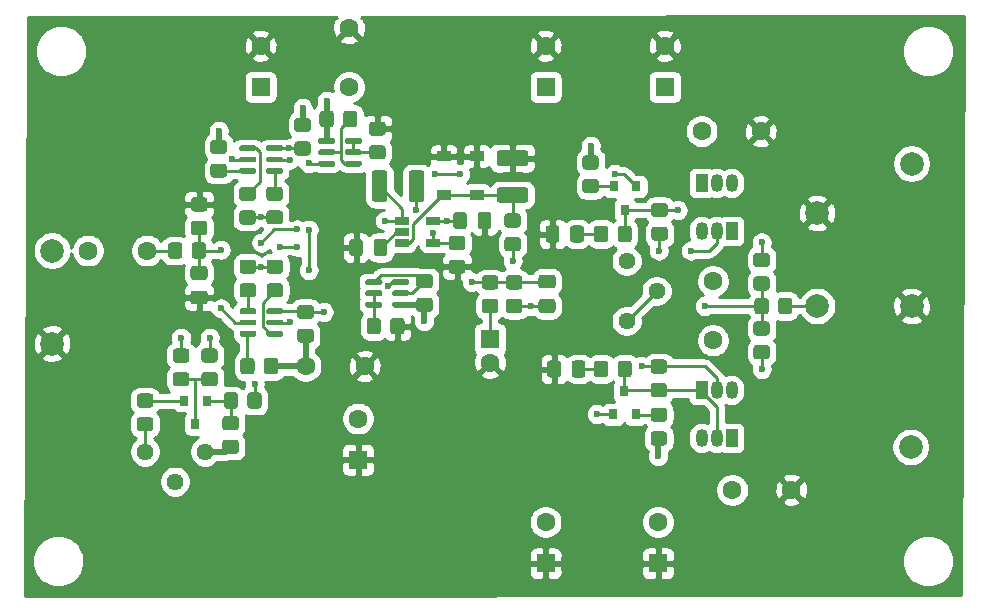
<source format=gbr>
G04 #@! TF.GenerationSoftware,KiCad,Pcbnew,(5.1.9-0-10_14)*
G04 #@! TF.CreationDate,2021-01-24T16:16:14+01:00*
G04 #@! TF.ProjectId,pre-amp-discret,7072652d-616d-4702-9d64-697363726574,rev?*
G04 #@! TF.SameCoordinates,Original*
G04 #@! TF.FileFunction,Copper,L1,Top*
G04 #@! TF.FilePolarity,Positive*
%FSLAX46Y46*%
G04 Gerber Fmt 4.6, Leading zero omitted, Abs format (unit mm)*
G04 Created by KiCad (PCBNEW (5.1.9-0-10_14)) date 2021-01-24 16:16:14*
%MOMM*%
%LPD*%
G01*
G04 APERTURE LIST*
G04 #@! TA.AperFunction,SMDPad,CuDef*
%ADD10R,1.200000X0.900000*%
G04 #@! TD*
G04 #@! TA.AperFunction,SMDPad,CuDef*
%ADD11R,1.220000X0.650000*%
G04 #@! TD*
G04 #@! TA.AperFunction,ComponentPad*
%ADD12C,1.440000*%
G04 #@! TD*
G04 #@! TA.AperFunction,ComponentPad*
%ADD13C,1.600000*%
G04 #@! TD*
G04 #@! TA.AperFunction,SMDPad,CuDef*
%ADD14R,0.800000X0.900000*%
G04 #@! TD*
G04 #@! TA.AperFunction,ComponentPad*
%ADD15R,1.050000X1.500000*%
G04 #@! TD*
G04 #@! TA.AperFunction,ComponentPad*
%ADD16O,1.050000X1.500000*%
G04 #@! TD*
G04 #@! TA.AperFunction,ComponentPad*
%ADD17R,1.600000X1.600000*%
G04 #@! TD*
G04 #@! TA.AperFunction,ComponentPad*
%ADD18C,2.000000*%
G04 #@! TD*
G04 #@! TA.AperFunction,ViaPad*
%ADD19C,0.600000*%
G04 #@! TD*
G04 #@! TA.AperFunction,Conductor*
%ADD20C,0.500000*%
G04 #@! TD*
G04 #@! TA.AperFunction,Conductor*
%ADD21C,0.250000*%
G04 #@! TD*
G04 #@! TA.AperFunction,Conductor*
%ADD22C,0.254000*%
G04 #@! TD*
G04 #@! TA.AperFunction,Conductor*
%ADD23C,0.100000*%
G04 #@! TD*
G04 APERTURE END LIST*
G04 #@! TA.AperFunction,SMDPad,CuDef*
G36*
G01*
X138372001Y-113916000D02*
X137471999Y-113916000D01*
G75*
G02*
X137222000Y-113666001I0J249999D01*
G01*
X137222000Y-112965999D01*
G75*
G02*
X137471999Y-112716000I249999J0D01*
G01*
X138372001Y-112716000D01*
G75*
G02*
X138622000Y-112965999I0J-249999D01*
G01*
X138622000Y-113666001D01*
G75*
G02*
X138372001Y-113916000I-249999J0D01*
G01*
G37*
G04 #@! TD.AperFunction*
G04 #@! TA.AperFunction,SMDPad,CuDef*
G36*
G01*
X138372001Y-115916000D02*
X137471999Y-115916000D01*
G75*
G02*
X137222000Y-115666001I0J249999D01*
G01*
X137222000Y-114965999D01*
G75*
G02*
X137471999Y-114716000I249999J0D01*
G01*
X138372001Y-114716000D01*
G75*
G02*
X138622000Y-114965999I0J-249999D01*
G01*
X138622000Y-115666001D01*
G75*
G02*
X138372001Y-115916000I-249999J0D01*
G01*
G37*
G04 #@! TD.AperFunction*
G04 #@! TA.AperFunction,SMDPad,CuDef*
G36*
G01*
X136506000Y-116770999D02*
X136506000Y-117671001D01*
G75*
G02*
X136256001Y-117921000I-249999J0D01*
G01*
X135555999Y-117921000D01*
G75*
G02*
X135306000Y-117671001I0J249999D01*
G01*
X135306000Y-116770999D01*
G75*
G02*
X135555999Y-116521000I249999J0D01*
G01*
X136256001Y-116521000D01*
G75*
G02*
X136506000Y-116770999I0J-249999D01*
G01*
G37*
G04 #@! TD.AperFunction*
G04 #@! TA.AperFunction,SMDPad,CuDef*
G36*
G01*
X138506000Y-116770999D02*
X138506000Y-117671001D01*
G75*
G02*
X138256001Y-117921000I-249999J0D01*
G01*
X137555999Y-117921000D01*
G75*
G02*
X137306000Y-117671001I0J249999D01*
G01*
X137306000Y-116770999D01*
G75*
G02*
X137555999Y-116521000I249999J0D01*
G01*
X138256001Y-116521000D01*
G75*
G02*
X138506000Y-116770999I0J-249999D01*
G01*
G37*
G04 #@! TD.AperFunction*
G04 #@! TA.AperFunction,SMDPad,CuDef*
G36*
G01*
X138397000Y-119713500D02*
X137447000Y-119713500D01*
G75*
G02*
X137197000Y-119463500I0J250000D01*
G01*
X137197000Y-118788500D01*
G75*
G02*
X137447000Y-118538500I250000J0D01*
G01*
X138397000Y-118538500D01*
G75*
G02*
X138647000Y-118788500I0J-250000D01*
G01*
X138647000Y-119463500D01*
G75*
G02*
X138397000Y-119713500I-250000J0D01*
G01*
G37*
G04 #@! TD.AperFunction*
G04 #@! TA.AperFunction,SMDPad,CuDef*
G36*
G01*
X138397000Y-121788500D02*
X137447000Y-121788500D01*
G75*
G02*
X137197000Y-121538500I0J250000D01*
G01*
X137197000Y-120863500D01*
G75*
G02*
X137447000Y-120613500I250000J0D01*
G01*
X138397000Y-120613500D01*
G75*
G02*
X138647000Y-120863500I0J-250000D01*
G01*
X138647000Y-121538500D01*
G75*
G02*
X138397000Y-121788500I-250000J0D01*
G01*
G37*
G04 #@! TD.AperFunction*
G04 #@! TA.AperFunction,SMDPad,CuDef*
G36*
G01*
X146488999Y-123828000D02*
X147389001Y-123828000D01*
G75*
G02*
X147639000Y-124077999I0J-249999D01*
G01*
X147639000Y-124778001D01*
G75*
G02*
X147389001Y-125028000I-249999J0D01*
G01*
X146488999Y-125028000D01*
G75*
G02*
X146239000Y-124778001I0J249999D01*
G01*
X146239000Y-124077999D01*
G75*
G02*
X146488999Y-123828000I249999J0D01*
G01*
G37*
G04 #@! TD.AperFunction*
G04 #@! TA.AperFunction,SMDPad,CuDef*
G36*
G01*
X146488999Y-121828000D02*
X147389001Y-121828000D01*
G75*
G02*
X147639000Y-122077999I0J-249999D01*
G01*
X147639000Y-122778001D01*
G75*
G02*
X147389001Y-123028000I-249999J0D01*
G01*
X146488999Y-123028000D01*
G75*
G02*
X146239000Y-122778001I0J249999D01*
G01*
X146239000Y-122077999D01*
G75*
G02*
X146488999Y-121828000I249999J0D01*
G01*
G37*
G04 #@! TD.AperFunction*
G04 #@! TA.AperFunction,SMDPad,CuDef*
G36*
G01*
X162109999Y-121320000D02*
X163010001Y-121320000D01*
G75*
G02*
X163260000Y-121569999I0J-249999D01*
G01*
X163260000Y-122270001D01*
G75*
G02*
X163010001Y-122520000I-249999J0D01*
G01*
X162109999Y-122520000D01*
G75*
G02*
X161860000Y-122270001I0J249999D01*
G01*
X161860000Y-121569999D01*
G75*
G02*
X162109999Y-121320000I249999J0D01*
G01*
G37*
G04 #@! TD.AperFunction*
G04 #@! TA.AperFunction,SMDPad,CuDef*
G36*
G01*
X162109999Y-119320000D02*
X163010001Y-119320000D01*
G75*
G02*
X163260000Y-119569999I0J-249999D01*
G01*
X163260000Y-120270001D01*
G75*
G02*
X163010001Y-120520000I-249999J0D01*
G01*
X162109999Y-120520000D01*
G75*
G02*
X161860000Y-120270001I0J249999D01*
G01*
X161860000Y-119569999D01*
G75*
G02*
X162109999Y-119320000I249999J0D01*
G01*
G37*
G04 #@! TD.AperFunction*
D10*
X161417000Y-112522000D03*
X161417000Y-109222000D03*
G04 #@! TA.AperFunction,SMDPad,CuDef*
G36*
G01*
X163364999Y-111859500D02*
X165565001Y-111859500D01*
G75*
G02*
X165815000Y-112109499I0J-249999D01*
G01*
X165815000Y-112934501D01*
G75*
G02*
X165565001Y-113184500I-249999J0D01*
G01*
X163364999Y-113184500D01*
G75*
G02*
X163115000Y-112934501I0J249999D01*
G01*
X163115000Y-112109499D01*
G75*
G02*
X163364999Y-111859500I249999J0D01*
G01*
G37*
G04 #@! TD.AperFunction*
G04 #@! TA.AperFunction,SMDPad,CuDef*
G36*
G01*
X163364999Y-108734500D02*
X165565001Y-108734500D01*
G75*
G02*
X165815000Y-108984499I0J-249999D01*
G01*
X165815000Y-109809501D01*
G75*
G02*
X165565001Y-110059500I-249999J0D01*
G01*
X163364999Y-110059500D01*
G75*
G02*
X163115000Y-109809501I0J249999D01*
G01*
X163115000Y-108984499D01*
G75*
G02*
X163364999Y-108734500I249999J0D01*
G01*
G37*
G04 #@! TD.AperFunction*
G04 #@! TA.AperFunction,SMDPad,CuDef*
G36*
G01*
X155674500Y-112860001D02*
X155674500Y-110659999D01*
G75*
G02*
X155924499Y-110410000I249999J0D01*
G01*
X156749501Y-110410000D01*
G75*
G02*
X156999500Y-110659999I0J-249999D01*
G01*
X156999500Y-112860001D01*
G75*
G02*
X156749501Y-113110000I-249999J0D01*
G01*
X155924499Y-113110000D01*
G75*
G02*
X155674500Y-112860001I0J249999D01*
G01*
G37*
G04 #@! TD.AperFunction*
G04 #@! TA.AperFunction,SMDPad,CuDef*
G36*
G01*
X152549500Y-112860001D02*
X152549500Y-110659999D01*
G75*
G02*
X152799499Y-110410000I249999J0D01*
G01*
X153624501Y-110410000D01*
G75*
G02*
X153874500Y-110659999I0J-249999D01*
G01*
X153874500Y-112860001D01*
G75*
G02*
X153624501Y-113110000I-249999J0D01*
G01*
X152799499Y-113110000D01*
G75*
G02*
X152549500Y-112860001I0J249999D01*
G01*
G37*
G04 #@! TD.AperFunction*
D11*
X157734000Y-114681000D03*
X157734000Y-116581000D03*
X155114000Y-116581000D03*
X155114000Y-115631000D03*
X155114000Y-114681000D03*
D12*
X133350000Y-134239000D03*
X135890000Y-136779000D03*
X138430000Y-134239000D03*
X174117000Y-123190000D03*
X176657000Y-120650000D03*
X174117000Y-118110000D03*
G04 #@! TA.AperFunction,SMDPad,CuDef*
G36*
G01*
X168565500Y-126779000D02*
X168565500Y-127729000D01*
G75*
G02*
X168315500Y-127979000I-250000J0D01*
G01*
X167640500Y-127979000D01*
G75*
G02*
X167390500Y-127729000I0J250000D01*
G01*
X167390500Y-126779000D01*
G75*
G02*
X167640500Y-126529000I250000J0D01*
G01*
X168315500Y-126529000D01*
G75*
G02*
X168565500Y-126779000I0J-250000D01*
G01*
G37*
G04 #@! TD.AperFunction*
G04 #@! TA.AperFunction,SMDPad,CuDef*
G36*
G01*
X170640500Y-126779000D02*
X170640500Y-127729000D01*
G75*
G02*
X170390500Y-127979000I-250000J0D01*
G01*
X169715500Y-127979000D01*
G75*
G02*
X169465500Y-127729000I0J250000D01*
G01*
X169465500Y-126779000D01*
G75*
G02*
X169715500Y-126529000I250000J0D01*
G01*
X170390500Y-126529000D01*
G75*
G02*
X170640500Y-126779000I0J-250000D01*
G01*
G37*
G04 #@! TD.AperFunction*
G04 #@! TA.AperFunction,SMDPad,CuDef*
G36*
G01*
X169338500Y-116299000D02*
X169338500Y-115349000D01*
G75*
G02*
X169588500Y-115099000I250000J0D01*
G01*
X170263500Y-115099000D01*
G75*
G02*
X170513500Y-115349000I0J-250000D01*
G01*
X170513500Y-116299000D01*
G75*
G02*
X170263500Y-116549000I-250000J0D01*
G01*
X169588500Y-116549000D01*
G75*
G02*
X169338500Y-116299000I0J250000D01*
G01*
G37*
G04 #@! TD.AperFunction*
G04 #@! TA.AperFunction,SMDPad,CuDef*
G36*
G01*
X167263500Y-116299000D02*
X167263500Y-115349000D01*
G75*
G02*
X167513500Y-115099000I250000J0D01*
G01*
X168188500Y-115099000D01*
G75*
G02*
X168438500Y-115349000I0J-250000D01*
G01*
X168438500Y-116299000D01*
G75*
G02*
X168188500Y-116549000I-250000J0D01*
G01*
X167513500Y-116549000D01*
G75*
G02*
X167263500Y-116299000I0J250000D01*
G01*
G37*
G04 #@! TD.AperFunction*
D13*
X180467000Y-107124500D03*
X185467000Y-107124500D03*
X181419500Y-119824500D03*
X181419500Y-124824500D03*
G04 #@! TA.AperFunction,SMDPad,CuDef*
G36*
G01*
X164915001Y-115281000D02*
X164014999Y-115281000D01*
G75*
G02*
X163765000Y-115031001I0J249999D01*
G01*
X163765000Y-114330999D01*
G75*
G02*
X164014999Y-114081000I249999J0D01*
G01*
X164915001Y-114081000D01*
G75*
G02*
X165165000Y-114330999I0J-249999D01*
G01*
X165165000Y-115031001D01*
G75*
G02*
X164915001Y-115281000I-249999J0D01*
G01*
G37*
G04 #@! TD.AperFunction*
G04 #@! TA.AperFunction,SMDPad,CuDef*
G36*
G01*
X164915001Y-117281000D02*
X164014999Y-117281000D01*
G75*
G02*
X163765000Y-117031001I0J249999D01*
G01*
X163765000Y-116330999D01*
G75*
G02*
X164014999Y-116081000I249999J0D01*
G01*
X164915001Y-116081000D01*
G75*
G02*
X165165000Y-116330999I0J-249999D01*
G01*
X165165000Y-117031001D01*
G75*
G02*
X164915001Y-117281000I-249999J0D01*
G01*
G37*
G04 #@! TD.AperFunction*
G04 #@! TA.AperFunction,SMDPad,CuDef*
G36*
G01*
X159315999Y-117986000D02*
X160216001Y-117986000D01*
G75*
G02*
X160466000Y-118235999I0J-249999D01*
G01*
X160466000Y-118936001D01*
G75*
G02*
X160216001Y-119186000I-249999J0D01*
G01*
X159315999Y-119186000D01*
G75*
G02*
X159066000Y-118936001I0J249999D01*
G01*
X159066000Y-118235999D01*
G75*
G02*
X159315999Y-117986000I249999J0D01*
G01*
G37*
G04 #@! TD.AperFunction*
G04 #@! TA.AperFunction,SMDPad,CuDef*
G36*
G01*
X159315999Y-115986000D02*
X160216001Y-115986000D01*
G75*
G02*
X160466000Y-116235999I0J-249999D01*
G01*
X160466000Y-116936001D01*
G75*
G02*
X160216001Y-117186000I-249999J0D01*
G01*
X159315999Y-117186000D01*
G75*
G02*
X159066000Y-116936001I0J249999D01*
G01*
X159066000Y-116235999D01*
G75*
G02*
X159315999Y-115986000I249999J0D01*
G01*
G37*
G04 #@! TD.AperFunction*
G04 #@! TA.AperFunction,SMDPad,CuDef*
G36*
G01*
X141221000Y-129470999D02*
X141221000Y-130371001D01*
G75*
G02*
X140971001Y-130621000I-249999J0D01*
G01*
X140270999Y-130621000D01*
G75*
G02*
X140021000Y-130371001I0J249999D01*
G01*
X140021000Y-129470999D01*
G75*
G02*
X140270999Y-129221000I249999J0D01*
G01*
X140971001Y-129221000D01*
G75*
G02*
X141221000Y-129470999I0J-249999D01*
G01*
G37*
G04 #@! TD.AperFunction*
G04 #@! TA.AperFunction,SMDPad,CuDef*
G36*
G01*
X143221000Y-129470999D02*
X143221000Y-130371001D01*
G75*
G02*
X142971001Y-130621000I-249999J0D01*
G01*
X142270999Y-130621000D01*
G75*
G02*
X142021000Y-130371001I0J249999D01*
G01*
X142021000Y-129470999D01*
G75*
G02*
X142270999Y-129221000I249999J0D01*
G01*
X142971001Y-129221000D01*
G75*
G02*
X143221000Y-129470999I0J-249999D01*
G01*
G37*
G04 #@! TD.AperFunction*
G04 #@! TA.AperFunction,SMDPad,CuDef*
G36*
G01*
X140138999Y-133242000D02*
X141039001Y-133242000D01*
G75*
G02*
X141289000Y-133491999I0J-249999D01*
G01*
X141289000Y-134192001D01*
G75*
G02*
X141039001Y-134442000I-249999J0D01*
G01*
X140138999Y-134442000D01*
G75*
G02*
X139889000Y-134192001I0J249999D01*
G01*
X139889000Y-133491999D01*
G75*
G02*
X140138999Y-133242000I249999J0D01*
G01*
G37*
G04 #@! TD.AperFunction*
G04 #@! TA.AperFunction,SMDPad,CuDef*
G36*
G01*
X140138999Y-131242000D02*
X141039001Y-131242000D01*
G75*
G02*
X141289000Y-131491999I0J-249999D01*
G01*
X141289000Y-132192001D01*
G75*
G02*
X141039001Y-132442000I-249999J0D01*
G01*
X140138999Y-132442000D01*
G75*
G02*
X139889000Y-132192001I0J249999D01*
G01*
X139889000Y-131491999D01*
G75*
G02*
X140138999Y-131242000I249999J0D01*
G01*
G37*
G04 #@! TD.AperFunction*
G04 #@! TA.AperFunction,SMDPad,CuDef*
G36*
G01*
X138360999Y-127511000D02*
X139261001Y-127511000D01*
G75*
G02*
X139511000Y-127760999I0J-249999D01*
G01*
X139511000Y-128461001D01*
G75*
G02*
X139261001Y-128711000I-249999J0D01*
G01*
X138360999Y-128711000D01*
G75*
G02*
X138111000Y-128461001I0J249999D01*
G01*
X138111000Y-127760999D01*
G75*
G02*
X138360999Y-127511000I249999J0D01*
G01*
G37*
G04 #@! TD.AperFunction*
G04 #@! TA.AperFunction,SMDPad,CuDef*
G36*
G01*
X138360999Y-125511000D02*
X139261001Y-125511000D01*
G75*
G02*
X139511000Y-125760999I0J-249999D01*
G01*
X139511000Y-126461001D01*
G75*
G02*
X139261001Y-126711000I-249999J0D01*
G01*
X138360999Y-126711000D01*
G75*
G02*
X138111000Y-126461001I0J249999D01*
G01*
X138111000Y-125760999D01*
G75*
G02*
X138360999Y-125511000I249999J0D01*
G01*
G37*
G04 #@! TD.AperFunction*
G04 #@! TA.AperFunction,SMDPad,CuDef*
G36*
G01*
X132899999Y-131321000D02*
X133800001Y-131321000D01*
G75*
G02*
X134050000Y-131570999I0J-249999D01*
G01*
X134050000Y-132271001D01*
G75*
G02*
X133800001Y-132521000I-249999J0D01*
G01*
X132899999Y-132521000D01*
G75*
G02*
X132650000Y-132271001I0J249999D01*
G01*
X132650000Y-131570999D01*
G75*
G02*
X132899999Y-131321000I249999J0D01*
G01*
G37*
G04 #@! TD.AperFunction*
G04 #@! TA.AperFunction,SMDPad,CuDef*
G36*
G01*
X132899999Y-129321000D02*
X133800001Y-129321000D01*
G75*
G02*
X134050000Y-129570999I0J-249999D01*
G01*
X134050000Y-130271001D01*
G75*
G02*
X133800001Y-130521000I-249999J0D01*
G01*
X132899999Y-130521000D01*
G75*
G02*
X132650000Y-130271001I0J249999D01*
G01*
X132650000Y-129570999D01*
G75*
G02*
X132899999Y-129321000I249999J0D01*
G01*
G37*
G04 #@! TD.AperFunction*
G04 #@! TA.AperFunction,SMDPad,CuDef*
G36*
G01*
X135947999Y-127511000D02*
X136848001Y-127511000D01*
G75*
G02*
X137098000Y-127760999I0J-249999D01*
G01*
X137098000Y-128461001D01*
G75*
G02*
X136848001Y-128711000I-249999J0D01*
G01*
X135947999Y-128711000D01*
G75*
G02*
X135698000Y-128461001I0J249999D01*
G01*
X135698000Y-127760999D01*
G75*
G02*
X135947999Y-127511000I249999J0D01*
G01*
G37*
G04 #@! TD.AperFunction*
G04 #@! TA.AperFunction,SMDPad,CuDef*
G36*
G01*
X135947999Y-125511000D02*
X136848001Y-125511000D01*
G75*
G02*
X137098000Y-125760999I0J-249999D01*
G01*
X137098000Y-126461001D01*
G75*
G02*
X136848001Y-126711000I-249999J0D01*
G01*
X135947999Y-126711000D01*
G75*
G02*
X135698000Y-126461001I0J249999D01*
G01*
X135698000Y-125760999D01*
G75*
G02*
X135947999Y-125511000I249999J0D01*
G01*
G37*
G04 #@! TD.AperFunction*
D14*
X137607000Y-131921000D03*
X136657000Y-129921000D03*
X138557000Y-129921000D03*
D10*
X158623000Y-109222000D03*
X158623000Y-112522000D03*
G04 #@! TA.AperFunction,SMDPad,CuDef*
G36*
G01*
X152701500Y-117442000D02*
X152701500Y-116492000D01*
G75*
G02*
X152951500Y-116242000I250000J0D01*
G01*
X153626500Y-116242000D01*
G75*
G02*
X153876500Y-116492000I0J-250000D01*
G01*
X153876500Y-117442000D01*
G75*
G02*
X153626500Y-117692000I-250000J0D01*
G01*
X152951500Y-117692000D01*
G75*
G02*
X152701500Y-117442000I0J250000D01*
G01*
G37*
G04 #@! TD.AperFunction*
G04 #@! TA.AperFunction,SMDPad,CuDef*
G36*
G01*
X150626500Y-117442000D02*
X150626500Y-116492000D01*
G75*
G02*
X150876500Y-116242000I250000J0D01*
G01*
X151551500Y-116242000D01*
G75*
G02*
X151801500Y-116492000I0J-250000D01*
G01*
X151801500Y-117442000D01*
G75*
G02*
X151551500Y-117692000I-250000J0D01*
G01*
X150876500Y-117692000D01*
G75*
G02*
X150626500Y-117442000I0J250000D01*
G01*
G37*
G04 #@! TD.AperFunction*
G04 #@! TA.AperFunction,SMDPad,CuDef*
G36*
G01*
X160607500Y-114206000D02*
X160607500Y-115156000D01*
G75*
G02*
X160357500Y-115406000I-250000J0D01*
G01*
X159682500Y-115406000D01*
G75*
G02*
X159432500Y-115156000I0J250000D01*
G01*
X159432500Y-114206000D01*
G75*
G02*
X159682500Y-113956000I250000J0D01*
G01*
X160357500Y-113956000D01*
G75*
G02*
X160607500Y-114206000I0J-250000D01*
G01*
G37*
G04 #@! TD.AperFunction*
G04 #@! TA.AperFunction,SMDPad,CuDef*
G36*
G01*
X162682500Y-114206000D02*
X162682500Y-115156000D01*
G75*
G02*
X162432500Y-115406000I-250000J0D01*
G01*
X161757500Y-115406000D01*
G75*
G02*
X161507500Y-115156000I0J250000D01*
G01*
X161507500Y-114206000D01*
G75*
G02*
X161757500Y-113956000I250000J0D01*
G01*
X162432500Y-113956000D01*
G75*
G02*
X162682500Y-114206000I0J-250000D01*
G01*
G37*
G04 #@! TD.AperFunction*
G04 #@! TA.AperFunction,SMDPad,CuDef*
G36*
G01*
X185096999Y-125225000D02*
X185997001Y-125225000D01*
G75*
G02*
X186247000Y-125474999I0J-249999D01*
G01*
X186247000Y-126175001D01*
G75*
G02*
X185997001Y-126425000I-249999J0D01*
G01*
X185096999Y-126425000D01*
G75*
G02*
X184847000Y-126175001I0J249999D01*
G01*
X184847000Y-125474999D01*
G75*
G02*
X185096999Y-125225000I249999J0D01*
G01*
G37*
G04 #@! TD.AperFunction*
G04 #@! TA.AperFunction,SMDPad,CuDef*
G36*
G01*
X185096999Y-123225000D02*
X185997001Y-123225000D01*
G75*
G02*
X186247000Y-123474999I0J-249999D01*
G01*
X186247000Y-124175001D01*
G75*
G02*
X185997001Y-124425000I-249999J0D01*
G01*
X185096999Y-124425000D01*
G75*
G02*
X184847000Y-124175001I0J249999D01*
G01*
X184847000Y-123474999D01*
G75*
G02*
X185096999Y-123225000I249999J0D01*
G01*
G37*
G04 #@! TD.AperFunction*
G04 #@! TA.AperFunction,SMDPad,CuDef*
G36*
G01*
X185096999Y-119415000D02*
X185997001Y-119415000D01*
G75*
G02*
X186247000Y-119664999I0J-249999D01*
G01*
X186247000Y-120365001D01*
G75*
G02*
X185997001Y-120615000I-249999J0D01*
G01*
X185096999Y-120615000D01*
G75*
G02*
X184847000Y-120365001I0J249999D01*
G01*
X184847000Y-119664999D01*
G75*
G02*
X185096999Y-119415000I249999J0D01*
G01*
G37*
G04 #@! TD.AperFunction*
G04 #@! TA.AperFunction,SMDPad,CuDef*
G36*
G01*
X185096999Y-117415000D02*
X185997001Y-117415000D01*
G75*
G02*
X186247000Y-117664999I0J-249999D01*
G01*
X186247000Y-118365001D01*
G75*
G02*
X185997001Y-118615000I-249999J0D01*
G01*
X185096999Y-118615000D01*
G75*
G02*
X184847000Y-118365001I0J249999D01*
G01*
X184847000Y-117664999D01*
G75*
G02*
X185096999Y-117415000I249999J0D01*
G01*
G37*
G04 #@! TD.AperFunction*
G04 #@! TA.AperFunction,SMDPad,CuDef*
G36*
G01*
X176397499Y-128432000D02*
X177297501Y-128432000D01*
G75*
G02*
X177547500Y-128681999I0J-249999D01*
G01*
X177547500Y-129382001D01*
G75*
G02*
X177297501Y-129632000I-249999J0D01*
G01*
X176397499Y-129632000D01*
G75*
G02*
X176147500Y-129382001I0J249999D01*
G01*
X176147500Y-128681999D01*
G75*
G02*
X176397499Y-128432000I249999J0D01*
G01*
G37*
G04 #@! TD.AperFunction*
G04 #@! TA.AperFunction,SMDPad,CuDef*
G36*
G01*
X176397499Y-126432000D02*
X177297501Y-126432000D01*
G75*
G02*
X177547500Y-126681999I0J-249999D01*
G01*
X177547500Y-127382001D01*
G75*
G02*
X177297501Y-127632000I-249999J0D01*
G01*
X176397499Y-127632000D01*
G75*
G02*
X176147500Y-127382001I0J249999D01*
G01*
X176147500Y-126681999D01*
G75*
G02*
X176397499Y-126432000I249999J0D01*
G01*
G37*
G04 #@! TD.AperFunction*
G04 #@! TA.AperFunction,SMDPad,CuDef*
G36*
G01*
X176460999Y-115192000D02*
X177361001Y-115192000D01*
G75*
G02*
X177611000Y-115441999I0J-249999D01*
G01*
X177611000Y-116142001D01*
G75*
G02*
X177361001Y-116392000I-249999J0D01*
G01*
X176460999Y-116392000D01*
G75*
G02*
X176211000Y-116142001I0J249999D01*
G01*
X176211000Y-115441999D01*
G75*
G02*
X176460999Y-115192000I249999J0D01*
G01*
G37*
G04 #@! TD.AperFunction*
G04 #@! TA.AperFunction,SMDPad,CuDef*
G36*
G01*
X176460999Y-113192000D02*
X177361001Y-113192000D01*
G75*
G02*
X177611000Y-113441999I0J-249999D01*
G01*
X177611000Y-114142001D01*
G75*
G02*
X177361001Y-114392000I-249999J0D01*
G01*
X176460999Y-114392000D01*
G75*
G02*
X176211000Y-114142001I0J249999D01*
G01*
X176211000Y-113441999D01*
G75*
G02*
X176460999Y-113192000I249999J0D01*
G01*
G37*
G04 #@! TD.AperFunction*
G04 #@! TA.AperFunction,SMDPad,CuDef*
G36*
G01*
X173358000Y-127704001D02*
X173358000Y-126803999D01*
G75*
G02*
X173607999Y-126554000I249999J0D01*
G01*
X174308001Y-126554000D01*
G75*
G02*
X174558000Y-126803999I0J-249999D01*
G01*
X174558000Y-127704001D01*
G75*
G02*
X174308001Y-127954000I-249999J0D01*
G01*
X173607999Y-127954000D01*
G75*
G02*
X173358000Y-127704001I0J249999D01*
G01*
G37*
G04 #@! TD.AperFunction*
G04 #@! TA.AperFunction,SMDPad,CuDef*
G36*
G01*
X171358000Y-127704001D02*
X171358000Y-126803999D01*
G75*
G02*
X171607999Y-126554000I249999J0D01*
G01*
X172308001Y-126554000D01*
G75*
G02*
X172558000Y-126803999I0J-249999D01*
G01*
X172558000Y-127704001D01*
G75*
G02*
X172308001Y-127954000I-249999J0D01*
G01*
X171607999Y-127954000D01*
G75*
G02*
X171358000Y-127704001I0J249999D01*
G01*
G37*
G04 #@! TD.AperFunction*
G04 #@! TA.AperFunction,SMDPad,CuDef*
G36*
G01*
X172558000Y-115373999D02*
X172558000Y-116274001D01*
G75*
G02*
X172308001Y-116524000I-249999J0D01*
G01*
X171607999Y-116524000D01*
G75*
G02*
X171358000Y-116274001I0J249999D01*
G01*
X171358000Y-115373999D01*
G75*
G02*
X171607999Y-115124000I249999J0D01*
G01*
X172308001Y-115124000D01*
G75*
G02*
X172558000Y-115373999I0J-249999D01*
G01*
G37*
G04 #@! TD.AperFunction*
G04 #@! TA.AperFunction,SMDPad,CuDef*
G36*
G01*
X174558000Y-115373999D02*
X174558000Y-116274001D01*
G75*
G02*
X174308001Y-116524000I-249999J0D01*
G01*
X173607999Y-116524000D01*
G75*
G02*
X173358000Y-116274001I0J249999D01*
G01*
X173358000Y-115373999D01*
G75*
G02*
X173607999Y-115124000I249999J0D01*
G01*
X174308001Y-115124000D01*
G75*
G02*
X174558000Y-115373999I0J-249999D01*
G01*
G37*
G04 #@! TD.AperFunction*
D15*
X183007000Y-133096000D03*
D16*
X180467000Y-133096000D03*
X181737000Y-133096000D03*
D15*
X180467000Y-111506000D03*
D16*
X183007000Y-111506000D03*
X181737000Y-111506000D03*
D15*
X180467000Y-129032000D03*
D16*
X183007000Y-129032000D03*
X181737000Y-129032000D03*
D15*
X183007000Y-115570000D03*
D16*
X180467000Y-115570000D03*
X181737000Y-115570000D03*
D14*
X173926500Y-129095500D03*
X174876500Y-131095500D03*
X172976500Y-131095500D03*
G04 #@! TA.AperFunction,SMDPad,CuDef*
G36*
G01*
X143623000Y-122489500D02*
X143623000Y-122239500D01*
G75*
G02*
X143748000Y-122114500I125000J0D01*
G01*
X144923000Y-122114500D01*
G75*
G02*
X145048000Y-122239500I0J-125000D01*
G01*
X145048000Y-122489500D01*
G75*
G02*
X144923000Y-122614500I-125000J0D01*
G01*
X143748000Y-122614500D01*
G75*
G02*
X143623000Y-122489500I0J125000D01*
G01*
G37*
G04 #@! TD.AperFunction*
G04 #@! TA.AperFunction,SMDPad,CuDef*
G36*
G01*
X143623000Y-123439500D02*
X143623000Y-123189500D01*
G75*
G02*
X143748000Y-123064500I125000J0D01*
G01*
X144923000Y-123064500D01*
G75*
G02*
X145048000Y-123189500I0J-125000D01*
G01*
X145048000Y-123439500D01*
G75*
G02*
X144923000Y-123564500I-125000J0D01*
G01*
X143748000Y-123564500D01*
G75*
G02*
X143623000Y-123439500I0J125000D01*
G01*
G37*
G04 #@! TD.AperFunction*
G04 #@! TA.AperFunction,SMDPad,CuDef*
G36*
G01*
X143623000Y-124389500D02*
X143623000Y-124139500D01*
G75*
G02*
X143748000Y-124014500I125000J0D01*
G01*
X144923000Y-124014500D01*
G75*
G02*
X145048000Y-124139500I0J-125000D01*
G01*
X145048000Y-124389500D01*
G75*
G02*
X144923000Y-124514500I-125000J0D01*
G01*
X143748000Y-124514500D01*
G75*
G02*
X143623000Y-124389500I0J125000D01*
G01*
G37*
G04 #@! TD.AperFunction*
G04 #@! TA.AperFunction,SMDPad,CuDef*
G36*
G01*
X141348000Y-124389500D02*
X141348000Y-124139500D01*
G75*
G02*
X141473000Y-124014500I125000J0D01*
G01*
X142648000Y-124014500D01*
G75*
G02*
X142773000Y-124139500I0J-125000D01*
G01*
X142773000Y-124389500D01*
G75*
G02*
X142648000Y-124514500I-125000J0D01*
G01*
X141473000Y-124514500D01*
G75*
G02*
X141348000Y-124389500I0J125000D01*
G01*
G37*
G04 #@! TD.AperFunction*
G04 #@! TA.AperFunction,SMDPad,CuDef*
G36*
G01*
X141348000Y-123439500D02*
X141348000Y-123189500D01*
G75*
G02*
X141473000Y-123064500I125000J0D01*
G01*
X142648000Y-123064500D01*
G75*
G02*
X142773000Y-123189500I0J-125000D01*
G01*
X142773000Y-123439500D01*
G75*
G02*
X142648000Y-123564500I-125000J0D01*
G01*
X141473000Y-123564500D01*
G75*
G02*
X141348000Y-123439500I0J125000D01*
G01*
G37*
G04 #@! TD.AperFunction*
G04 #@! TA.AperFunction,SMDPad,CuDef*
G36*
G01*
X141348000Y-122489500D02*
X141348000Y-122239500D01*
G75*
G02*
X141473000Y-122114500I125000J0D01*
G01*
X142648000Y-122114500D01*
G75*
G02*
X142773000Y-122239500I0J-125000D01*
G01*
X142773000Y-122489500D01*
G75*
G02*
X142648000Y-122614500I-125000J0D01*
G01*
X141473000Y-122614500D01*
G75*
G02*
X141348000Y-122489500I0J125000D01*
G01*
G37*
G04 #@! TD.AperFunction*
G04 #@! TA.AperFunction,SMDPad,CuDef*
G36*
G01*
X149429500Y-109737700D02*
X149429500Y-109987700D01*
G75*
G02*
X149304500Y-110112700I-125000J0D01*
G01*
X148129500Y-110112700D01*
G75*
G02*
X148004500Y-109987700I0J125000D01*
G01*
X148004500Y-109737700D01*
G75*
G02*
X148129500Y-109612700I125000J0D01*
G01*
X149304500Y-109612700D01*
G75*
G02*
X149429500Y-109737700I0J-125000D01*
G01*
G37*
G04 #@! TD.AperFunction*
G04 #@! TA.AperFunction,SMDPad,CuDef*
G36*
G01*
X149429500Y-108787700D02*
X149429500Y-109037700D01*
G75*
G02*
X149304500Y-109162700I-125000J0D01*
G01*
X148129500Y-109162700D01*
G75*
G02*
X148004500Y-109037700I0J125000D01*
G01*
X148004500Y-108787700D01*
G75*
G02*
X148129500Y-108662700I125000J0D01*
G01*
X149304500Y-108662700D01*
G75*
G02*
X149429500Y-108787700I0J-125000D01*
G01*
G37*
G04 #@! TD.AperFunction*
G04 #@! TA.AperFunction,SMDPad,CuDef*
G36*
G01*
X149429500Y-107837700D02*
X149429500Y-108087700D01*
G75*
G02*
X149304500Y-108212700I-125000J0D01*
G01*
X148129500Y-108212700D01*
G75*
G02*
X148004500Y-108087700I0J125000D01*
G01*
X148004500Y-107837700D01*
G75*
G02*
X148129500Y-107712700I125000J0D01*
G01*
X149304500Y-107712700D01*
G75*
G02*
X149429500Y-107837700I0J-125000D01*
G01*
G37*
G04 #@! TD.AperFunction*
G04 #@! TA.AperFunction,SMDPad,CuDef*
G36*
G01*
X151704500Y-107837700D02*
X151704500Y-108087700D01*
G75*
G02*
X151579500Y-108212700I-125000J0D01*
G01*
X150404500Y-108212700D01*
G75*
G02*
X150279500Y-108087700I0J125000D01*
G01*
X150279500Y-107837700D01*
G75*
G02*
X150404500Y-107712700I125000J0D01*
G01*
X151579500Y-107712700D01*
G75*
G02*
X151704500Y-107837700I0J-125000D01*
G01*
G37*
G04 #@! TD.AperFunction*
G04 #@! TA.AperFunction,SMDPad,CuDef*
G36*
G01*
X151704500Y-108787700D02*
X151704500Y-109037700D01*
G75*
G02*
X151579500Y-109162700I-125000J0D01*
G01*
X150404500Y-109162700D01*
G75*
G02*
X150279500Y-109037700I0J125000D01*
G01*
X150279500Y-108787700D01*
G75*
G02*
X150404500Y-108662700I125000J0D01*
G01*
X151579500Y-108662700D01*
G75*
G02*
X151704500Y-108787700I0J-125000D01*
G01*
G37*
G04 #@! TD.AperFunction*
G04 #@! TA.AperFunction,SMDPad,CuDef*
G36*
G01*
X151704500Y-109737700D02*
X151704500Y-109987700D01*
G75*
G02*
X151579500Y-110112700I-125000J0D01*
G01*
X150404500Y-110112700D01*
G75*
G02*
X150279500Y-109987700I0J125000D01*
G01*
X150279500Y-109737700D01*
G75*
G02*
X150404500Y-109612700I125000J0D01*
G01*
X151579500Y-109612700D01*
G75*
G02*
X151704500Y-109737700I0J-125000D01*
G01*
G37*
G04 #@! TD.AperFunction*
G04 #@! TA.AperFunction,SMDPad,CuDef*
G36*
G01*
X143599300Y-108689600D02*
X143599300Y-108439600D01*
G75*
G02*
X143724300Y-108314600I125000J0D01*
G01*
X144899300Y-108314600D01*
G75*
G02*
X145024300Y-108439600I0J-125000D01*
G01*
X145024300Y-108689600D01*
G75*
G02*
X144899300Y-108814600I-125000J0D01*
G01*
X143724300Y-108814600D01*
G75*
G02*
X143599300Y-108689600I0J125000D01*
G01*
G37*
G04 #@! TD.AperFunction*
G04 #@! TA.AperFunction,SMDPad,CuDef*
G36*
G01*
X143599300Y-109639600D02*
X143599300Y-109389600D01*
G75*
G02*
X143724300Y-109264600I125000J0D01*
G01*
X144899300Y-109264600D01*
G75*
G02*
X145024300Y-109389600I0J-125000D01*
G01*
X145024300Y-109639600D01*
G75*
G02*
X144899300Y-109764600I-125000J0D01*
G01*
X143724300Y-109764600D01*
G75*
G02*
X143599300Y-109639600I0J125000D01*
G01*
G37*
G04 #@! TD.AperFunction*
G04 #@! TA.AperFunction,SMDPad,CuDef*
G36*
G01*
X143599300Y-110589600D02*
X143599300Y-110339600D01*
G75*
G02*
X143724300Y-110214600I125000J0D01*
G01*
X144899300Y-110214600D01*
G75*
G02*
X145024300Y-110339600I0J-125000D01*
G01*
X145024300Y-110589600D01*
G75*
G02*
X144899300Y-110714600I-125000J0D01*
G01*
X143724300Y-110714600D01*
G75*
G02*
X143599300Y-110589600I0J125000D01*
G01*
G37*
G04 #@! TD.AperFunction*
G04 #@! TA.AperFunction,SMDPad,CuDef*
G36*
G01*
X141324300Y-110589600D02*
X141324300Y-110339600D01*
G75*
G02*
X141449300Y-110214600I125000J0D01*
G01*
X142624300Y-110214600D01*
G75*
G02*
X142749300Y-110339600I0J-125000D01*
G01*
X142749300Y-110589600D01*
G75*
G02*
X142624300Y-110714600I-125000J0D01*
G01*
X141449300Y-110714600D01*
G75*
G02*
X141324300Y-110589600I0J125000D01*
G01*
G37*
G04 #@! TD.AperFunction*
G04 #@! TA.AperFunction,SMDPad,CuDef*
G36*
G01*
X141324300Y-109639600D02*
X141324300Y-109389600D01*
G75*
G02*
X141449300Y-109264600I125000J0D01*
G01*
X142624300Y-109264600D01*
G75*
G02*
X142749300Y-109389600I0J-125000D01*
G01*
X142749300Y-109639600D01*
G75*
G02*
X142624300Y-109764600I-125000J0D01*
G01*
X141449300Y-109764600D01*
G75*
G02*
X141324300Y-109639600I0J125000D01*
G01*
G37*
G04 #@! TD.AperFunction*
G04 #@! TA.AperFunction,SMDPad,CuDef*
G36*
G01*
X141324300Y-108689600D02*
X141324300Y-108439600D01*
G75*
G02*
X141449300Y-108314600I125000J0D01*
G01*
X142624300Y-108314600D01*
G75*
G02*
X142749300Y-108439600I0J-125000D01*
G01*
X142749300Y-108689600D01*
G75*
G02*
X142624300Y-108814600I-125000J0D01*
G01*
X141449300Y-108814600D01*
G75*
G02*
X141324300Y-108689600I0J125000D01*
G01*
G37*
G04 #@! TD.AperFunction*
G04 #@! TA.AperFunction,SMDPad,CuDef*
G36*
G01*
X154275300Y-120025700D02*
X154275300Y-119775700D01*
G75*
G02*
X154400300Y-119650700I125000J0D01*
G01*
X155575300Y-119650700D01*
G75*
G02*
X155700300Y-119775700I0J-125000D01*
G01*
X155700300Y-120025700D01*
G75*
G02*
X155575300Y-120150700I-125000J0D01*
G01*
X154400300Y-120150700D01*
G75*
G02*
X154275300Y-120025700I0J125000D01*
G01*
G37*
G04 #@! TD.AperFunction*
G04 #@! TA.AperFunction,SMDPad,CuDef*
G36*
G01*
X154275300Y-120975700D02*
X154275300Y-120725700D01*
G75*
G02*
X154400300Y-120600700I125000J0D01*
G01*
X155575300Y-120600700D01*
G75*
G02*
X155700300Y-120725700I0J-125000D01*
G01*
X155700300Y-120975700D01*
G75*
G02*
X155575300Y-121100700I-125000J0D01*
G01*
X154400300Y-121100700D01*
G75*
G02*
X154275300Y-120975700I0J125000D01*
G01*
G37*
G04 #@! TD.AperFunction*
G04 #@! TA.AperFunction,SMDPad,CuDef*
G36*
G01*
X154275300Y-121925700D02*
X154275300Y-121675700D01*
G75*
G02*
X154400300Y-121550700I125000J0D01*
G01*
X155575300Y-121550700D01*
G75*
G02*
X155700300Y-121675700I0J-125000D01*
G01*
X155700300Y-121925700D01*
G75*
G02*
X155575300Y-122050700I-125000J0D01*
G01*
X154400300Y-122050700D01*
G75*
G02*
X154275300Y-121925700I0J125000D01*
G01*
G37*
G04 #@! TD.AperFunction*
G04 #@! TA.AperFunction,SMDPad,CuDef*
G36*
G01*
X152000300Y-121925700D02*
X152000300Y-121675700D01*
G75*
G02*
X152125300Y-121550700I125000J0D01*
G01*
X153300300Y-121550700D01*
G75*
G02*
X153425300Y-121675700I0J-125000D01*
G01*
X153425300Y-121925700D01*
G75*
G02*
X153300300Y-122050700I-125000J0D01*
G01*
X152125300Y-122050700D01*
G75*
G02*
X152000300Y-121925700I0J125000D01*
G01*
G37*
G04 #@! TD.AperFunction*
G04 #@! TA.AperFunction,SMDPad,CuDef*
G36*
G01*
X152000300Y-120975700D02*
X152000300Y-120725700D01*
G75*
G02*
X152125300Y-120600700I125000J0D01*
G01*
X153300300Y-120600700D01*
G75*
G02*
X153425300Y-120725700I0J-125000D01*
G01*
X153425300Y-120975700D01*
G75*
G02*
X153300300Y-121100700I-125000J0D01*
G01*
X152125300Y-121100700D01*
G75*
G02*
X152000300Y-120975700I0J125000D01*
G01*
G37*
G04 #@! TD.AperFunction*
G04 #@! TA.AperFunction,SMDPad,CuDef*
G36*
G01*
X152000300Y-120025700D02*
X152000300Y-119775700D01*
G75*
G02*
X152125300Y-119650700I125000J0D01*
G01*
X153300300Y-119650700D01*
G75*
G02*
X153425300Y-119775700I0J-125000D01*
G01*
X153425300Y-120025700D01*
G75*
G02*
X153300300Y-120150700I-125000J0D01*
G01*
X152125300Y-120150700D01*
G75*
G02*
X152000300Y-120025700I0J125000D01*
G01*
G37*
G04 #@! TD.AperFunction*
D13*
X177355500Y-99878000D03*
D17*
X177355500Y-103378000D03*
D13*
X167259000Y-140208000D03*
D17*
X167259000Y-143708000D03*
D13*
X167259000Y-99878000D03*
D17*
X167259000Y-103378000D03*
D13*
X162560000Y-126714000D03*
D17*
X162560000Y-124714000D03*
G04 #@! TA.AperFunction,SMDPad,CuDef*
G36*
G01*
X186147000Y-121469999D02*
X186147000Y-122370001D01*
G75*
G02*
X185897001Y-122620000I-249999J0D01*
G01*
X185196999Y-122620000D01*
G75*
G02*
X184947000Y-122370001I0J249999D01*
G01*
X184947000Y-121469999D01*
G75*
G02*
X185196999Y-121220000I249999J0D01*
G01*
X185897001Y-121220000D01*
G75*
G02*
X186147000Y-121469999I0J-249999D01*
G01*
G37*
G04 #@! TD.AperFunction*
G04 #@! TA.AperFunction,SMDPad,CuDef*
G36*
G01*
X188147000Y-121469999D02*
X188147000Y-122370001D01*
G75*
G02*
X187897001Y-122620000I-249999J0D01*
G01*
X187196999Y-122620000D01*
G75*
G02*
X186947000Y-122370001I0J249999D01*
G01*
X186947000Y-121469999D01*
G75*
G02*
X187196999Y-121220000I249999J0D01*
G01*
X187897001Y-121220000D01*
G75*
G02*
X188147000Y-121469999I0J-249999D01*
G01*
G37*
G04 #@! TD.AperFunction*
G04 #@! TA.AperFunction,SMDPad,CuDef*
G36*
G01*
X176397499Y-132527500D02*
X177297501Y-132527500D01*
G75*
G02*
X177547500Y-132777499I0J-249999D01*
G01*
X177547500Y-133477501D01*
G75*
G02*
X177297501Y-133727500I-249999J0D01*
G01*
X176397499Y-133727500D01*
G75*
G02*
X176147500Y-133477501I0J249999D01*
G01*
X176147500Y-132777499D01*
G75*
G02*
X176397499Y-132527500I249999J0D01*
G01*
G37*
G04 #@! TD.AperFunction*
G04 #@! TA.AperFunction,SMDPad,CuDef*
G36*
G01*
X176397499Y-130527500D02*
X177297501Y-130527500D01*
G75*
G02*
X177547500Y-130777499I0J-249999D01*
G01*
X177547500Y-131477501D01*
G75*
G02*
X177297501Y-131727500I-249999J0D01*
G01*
X176397499Y-131727500D01*
G75*
G02*
X176147500Y-131477501I0J249999D01*
G01*
X176147500Y-130777499D01*
G75*
G02*
X176397499Y-130527500I249999J0D01*
G01*
G37*
G04 #@! TD.AperFunction*
G04 #@! TA.AperFunction,SMDPad,CuDef*
G36*
G01*
X153317500Y-123171799D02*
X153317500Y-124071801D01*
G75*
G02*
X153067501Y-124321800I-249999J0D01*
G01*
X152367499Y-124321800D01*
G75*
G02*
X152117500Y-124071801I0J249999D01*
G01*
X152117500Y-123171799D01*
G75*
G02*
X152367499Y-122921800I249999J0D01*
G01*
X153067501Y-122921800D01*
G75*
G02*
X153317500Y-123171799I0J-249999D01*
G01*
G37*
G04 #@! TD.AperFunction*
G04 #@! TA.AperFunction,SMDPad,CuDef*
G36*
G01*
X155317500Y-123171799D02*
X155317500Y-124071801D01*
G75*
G02*
X155067501Y-124321800I-249999J0D01*
G01*
X154367499Y-124321800D01*
G75*
G02*
X154117500Y-124071801I0J249999D01*
G01*
X154117500Y-123171799D01*
G75*
G02*
X154367499Y-122921800I249999J0D01*
G01*
X155067501Y-122921800D01*
G75*
G02*
X155317500Y-123171799I0J-249999D01*
G01*
G37*
G04 #@! TD.AperFunction*
G04 #@! TA.AperFunction,SMDPad,CuDef*
G36*
G01*
X143872799Y-113814300D02*
X144772801Y-113814300D01*
G75*
G02*
X145022800Y-114064299I0J-249999D01*
G01*
X145022800Y-114764301D01*
G75*
G02*
X144772801Y-115014300I-249999J0D01*
G01*
X143872799Y-115014300D01*
G75*
G02*
X143622800Y-114764301I0J249999D01*
G01*
X143622800Y-114064299D01*
G75*
G02*
X143872799Y-113814300I249999J0D01*
G01*
G37*
G04 #@! TD.AperFunction*
G04 #@! TA.AperFunction,SMDPad,CuDef*
G36*
G01*
X143872799Y-111814300D02*
X144772801Y-111814300D01*
G75*
G02*
X145022800Y-112064299I0J-249999D01*
G01*
X145022800Y-112764301D01*
G75*
G02*
X144772801Y-113014300I-249999J0D01*
G01*
X143872799Y-113014300D01*
G75*
G02*
X143622800Y-112764301I0J249999D01*
G01*
X143622800Y-112064299D01*
G75*
G02*
X143872799Y-111814300I249999J0D01*
G01*
G37*
G04 #@! TD.AperFunction*
G04 #@! TA.AperFunction,SMDPad,CuDef*
G36*
G01*
X139122999Y-109858000D02*
X140023001Y-109858000D01*
G75*
G02*
X140273000Y-110107999I0J-249999D01*
G01*
X140273000Y-110808001D01*
G75*
G02*
X140023001Y-111058000I-249999J0D01*
G01*
X139122999Y-111058000D01*
G75*
G02*
X138873000Y-110808001I0J249999D01*
G01*
X138873000Y-110107999D01*
G75*
G02*
X139122999Y-109858000I249999J0D01*
G01*
G37*
G04 #@! TD.AperFunction*
G04 #@! TA.AperFunction,SMDPad,CuDef*
G36*
G01*
X139122999Y-107858000D02*
X140023001Y-107858000D01*
G75*
G02*
X140273000Y-108107999I0J-249999D01*
G01*
X140273000Y-108808001D01*
G75*
G02*
X140023001Y-109058000I-249999J0D01*
G01*
X139122999Y-109058000D01*
G75*
G02*
X138873000Y-108808001I0J249999D01*
G01*
X138873000Y-108107999D01*
G75*
G02*
X139122999Y-107858000I249999J0D01*
G01*
G37*
G04 #@! TD.AperFunction*
G04 #@! TA.AperFunction,SMDPad,CuDef*
G36*
G01*
X156560099Y-121211800D02*
X157460101Y-121211800D01*
G75*
G02*
X157710100Y-121461799I0J-249999D01*
G01*
X157710100Y-122161801D01*
G75*
G02*
X157460101Y-122411800I-249999J0D01*
G01*
X156560099Y-122411800D01*
G75*
G02*
X156310100Y-122161801I0J249999D01*
G01*
X156310100Y-121461799D01*
G75*
G02*
X156560099Y-121211800I249999J0D01*
G01*
G37*
G04 #@! TD.AperFunction*
G04 #@! TA.AperFunction,SMDPad,CuDef*
G36*
G01*
X156560099Y-119211800D02*
X157460101Y-119211800D01*
G75*
G02*
X157710100Y-119461799I0J-249999D01*
G01*
X157710100Y-120161801D01*
G75*
G02*
X157460101Y-120411800I-249999J0D01*
G01*
X156560099Y-120411800D01*
G75*
G02*
X156310100Y-120161801I0J249999D01*
G01*
X156310100Y-119461799D01*
G75*
G02*
X156560099Y-119211800I249999J0D01*
G01*
G37*
G04 #@! TD.AperFunction*
G04 #@! TA.AperFunction,SMDPad,CuDef*
G36*
G01*
X141574099Y-113827000D02*
X142474101Y-113827000D01*
G75*
G02*
X142724100Y-114076999I0J-249999D01*
G01*
X142724100Y-114777001D01*
G75*
G02*
X142474101Y-115027000I-249999J0D01*
G01*
X141574099Y-115027000D01*
G75*
G02*
X141324100Y-114777001I0J249999D01*
G01*
X141324100Y-114076999D01*
G75*
G02*
X141574099Y-113827000I249999J0D01*
G01*
G37*
G04 #@! TD.AperFunction*
G04 #@! TA.AperFunction,SMDPad,CuDef*
G36*
G01*
X141574099Y-111827000D02*
X142474101Y-111827000D01*
G75*
G02*
X142724100Y-112076999I0J-249999D01*
G01*
X142724100Y-112777001D01*
G75*
G02*
X142474101Y-113027000I-249999J0D01*
G01*
X141574099Y-113027000D01*
G75*
G02*
X141324100Y-112777001I0J249999D01*
G01*
X141324100Y-112076999D01*
G75*
G02*
X141574099Y-111827000I249999J0D01*
G01*
G37*
G04 #@! TD.AperFunction*
G04 #@! TA.AperFunction,SMDPad,CuDef*
G36*
G01*
X146234999Y-107985000D02*
X147135001Y-107985000D01*
G75*
G02*
X147385000Y-108234999I0J-249999D01*
G01*
X147385000Y-108935001D01*
G75*
G02*
X147135001Y-109185000I-249999J0D01*
G01*
X146234999Y-109185000D01*
G75*
G02*
X145985000Y-108935001I0J249999D01*
G01*
X145985000Y-108234999D01*
G75*
G02*
X146234999Y-107985000I249999J0D01*
G01*
G37*
G04 #@! TD.AperFunction*
G04 #@! TA.AperFunction,SMDPad,CuDef*
G36*
G01*
X146234999Y-105985000D02*
X147135001Y-105985000D01*
G75*
G02*
X147385000Y-106234999I0J-249999D01*
G01*
X147385000Y-106935001D01*
G75*
G02*
X147135001Y-107185000I-249999J0D01*
G01*
X146234999Y-107185000D01*
G75*
G02*
X145985000Y-106935001I0J249999D01*
G01*
X145985000Y-106234999D01*
G75*
G02*
X146234999Y-105985000I249999J0D01*
G01*
G37*
G04 #@! TD.AperFunction*
D13*
X151384000Y-131445000D03*
D17*
X151384000Y-134945000D03*
D13*
X143129000Y-99878000D03*
D17*
X143129000Y-103378000D03*
D13*
X176784000Y-140208000D03*
D17*
X176784000Y-143708000D03*
D13*
X151939000Y-127000000D03*
X146939000Y-127000000D03*
X150622000Y-103378000D03*
X150622000Y-98378000D03*
X188070500Y-137477500D03*
X183070500Y-137477500D03*
D18*
X190246000Y-114046000D03*
X190246000Y-121920000D03*
X198247000Y-121920000D03*
X125476000Y-117221000D03*
X198183500Y-133858000D03*
X125476000Y-125095000D03*
X198247000Y-109855000D03*
G04 #@! TA.AperFunction,SMDPad,CuDef*
G36*
G01*
X150117000Y-106533101D02*
X150117000Y-105633099D01*
G75*
G02*
X150366999Y-105383100I249999J0D01*
G01*
X151067001Y-105383100D01*
G75*
G02*
X151317000Y-105633099I0J-249999D01*
G01*
X151317000Y-106533101D01*
G75*
G02*
X151067001Y-106783100I-249999J0D01*
G01*
X150366999Y-106783100D01*
G75*
G02*
X150117000Y-106533101I0J249999D01*
G01*
G37*
G04 #@! TD.AperFunction*
G04 #@! TA.AperFunction,SMDPad,CuDef*
G36*
G01*
X148117000Y-106533101D02*
X148117000Y-105633099D01*
G75*
G02*
X148366999Y-105383100I249999J0D01*
G01*
X149067001Y-105383100D01*
G75*
G02*
X149317000Y-105633099I0J-249999D01*
G01*
X149317000Y-106533101D01*
G75*
G02*
X149067001Y-106783100I-249999J0D01*
G01*
X148366999Y-106783100D01*
G75*
G02*
X148117000Y-106533101I0J249999D01*
G01*
G37*
G04 #@! TD.AperFunction*
G04 #@! TA.AperFunction,SMDPad,CuDef*
G36*
G01*
X167861000Y-120432500D02*
X166911000Y-120432500D01*
G75*
G02*
X166661000Y-120182500I0J250000D01*
G01*
X166661000Y-119507500D01*
G75*
G02*
X166911000Y-119257500I250000J0D01*
G01*
X167861000Y-119257500D01*
G75*
G02*
X168111000Y-119507500I0J-250000D01*
G01*
X168111000Y-120182500D01*
G75*
G02*
X167861000Y-120432500I-250000J0D01*
G01*
G37*
G04 #@! TD.AperFunction*
G04 #@! TA.AperFunction,SMDPad,CuDef*
G36*
G01*
X167861000Y-122507500D02*
X166911000Y-122507500D01*
G75*
G02*
X166661000Y-122257500I0J250000D01*
G01*
X166661000Y-121582500D01*
G75*
G02*
X166911000Y-121332500I250000J0D01*
G01*
X167861000Y-121332500D01*
G75*
G02*
X168111000Y-121582500I0J-250000D01*
G01*
X168111000Y-122257500D01*
G75*
G02*
X167861000Y-122507500I-250000J0D01*
G01*
G37*
G04 #@! TD.AperFunction*
G04 #@! TA.AperFunction,SMDPad,CuDef*
G36*
G01*
X170618999Y-111160000D02*
X171519001Y-111160000D01*
G75*
G02*
X171769000Y-111409999I0J-249999D01*
G01*
X171769000Y-112110001D01*
G75*
G02*
X171519001Y-112360000I-249999J0D01*
G01*
X170618999Y-112360000D01*
G75*
G02*
X170369000Y-112110001I0J249999D01*
G01*
X170369000Y-111409999D01*
G75*
G02*
X170618999Y-111160000I249999J0D01*
G01*
G37*
G04 #@! TD.AperFunction*
G04 #@! TA.AperFunction,SMDPad,CuDef*
G36*
G01*
X170618999Y-109160000D02*
X171519001Y-109160000D01*
G75*
G02*
X171769000Y-109409999I0J-249999D01*
G01*
X171769000Y-110110001D01*
G75*
G02*
X171519001Y-110360000I-249999J0D01*
G01*
X170618999Y-110360000D01*
G75*
G02*
X170369000Y-110110001I0J249999D01*
G01*
X170369000Y-109409999D01*
G75*
G02*
X170618999Y-109160000I249999J0D01*
G01*
G37*
G04 #@! TD.AperFunction*
G04 #@! TA.AperFunction,SMDPad,CuDef*
G36*
G01*
X165042001Y-120520000D02*
X164141999Y-120520000D01*
G75*
G02*
X163892000Y-120270001I0J249999D01*
G01*
X163892000Y-119569999D01*
G75*
G02*
X164141999Y-119320000I249999J0D01*
G01*
X165042001Y-119320000D01*
G75*
G02*
X165292000Y-119569999I0J-249999D01*
G01*
X165292000Y-120270001D01*
G75*
G02*
X165042001Y-120520000I-249999J0D01*
G01*
G37*
G04 #@! TD.AperFunction*
G04 #@! TA.AperFunction,SMDPad,CuDef*
G36*
G01*
X165042001Y-122520000D02*
X164141999Y-122520000D01*
G75*
G02*
X163892000Y-122270001I0J249999D01*
G01*
X163892000Y-121569999D01*
G75*
G02*
X164141999Y-121320000I249999J0D01*
G01*
X165042001Y-121320000D01*
G75*
G02*
X165292000Y-121569999I0J-249999D01*
G01*
X165292000Y-122270001D01*
G75*
G02*
X165042001Y-122520000I-249999J0D01*
G01*
G37*
G04 #@! TD.AperFunction*
G04 #@! TA.AperFunction,SMDPad,CuDef*
G36*
G01*
X153472301Y-107502500D02*
X152572299Y-107502500D01*
G75*
G02*
X152322300Y-107252501I0J249999D01*
G01*
X152322300Y-106552499D01*
G75*
G02*
X152572299Y-106302500I249999J0D01*
G01*
X153472301Y-106302500D01*
G75*
G02*
X153722300Y-106552499I0J-249999D01*
G01*
X153722300Y-107252501D01*
G75*
G02*
X153472301Y-107502500I-249999J0D01*
G01*
G37*
G04 #@! TD.AperFunction*
G04 #@! TA.AperFunction,SMDPad,CuDef*
G36*
G01*
X153472301Y-109502500D02*
X152572299Y-109502500D01*
G75*
G02*
X152322300Y-109252501I0J249999D01*
G01*
X152322300Y-108552499D01*
G75*
G02*
X152572299Y-108302500I249999J0D01*
G01*
X153472301Y-108302500D01*
G75*
G02*
X153722300Y-108552499I0J-249999D01*
G01*
X153722300Y-109252501D01*
G75*
G02*
X153472301Y-109502500I-249999J0D01*
G01*
G37*
G04 #@! TD.AperFunction*
G04 #@! TA.AperFunction,SMDPad,CuDef*
G36*
G01*
X143418000Y-127450001D02*
X143418000Y-126549999D01*
G75*
G02*
X143667999Y-126300000I249999J0D01*
G01*
X144368001Y-126300000D01*
G75*
G02*
X144618000Y-126549999I0J-249999D01*
G01*
X144618000Y-127450001D01*
G75*
G02*
X144368001Y-127700000I-249999J0D01*
G01*
X143667999Y-127700000D01*
G75*
G02*
X143418000Y-127450001I0J249999D01*
G01*
G37*
G04 #@! TD.AperFunction*
G04 #@! TA.AperFunction,SMDPad,CuDef*
G36*
G01*
X141418000Y-127450001D02*
X141418000Y-126549999D01*
G75*
G02*
X141667999Y-126300000I249999J0D01*
G01*
X142368001Y-126300000D01*
G75*
G02*
X142618000Y-126549999I0J-249999D01*
G01*
X142618000Y-127450001D01*
G75*
G02*
X142368001Y-127700000I-249999J0D01*
G01*
X141667999Y-127700000D01*
G75*
G02*
X141418000Y-127450001I0J249999D01*
G01*
G37*
G04 #@! TD.AperFunction*
G04 #@! TA.AperFunction,SMDPad,CuDef*
G36*
G01*
X143885499Y-119986500D02*
X144785501Y-119986500D01*
G75*
G02*
X145035500Y-120236499I0J-249999D01*
G01*
X145035500Y-120936501D01*
G75*
G02*
X144785501Y-121186500I-249999J0D01*
G01*
X143885499Y-121186500D01*
G75*
G02*
X143635500Y-120936501I0J249999D01*
G01*
X143635500Y-120236499D01*
G75*
G02*
X143885499Y-119986500I249999J0D01*
G01*
G37*
G04 #@! TD.AperFunction*
G04 #@! TA.AperFunction,SMDPad,CuDef*
G36*
G01*
X143885499Y-117986500D02*
X144785501Y-117986500D01*
G75*
G02*
X145035500Y-118236499I0J-249999D01*
G01*
X145035500Y-118936501D01*
G75*
G02*
X144785501Y-119186500I-249999J0D01*
G01*
X143885499Y-119186500D01*
G75*
G02*
X143635500Y-118936501I0J249999D01*
G01*
X143635500Y-118236499D01*
G75*
G02*
X143885499Y-117986500I249999J0D01*
G01*
G37*
G04 #@! TD.AperFunction*
G04 #@! TA.AperFunction,SMDPad,CuDef*
G36*
G01*
X141599499Y-119986500D02*
X142499501Y-119986500D01*
G75*
G02*
X142749500Y-120236499I0J-249999D01*
G01*
X142749500Y-120936501D01*
G75*
G02*
X142499501Y-121186500I-249999J0D01*
G01*
X141599499Y-121186500D01*
G75*
G02*
X141349500Y-120936501I0J249999D01*
G01*
X141349500Y-120236499D01*
G75*
G02*
X141599499Y-119986500I249999J0D01*
G01*
G37*
G04 #@! TD.AperFunction*
G04 #@! TA.AperFunction,SMDPad,CuDef*
G36*
G01*
X141599499Y-117986500D02*
X142499501Y-117986500D01*
G75*
G02*
X142749500Y-118236499I0J-249999D01*
G01*
X142749500Y-118936501D01*
G75*
G02*
X142499501Y-119186500I-249999J0D01*
G01*
X141599499Y-119186500D01*
G75*
G02*
X141349500Y-118936501I0J249999D01*
G01*
X141349500Y-118236499D01*
G75*
G02*
X141599499Y-117986500I249999J0D01*
G01*
G37*
G04 #@! TD.AperFunction*
D14*
X173990000Y-113792000D03*
X173040000Y-111792000D03*
X174940000Y-111792000D03*
D13*
X128524000Y-117221000D03*
X133524000Y-117221000D03*
D19*
X171069000Y-108331000D03*
X158877000Y-114681000D03*
X148717000Y-104521000D03*
X146685000Y-105156000D03*
X139573000Y-107061000D03*
X139763500Y-122123200D03*
X136398000Y-124587000D03*
X140716000Y-109474000D03*
X176784000Y-134620000D03*
X156972000Y-123190000D03*
X153289000Y-116967000D03*
X157010100Y-121803000D03*
X145592800Y-123304300D03*
X145605500Y-109512100D03*
X138811000Y-124587000D03*
X161036000Y-119888000D03*
X180721000Y-121920000D03*
X165989000Y-121920000D03*
X164465000Y-118110000D03*
X153938547Y-120221572D03*
X146227800Y-116903500D03*
X144792700Y-116890800D03*
X143154400Y-114414300D03*
X146217800Y-115430300D03*
X143173200Y-118586500D03*
X143192500Y-116547900D03*
X147193000Y-109842300D03*
X178435000Y-113792000D03*
X171577000Y-131064000D03*
X148463000Y-122428000D03*
X176847500Y-117221000D03*
X179578000Y-117221000D03*
X175387000Y-127000000D03*
X185547000Y-116522500D03*
X173101000Y-110744000D03*
X160020000Y-110744000D03*
X157861000Y-110744000D03*
X145562400Y-108564600D03*
X185547000Y-127254000D03*
X157734000Y-115697000D03*
X156328058Y-113783058D03*
X153670000Y-114681000D03*
X147193000Y-115443000D03*
X147193000Y-118872000D03*
X142621000Y-128524000D03*
X139763500Y-117157500D03*
D20*
X148729700Y-106070400D02*
X148717000Y-106083100D01*
X148717000Y-106083100D02*
X148717000Y-107962700D01*
X171069000Y-109760000D02*
X171069000Y-108331000D01*
D21*
X157734000Y-114681000D02*
X158877000Y-114681000D01*
X158877000Y-114681000D02*
X160020000Y-114681000D01*
D20*
X148717000Y-106083100D02*
X148717000Y-104521000D01*
X146685000Y-106585000D02*
X146685000Y-105156000D01*
X139573000Y-108458000D02*
X139573000Y-107061000D01*
D21*
X133524000Y-117221000D02*
X135906000Y-117221000D01*
X140954800Y-123314500D02*
X139763500Y-122123200D01*
X142060500Y-123314500D02*
X140954800Y-123314500D01*
X136398000Y-124587000D02*
X136398000Y-126111000D01*
X140756600Y-109514600D02*
X140716000Y-109474000D01*
X142036800Y-109514600D02*
X140756600Y-109514600D01*
D20*
X154998900Y-121811800D02*
X154987800Y-121800700D01*
X157010100Y-121811800D02*
X154998900Y-121811800D01*
X176784000Y-133191000D02*
X176847500Y-133127500D01*
X176784000Y-134620000D02*
X176784000Y-133191000D01*
X146939000Y-127000000D02*
X144018000Y-127000000D01*
X146939000Y-127000000D02*
X146939000Y-124428000D01*
X157010100Y-123151900D02*
X156972000Y-123190000D01*
X157010100Y-121811800D02*
X157010100Y-123151900D01*
D21*
X154625000Y-115631000D02*
X153289000Y-116967000D01*
X155114000Y-115631000D02*
X154625000Y-115631000D01*
X153289000Y-116967000D02*
X153289000Y-116967000D01*
D20*
X140192000Y-134239000D02*
X140589000Y-133842000D01*
X138430000Y-134239000D02*
X140192000Y-134239000D01*
D21*
X162560000Y-124714000D02*
X162560000Y-121920000D01*
X171958000Y-115824000D02*
X169926000Y-115824000D01*
X190106300Y-121958100D02*
X190119000Y-121945400D01*
X190093600Y-121920000D02*
X190119000Y-121945400D01*
X187547000Y-121920000D02*
X190246000Y-121920000D01*
X174908500Y-131127500D02*
X174876500Y-131095500D01*
X176847500Y-131127500D02*
X174908500Y-131127500D01*
X171101000Y-111792000D02*
X171069000Y-111760000D01*
X173040000Y-111792000D02*
X171101000Y-111792000D01*
X144311800Y-109514600D02*
X144973000Y-109514600D01*
X145582600Y-123314500D02*
X145592800Y-123304300D01*
X144335500Y-123314500D02*
X145582600Y-123314500D01*
X144314300Y-109512100D02*
X144311800Y-109514600D01*
X145605500Y-109512100D02*
X144314300Y-109512100D01*
X138811000Y-124587000D02*
X138811000Y-126111000D01*
X164667000Y-119845000D02*
X164592000Y-119920000D01*
X167386000Y-119845000D02*
X164667000Y-119845000D01*
X164592000Y-119920000D02*
X162560000Y-119920000D01*
X161068000Y-119920000D02*
X161036000Y-119888000D01*
X162560000Y-119920000D02*
X161068000Y-119920000D01*
X185547000Y-123825000D02*
X185547000Y-121920000D01*
X185547000Y-121920000D02*
X185547000Y-120015000D01*
X185547000Y-121920000D02*
X182880000Y-121920000D01*
X182880000Y-121920000D02*
X180721000Y-121920000D01*
X165989000Y-121920000D02*
X167386000Y-121920000D01*
X165989000Y-121920000D02*
X164592000Y-121920000D01*
X164465000Y-118110000D02*
X164465000Y-116681000D01*
X155971200Y-120850700D02*
X157010100Y-119811800D01*
X154987800Y-120850700D02*
X155971200Y-120850700D01*
X153325300Y-119900700D02*
X152712800Y-119900700D01*
X153287810Y-119325690D02*
X152712800Y-119900700D01*
X156523990Y-119325690D02*
X153287810Y-119325690D01*
X157010100Y-119811800D02*
X156523990Y-119325690D01*
X154259419Y-119900700D02*
X153938547Y-120221572D01*
X154987800Y-119900700D02*
X154259419Y-119900700D01*
X144322800Y-114249200D02*
X144322800Y-114261900D01*
X146215100Y-116890800D02*
X146227800Y-116903500D01*
X144792700Y-116890800D02*
X146215100Y-116890800D01*
X142036800Y-114414300D02*
X142024100Y-114427000D01*
X144322800Y-114414300D02*
X143154400Y-114414300D01*
X143154400Y-114414300D02*
X142036800Y-114414300D01*
X152712800Y-120850700D02*
X152712800Y-121800700D01*
X152717500Y-121805400D02*
X152712800Y-121800700D01*
X152717500Y-123621800D02*
X152717500Y-121805400D01*
X144322800Y-110475600D02*
X144311800Y-110464600D01*
X144322800Y-112414300D02*
X144322800Y-110475600D01*
X139579600Y-110464600D02*
X139573000Y-110458000D01*
X142036800Y-110464600D02*
X139579600Y-110464600D01*
X143074310Y-111376790D02*
X142024100Y-112427000D01*
X143074310Y-108889610D02*
X143074310Y-111376790D01*
X142749300Y-108564600D02*
X143074310Y-108889610D01*
X142036800Y-108564600D02*
X142749300Y-108564600D01*
X146205100Y-115443000D02*
X146217800Y-115430300D01*
X144335500Y-118586500D02*
X144335500Y-118287800D01*
X144335500Y-118586500D02*
X143173200Y-118586500D01*
X143173200Y-118586500D02*
X142049500Y-118586500D01*
X146217800Y-115430300D02*
X144843500Y-115430300D01*
X144310100Y-115430300D02*
X143192500Y-116547900D01*
X144843500Y-115430300D02*
X144310100Y-115430300D01*
X147213400Y-109862700D02*
X147193000Y-109842300D01*
X148717000Y-109862700D02*
X147213400Y-109862700D01*
X149954490Y-106845610D02*
X150717000Y-106083100D01*
X149954490Y-108387710D02*
X149954490Y-106845610D01*
X150279500Y-109862700D02*
X149954490Y-109537690D01*
X150992000Y-109862700D02*
X150279500Y-109862700D01*
X149832100Y-108912700D02*
X149954490Y-109035090D01*
X148717000Y-108912700D02*
X149832100Y-108912700D01*
X149954490Y-109035090D02*
X149954490Y-108387710D01*
X149954490Y-109537690D02*
X149954490Y-109035090D01*
X150992000Y-107962700D02*
X150992000Y-108912700D01*
X153012100Y-108912700D02*
X153022300Y-108902500D01*
X150992000Y-108912700D02*
X153012100Y-108912700D01*
X136657000Y-129921000D02*
X133350000Y-129921000D01*
X140589000Y-129953000D02*
X140621000Y-129921000D01*
X140589000Y-131842000D02*
X140589000Y-129953000D01*
X140621000Y-129921000D02*
X138557000Y-129921000D01*
X143297990Y-123625902D02*
X143297990Y-121624010D01*
X143936588Y-124264500D02*
X143297990Y-123625902D01*
X143297990Y-121624010D02*
X144335500Y-120586500D01*
X144335500Y-124264500D02*
X143936588Y-124264500D01*
X142049500Y-124275500D02*
X142060500Y-124264500D01*
X142113000Y-124317000D02*
X142060500Y-124264500D01*
X142018000Y-124307000D02*
X142060500Y-124264500D01*
X142018000Y-127000000D02*
X142018000Y-124307000D01*
X142060500Y-120597500D02*
X142049500Y-120586500D01*
X142060500Y-122364500D02*
X142060500Y-120597500D01*
X171958000Y-127254000D02*
X170053000Y-127254000D01*
X173958000Y-113824000D02*
X173990000Y-113792000D01*
X173958000Y-115824000D02*
X173958000Y-113824000D01*
X173990000Y-113792000D02*
X176911000Y-113792000D01*
X178435000Y-113792000D02*
X176911000Y-113792000D01*
X180467000Y-129032000D02*
X176847500Y-129032000D01*
X173990000Y-129032000D02*
X173926500Y-129095500D01*
X176847500Y-129032000D02*
X173990000Y-129032000D01*
X173926500Y-127285500D02*
X173958000Y-127254000D01*
X173926500Y-129095500D02*
X173926500Y-127285500D01*
X180467000Y-129189095D02*
X180467000Y-129032000D01*
X181737000Y-130459095D02*
X180467000Y-129189095D01*
X181737000Y-133096000D02*
X181737000Y-130459095D01*
X171608500Y-131095500D02*
X171577000Y-131064000D01*
X172976500Y-131095500D02*
X171608500Y-131095500D01*
X146875500Y-122364500D02*
X146939000Y-122428000D01*
X144335500Y-122364500D02*
X146875500Y-122364500D01*
X148463000Y-122428000D02*
X146939000Y-122428000D01*
X181737000Y-115570000D02*
X181737000Y-115824000D01*
X176879000Y-115824000D02*
X176911000Y-115792000D01*
X176847500Y-115855500D02*
X176911000Y-115792000D01*
X176847500Y-117221000D02*
X176847500Y-115855500D01*
X181737000Y-116570000D02*
X181737000Y-115570000D01*
X181086000Y-117221000D02*
X181737000Y-116570000D01*
X179578000Y-117221000D02*
X181086000Y-117221000D01*
X180737000Y-127032000D02*
X176847500Y-127032000D01*
X181737000Y-128032000D02*
X180737000Y-127032000D01*
X181737000Y-129032000D02*
X181737000Y-128032000D01*
X174117000Y-123190000D02*
X176657000Y-120650000D01*
X176815500Y-127000000D02*
X176847500Y-127032000D01*
X175387000Y-127000000D02*
X176815500Y-127000000D01*
X185547000Y-116522500D02*
X185547000Y-118015000D01*
X173892000Y-110744000D02*
X173101000Y-110744000D01*
X174940000Y-111792000D02*
X173892000Y-110744000D01*
X160020000Y-110744000D02*
X157861000Y-110744000D01*
X146664600Y-108564600D02*
X146685000Y-108585000D01*
X144311800Y-108564600D02*
X145562400Y-108564600D01*
X145562400Y-108564600D02*
X146664600Y-108564600D01*
X185547000Y-127254000D02*
X185547000Y-125825000D01*
X157739000Y-116586000D02*
X157734000Y-116581000D01*
X159766000Y-116586000D02*
X157739000Y-116586000D01*
X157734000Y-116581000D02*
X157734000Y-115697000D01*
X156328058Y-111768942D02*
X156337000Y-111760000D01*
X156328058Y-113783058D02*
X156328058Y-111768942D01*
X155114000Y-113662000D02*
X153212000Y-111760000D01*
X155114000Y-114681000D02*
X155114000Y-113662000D01*
X155114000Y-114681000D02*
X153670000Y-114681000D01*
X147193000Y-115443000D02*
X147193000Y-118872000D01*
X142621000Y-128524000D02*
X142621000Y-129921000D01*
X164465000Y-112522000D02*
X161417000Y-112522000D01*
X161417000Y-112522000D02*
X158623000Y-112522000D01*
X164465000Y-114681000D02*
X164465000Y-112522000D01*
X158623000Y-112522000D02*
X158473000Y-112522000D01*
X158473000Y-112522000D02*
X156049001Y-114945999D01*
X155684002Y-116581000D02*
X155114000Y-116581000D01*
X156049001Y-116216001D02*
X155684002Y-116581000D01*
X156049001Y-114945999D02*
X156049001Y-116216001D01*
X137607000Y-128145000D02*
X137573000Y-128111000D01*
X137607000Y-131921000D02*
X137607000Y-128145000D01*
X137573000Y-128111000D02*
X136398000Y-128111000D01*
X138811000Y-128111000D02*
X137573000Y-128111000D01*
X133350000Y-134239000D02*
X133350000Y-131921000D01*
X137922000Y-117205000D02*
X137906000Y-117221000D01*
X137922000Y-115316000D02*
X137922000Y-117205000D01*
X137906000Y-119110000D02*
X137922000Y-119126000D01*
X137906000Y-117221000D02*
X137906000Y-119110000D01*
X139700000Y-117221000D02*
X139763500Y-117157500D01*
X137906000Y-117221000D02*
X139700000Y-117221000D01*
D22*
X202438653Y-146399351D02*
X123190657Y-146462648D01*
X123207011Y-143289872D01*
X123749000Y-143289872D01*
X123749000Y-143730128D01*
X123834890Y-144161925D01*
X124003369Y-144568669D01*
X124247962Y-144934729D01*
X124559271Y-145246038D01*
X124925331Y-145490631D01*
X125332075Y-145659110D01*
X125763872Y-145745000D01*
X126204128Y-145745000D01*
X126635925Y-145659110D01*
X127042669Y-145490631D01*
X127408729Y-145246038D01*
X127720038Y-144934729D01*
X127964631Y-144568669D01*
X127989760Y-144508000D01*
X165820928Y-144508000D01*
X165833188Y-144632482D01*
X165869498Y-144752180D01*
X165928463Y-144862494D01*
X166007815Y-144959185D01*
X166104506Y-145038537D01*
X166214820Y-145097502D01*
X166334518Y-145133812D01*
X166459000Y-145146072D01*
X166973250Y-145143000D01*
X167132000Y-144984250D01*
X167132000Y-143835000D01*
X167386000Y-143835000D01*
X167386000Y-144984250D01*
X167544750Y-145143000D01*
X168059000Y-145146072D01*
X168183482Y-145133812D01*
X168303180Y-145097502D01*
X168413494Y-145038537D01*
X168510185Y-144959185D01*
X168589537Y-144862494D01*
X168648502Y-144752180D01*
X168684812Y-144632482D01*
X168697072Y-144508000D01*
X175345928Y-144508000D01*
X175358188Y-144632482D01*
X175394498Y-144752180D01*
X175453463Y-144862494D01*
X175532815Y-144959185D01*
X175629506Y-145038537D01*
X175739820Y-145097502D01*
X175859518Y-145133812D01*
X175984000Y-145146072D01*
X176498250Y-145143000D01*
X176657000Y-144984250D01*
X176657000Y-143835000D01*
X176911000Y-143835000D01*
X176911000Y-144984250D01*
X177069750Y-145143000D01*
X177584000Y-145146072D01*
X177708482Y-145133812D01*
X177828180Y-145097502D01*
X177938494Y-145038537D01*
X178035185Y-144959185D01*
X178114537Y-144862494D01*
X178173502Y-144752180D01*
X178209812Y-144632482D01*
X178222072Y-144508000D01*
X178219000Y-143993750D01*
X178060250Y-143835000D01*
X176911000Y-143835000D01*
X176657000Y-143835000D01*
X175507750Y-143835000D01*
X175349000Y-143993750D01*
X175345928Y-144508000D01*
X168697072Y-144508000D01*
X168694000Y-143993750D01*
X168535250Y-143835000D01*
X167386000Y-143835000D01*
X167132000Y-143835000D01*
X165982750Y-143835000D01*
X165824000Y-143993750D01*
X165820928Y-144508000D01*
X127989760Y-144508000D01*
X128133110Y-144161925D01*
X128219000Y-143730128D01*
X128219000Y-143289872D01*
X128143041Y-142908000D01*
X165820928Y-142908000D01*
X165824000Y-143422250D01*
X165982750Y-143581000D01*
X167132000Y-143581000D01*
X167132000Y-142431750D01*
X167386000Y-142431750D01*
X167386000Y-143581000D01*
X168535250Y-143581000D01*
X168694000Y-143422250D01*
X168697072Y-142908000D01*
X175345928Y-142908000D01*
X175349000Y-143422250D01*
X175507750Y-143581000D01*
X176657000Y-143581000D01*
X176657000Y-142431750D01*
X176911000Y-142431750D01*
X176911000Y-143581000D01*
X178060250Y-143581000D01*
X178219000Y-143422250D01*
X178219790Y-143289872D01*
X197409000Y-143289872D01*
X197409000Y-143730128D01*
X197494890Y-144161925D01*
X197663369Y-144568669D01*
X197907962Y-144934729D01*
X198219271Y-145246038D01*
X198585331Y-145490631D01*
X198992075Y-145659110D01*
X199423872Y-145745000D01*
X199864128Y-145745000D01*
X200295925Y-145659110D01*
X200702669Y-145490631D01*
X201068729Y-145246038D01*
X201380038Y-144934729D01*
X201624631Y-144568669D01*
X201793110Y-144161925D01*
X201879000Y-143730128D01*
X201879000Y-143289872D01*
X201793110Y-142858075D01*
X201624631Y-142451331D01*
X201380038Y-142085271D01*
X201068729Y-141773962D01*
X200702669Y-141529369D01*
X200295925Y-141360890D01*
X199864128Y-141275000D01*
X199423872Y-141275000D01*
X198992075Y-141360890D01*
X198585331Y-141529369D01*
X198219271Y-141773962D01*
X197907962Y-142085271D01*
X197663369Y-142451331D01*
X197494890Y-142858075D01*
X197409000Y-143289872D01*
X178219790Y-143289872D01*
X178222072Y-142908000D01*
X178209812Y-142783518D01*
X178173502Y-142663820D01*
X178114537Y-142553506D01*
X178035185Y-142456815D01*
X177938494Y-142377463D01*
X177828180Y-142318498D01*
X177708482Y-142282188D01*
X177584000Y-142269928D01*
X177069750Y-142273000D01*
X176911000Y-142431750D01*
X176657000Y-142431750D01*
X176498250Y-142273000D01*
X175984000Y-142269928D01*
X175859518Y-142282188D01*
X175739820Y-142318498D01*
X175629506Y-142377463D01*
X175532815Y-142456815D01*
X175453463Y-142553506D01*
X175394498Y-142663820D01*
X175358188Y-142783518D01*
X175345928Y-142908000D01*
X168697072Y-142908000D01*
X168684812Y-142783518D01*
X168648502Y-142663820D01*
X168589537Y-142553506D01*
X168510185Y-142456815D01*
X168413494Y-142377463D01*
X168303180Y-142318498D01*
X168183482Y-142282188D01*
X168059000Y-142269928D01*
X167544750Y-142273000D01*
X167386000Y-142431750D01*
X167132000Y-142431750D01*
X166973250Y-142273000D01*
X166459000Y-142269928D01*
X166334518Y-142282188D01*
X166214820Y-142318498D01*
X166104506Y-142377463D01*
X166007815Y-142456815D01*
X165928463Y-142553506D01*
X165869498Y-142663820D01*
X165833188Y-142783518D01*
X165820928Y-142908000D01*
X128143041Y-142908000D01*
X128133110Y-142858075D01*
X127964631Y-142451331D01*
X127720038Y-142085271D01*
X127408729Y-141773962D01*
X127042669Y-141529369D01*
X126635925Y-141360890D01*
X126204128Y-141275000D01*
X125763872Y-141275000D01*
X125332075Y-141360890D01*
X124925331Y-141529369D01*
X124559271Y-141773962D01*
X124247962Y-142085271D01*
X124003369Y-142451331D01*
X123834890Y-142858075D01*
X123749000Y-143289872D01*
X123207011Y-143289872D01*
X123223624Y-140066665D01*
X165824000Y-140066665D01*
X165824000Y-140349335D01*
X165879147Y-140626574D01*
X165987320Y-140887727D01*
X166144363Y-141122759D01*
X166344241Y-141322637D01*
X166579273Y-141479680D01*
X166840426Y-141587853D01*
X167117665Y-141643000D01*
X167400335Y-141643000D01*
X167677574Y-141587853D01*
X167938727Y-141479680D01*
X168173759Y-141322637D01*
X168373637Y-141122759D01*
X168530680Y-140887727D01*
X168638853Y-140626574D01*
X168694000Y-140349335D01*
X168694000Y-140066665D01*
X175349000Y-140066665D01*
X175349000Y-140349335D01*
X175404147Y-140626574D01*
X175512320Y-140887727D01*
X175669363Y-141122759D01*
X175869241Y-141322637D01*
X176104273Y-141479680D01*
X176365426Y-141587853D01*
X176642665Y-141643000D01*
X176925335Y-141643000D01*
X177202574Y-141587853D01*
X177463727Y-141479680D01*
X177698759Y-141322637D01*
X177898637Y-141122759D01*
X178055680Y-140887727D01*
X178163853Y-140626574D01*
X178219000Y-140349335D01*
X178219000Y-140066665D01*
X178163853Y-139789426D01*
X178055680Y-139528273D01*
X177898637Y-139293241D01*
X177698759Y-139093363D01*
X177463727Y-138936320D01*
X177202574Y-138828147D01*
X176925335Y-138773000D01*
X176642665Y-138773000D01*
X176365426Y-138828147D01*
X176104273Y-138936320D01*
X175869241Y-139093363D01*
X175669363Y-139293241D01*
X175512320Y-139528273D01*
X175404147Y-139789426D01*
X175349000Y-140066665D01*
X168694000Y-140066665D01*
X168638853Y-139789426D01*
X168530680Y-139528273D01*
X168373637Y-139293241D01*
X168173759Y-139093363D01*
X167938727Y-138936320D01*
X167677574Y-138828147D01*
X167400335Y-138773000D01*
X167117665Y-138773000D01*
X166840426Y-138828147D01*
X166579273Y-138936320D01*
X166344241Y-139093363D01*
X166144363Y-139293241D01*
X165987320Y-139528273D01*
X165879147Y-139789426D01*
X165824000Y-140066665D01*
X123223624Y-140066665D01*
X123241259Y-136645544D01*
X134535000Y-136645544D01*
X134535000Y-136912456D01*
X134587072Y-137174239D01*
X134689215Y-137420833D01*
X134837503Y-137642762D01*
X135026238Y-137831497D01*
X135248167Y-137979785D01*
X135494761Y-138081928D01*
X135756544Y-138134000D01*
X136023456Y-138134000D01*
X136285239Y-138081928D01*
X136531833Y-137979785D01*
X136753762Y-137831497D01*
X136942497Y-137642762D01*
X137090785Y-137420833D01*
X137125855Y-137336165D01*
X181635500Y-137336165D01*
X181635500Y-137618835D01*
X181690647Y-137896074D01*
X181798820Y-138157227D01*
X181955863Y-138392259D01*
X182155741Y-138592137D01*
X182390773Y-138749180D01*
X182651926Y-138857353D01*
X182929165Y-138912500D01*
X183211835Y-138912500D01*
X183489074Y-138857353D01*
X183750227Y-138749180D01*
X183985259Y-138592137D01*
X184107194Y-138470202D01*
X187257403Y-138470202D01*
X187328986Y-138714171D01*
X187584496Y-138835071D01*
X187858684Y-138903800D01*
X188141012Y-138917717D01*
X188420630Y-138876287D01*
X188686792Y-138781103D01*
X188812014Y-138714171D01*
X188883597Y-138470202D01*
X188070500Y-137657105D01*
X187257403Y-138470202D01*
X184107194Y-138470202D01*
X184185137Y-138392259D01*
X184342180Y-138157227D01*
X184450353Y-137896074D01*
X184505500Y-137618835D01*
X184505500Y-137548012D01*
X186630283Y-137548012D01*
X186671713Y-137827630D01*
X186766897Y-138093792D01*
X186833829Y-138219014D01*
X187077798Y-138290597D01*
X187890895Y-137477500D01*
X188250105Y-137477500D01*
X189063202Y-138290597D01*
X189307171Y-138219014D01*
X189428071Y-137963504D01*
X189496800Y-137689316D01*
X189510717Y-137406988D01*
X189469287Y-137127370D01*
X189374103Y-136861208D01*
X189307171Y-136735986D01*
X189063202Y-136664403D01*
X188250105Y-137477500D01*
X187890895Y-137477500D01*
X187077798Y-136664403D01*
X186833829Y-136735986D01*
X186712929Y-136991496D01*
X186644200Y-137265684D01*
X186630283Y-137548012D01*
X184505500Y-137548012D01*
X184505500Y-137336165D01*
X184450353Y-137058926D01*
X184342180Y-136797773D01*
X184185137Y-136562741D01*
X184107194Y-136484798D01*
X187257403Y-136484798D01*
X188070500Y-137297895D01*
X188883597Y-136484798D01*
X188812014Y-136240829D01*
X188556504Y-136119929D01*
X188282316Y-136051200D01*
X187999988Y-136037283D01*
X187720370Y-136078713D01*
X187454208Y-136173897D01*
X187328986Y-136240829D01*
X187257403Y-136484798D01*
X184107194Y-136484798D01*
X183985259Y-136362863D01*
X183750227Y-136205820D01*
X183489074Y-136097647D01*
X183211835Y-136042500D01*
X182929165Y-136042500D01*
X182651926Y-136097647D01*
X182390773Y-136205820D01*
X182155741Y-136362863D01*
X181955863Y-136562741D01*
X181798820Y-136797773D01*
X181690647Y-137058926D01*
X181635500Y-137336165D01*
X137125855Y-137336165D01*
X137192928Y-137174239D01*
X137245000Y-136912456D01*
X137245000Y-136645544D01*
X137192928Y-136383761D01*
X137090785Y-136137167D01*
X136942497Y-135915238D01*
X136772259Y-135745000D01*
X149945928Y-135745000D01*
X149958188Y-135869482D01*
X149994498Y-135989180D01*
X150053463Y-136099494D01*
X150132815Y-136196185D01*
X150229506Y-136275537D01*
X150339820Y-136334502D01*
X150459518Y-136370812D01*
X150584000Y-136383072D01*
X151098250Y-136380000D01*
X151257000Y-136221250D01*
X151257000Y-135072000D01*
X151511000Y-135072000D01*
X151511000Y-136221250D01*
X151669750Y-136380000D01*
X152184000Y-136383072D01*
X152308482Y-136370812D01*
X152428180Y-136334502D01*
X152538494Y-136275537D01*
X152635185Y-136196185D01*
X152714537Y-136099494D01*
X152773502Y-135989180D01*
X152809812Y-135869482D01*
X152822072Y-135745000D01*
X152819000Y-135230750D01*
X152660250Y-135072000D01*
X151511000Y-135072000D01*
X151257000Y-135072000D01*
X150107750Y-135072000D01*
X149949000Y-135230750D01*
X149945928Y-135745000D01*
X136772259Y-135745000D01*
X136753762Y-135726503D01*
X136531833Y-135578215D01*
X136285239Y-135476072D01*
X136023456Y-135424000D01*
X135756544Y-135424000D01*
X135494761Y-135476072D01*
X135248167Y-135578215D01*
X135026238Y-135726503D01*
X134837503Y-135915238D01*
X134689215Y-136137167D01*
X134587072Y-136383761D01*
X134535000Y-136645544D01*
X123241259Y-136645544D01*
X123254352Y-134105544D01*
X131995000Y-134105544D01*
X131995000Y-134372456D01*
X132047072Y-134634239D01*
X132149215Y-134880833D01*
X132297503Y-135102762D01*
X132486238Y-135291497D01*
X132708167Y-135439785D01*
X132954761Y-135541928D01*
X133216544Y-135594000D01*
X133483456Y-135594000D01*
X133745239Y-135541928D01*
X133991833Y-135439785D01*
X134213762Y-135291497D01*
X134402497Y-135102762D01*
X134550785Y-134880833D01*
X134652928Y-134634239D01*
X134705000Y-134372456D01*
X134705000Y-134105544D01*
X134652928Y-133843761D01*
X134550785Y-133597167D01*
X134402497Y-133375238D01*
X134213762Y-133186503D01*
X134110000Y-133117172D01*
X134110000Y-133100527D01*
X134139851Y-133091472D01*
X134293387Y-133009405D01*
X134427962Y-132898962D01*
X134538405Y-132764387D01*
X134620472Y-132610851D01*
X134671008Y-132444255D01*
X134688072Y-132271001D01*
X134688072Y-131570999D01*
X134671008Y-131397745D01*
X134620472Y-131231149D01*
X134538405Y-131077613D01*
X134427962Y-130943038D01*
X134401109Y-130921000D01*
X134427962Y-130898962D01*
X134538405Y-130764387D01*
X134582976Y-130681000D01*
X135702680Y-130681000D01*
X135726463Y-130725494D01*
X135805815Y-130822185D01*
X135902506Y-130901537D01*
X136012820Y-130960502D01*
X136132518Y-130996812D01*
X136257000Y-131009072D01*
X136768905Y-131009072D01*
X136755815Y-131019815D01*
X136676463Y-131116506D01*
X136617498Y-131226820D01*
X136581188Y-131346518D01*
X136568928Y-131471000D01*
X136568928Y-132371000D01*
X136581188Y-132495482D01*
X136617498Y-132615180D01*
X136676463Y-132725494D01*
X136755815Y-132822185D01*
X136852506Y-132901537D01*
X136962820Y-132960502D01*
X137082518Y-132996812D01*
X137207000Y-133009072D01*
X137858524Y-133009072D01*
X137788167Y-133038215D01*
X137566238Y-133186503D01*
X137377503Y-133375238D01*
X137229215Y-133597167D01*
X137127072Y-133843761D01*
X137075000Y-134105544D01*
X137075000Y-134372456D01*
X137127072Y-134634239D01*
X137229215Y-134880833D01*
X137377503Y-135102762D01*
X137566238Y-135291497D01*
X137788167Y-135439785D01*
X138034761Y-135541928D01*
X138296544Y-135594000D01*
X138563456Y-135594000D01*
X138825239Y-135541928D01*
X139071833Y-135439785D01*
X139293762Y-135291497D01*
X139461259Y-135124000D01*
X140148531Y-135124000D01*
X140192000Y-135128281D01*
X140235469Y-135124000D01*
X140235477Y-135124000D01*
X140365490Y-135111195D01*
X140468087Y-135080072D01*
X141039001Y-135080072D01*
X141212255Y-135063008D01*
X141378851Y-135012472D01*
X141532387Y-134930405D01*
X141666962Y-134819962D01*
X141777405Y-134685387D01*
X141859472Y-134531851D01*
X141910008Y-134365255D01*
X141927072Y-134192001D01*
X141927072Y-134145000D01*
X149945928Y-134145000D01*
X149949000Y-134659250D01*
X150107750Y-134818000D01*
X151257000Y-134818000D01*
X151257000Y-133668750D01*
X151511000Y-133668750D01*
X151511000Y-134818000D01*
X152660250Y-134818000D01*
X152819000Y-134659250D01*
X152822072Y-134145000D01*
X152809812Y-134020518D01*
X152773502Y-133900820D01*
X152714537Y-133790506D01*
X152635185Y-133693815D01*
X152538494Y-133614463D01*
X152428180Y-133555498D01*
X152308482Y-133519188D01*
X152184000Y-133506928D01*
X151669750Y-133510000D01*
X151511000Y-133668750D01*
X151257000Y-133668750D01*
X151098250Y-133510000D01*
X150584000Y-133506928D01*
X150459518Y-133519188D01*
X150339820Y-133555498D01*
X150229506Y-133614463D01*
X150132815Y-133693815D01*
X150053463Y-133790506D01*
X149994498Y-133900820D01*
X149958188Y-134020518D01*
X149945928Y-134145000D01*
X141927072Y-134145000D01*
X141927072Y-133491999D01*
X141910008Y-133318745D01*
X141859472Y-133152149D01*
X141777405Y-132998613D01*
X141666962Y-132864038D01*
X141640109Y-132842000D01*
X141666962Y-132819962D01*
X141777405Y-132685387D01*
X141859472Y-132531851D01*
X141910008Y-132365255D01*
X141927072Y-132192001D01*
X141927072Y-131491999D01*
X141910008Y-131318745D01*
X141905434Y-131303665D01*
X149949000Y-131303665D01*
X149949000Y-131586335D01*
X150004147Y-131863574D01*
X150112320Y-132124727D01*
X150269363Y-132359759D01*
X150469241Y-132559637D01*
X150704273Y-132716680D01*
X150965426Y-132824853D01*
X151242665Y-132880000D01*
X151525335Y-132880000D01*
X151802574Y-132824853D01*
X152063727Y-132716680D01*
X152298759Y-132559637D01*
X152498637Y-132359759D01*
X152655680Y-132124727D01*
X152763853Y-131863574D01*
X152819000Y-131586335D01*
X152819000Y-131303665D01*
X152763853Y-131026426D01*
X152655680Y-130765273D01*
X152498637Y-130530241D01*
X152298759Y-130330363D01*
X152063727Y-130173320D01*
X151802574Y-130065147D01*
X151525335Y-130010000D01*
X151242665Y-130010000D01*
X150965426Y-130065147D01*
X150704273Y-130173320D01*
X150469241Y-130330363D01*
X150269363Y-130530241D01*
X150112320Y-130765273D01*
X150004147Y-131026426D01*
X149949000Y-131303665D01*
X141905434Y-131303665D01*
X141859838Y-131153355D01*
X141931149Y-131191472D01*
X142097745Y-131242008D01*
X142270999Y-131259072D01*
X142971001Y-131259072D01*
X143144255Y-131242008D01*
X143310851Y-131191472D01*
X143464387Y-131109405D01*
X143598962Y-130998962D01*
X143709405Y-130864387D01*
X143791472Y-130710851D01*
X143842008Y-130544255D01*
X143859072Y-130371001D01*
X143859072Y-129470999D01*
X143842008Y-129297745D01*
X143791472Y-129131149D01*
X143709405Y-128977613D01*
X143598962Y-128843038D01*
X143523221Y-128780879D01*
X143556000Y-128616089D01*
X143556000Y-128431911D01*
X143534723Y-128324945D01*
X143667999Y-128338072D01*
X144368001Y-128338072D01*
X144541255Y-128321008D01*
X144707851Y-128270472D01*
X144861387Y-128188405D01*
X144995962Y-128077962D01*
X145106405Y-127943387D01*
X145137614Y-127885000D01*
X145804479Y-127885000D01*
X145824363Y-127914759D01*
X146024241Y-128114637D01*
X146259273Y-128271680D01*
X146520426Y-128379853D01*
X146797665Y-128435000D01*
X147080335Y-128435000D01*
X147357574Y-128379853D01*
X147618727Y-128271680D01*
X147853759Y-128114637D01*
X147975694Y-127992702D01*
X151125903Y-127992702D01*
X151197486Y-128236671D01*
X151452996Y-128357571D01*
X151727184Y-128426300D01*
X152009512Y-128440217D01*
X152289130Y-128398787D01*
X152555292Y-128303603D01*
X152680514Y-128236671D01*
X152752097Y-127992702D01*
X151939000Y-127179605D01*
X151125903Y-127992702D01*
X147975694Y-127992702D01*
X148053637Y-127914759D01*
X148210680Y-127679727D01*
X148318853Y-127418574D01*
X148374000Y-127141335D01*
X148374000Y-127070512D01*
X150498783Y-127070512D01*
X150540213Y-127350130D01*
X150635397Y-127616292D01*
X150702329Y-127741514D01*
X150946298Y-127813097D01*
X151759395Y-127000000D01*
X152118605Y-127000000D01*
X152931702Y-127813097D01*
X153175671Y-127741514D01*
X153192143Y-127706702D01*
X161746903Y-127706702D01*
X161818486Y-127950671D01*
X162073996Y-128071571D01*
X162348184Y-128140300D01*
X162630512Y-128154217D01*
X162910130Y-128112787D01*
X163176292Y-128017603D01*
X163248513Y-127979000D01*
X166752428Y-127979000D01*
X166764688Y-128103482D01*
X166800998Y-128223180D01*
X166859963Y-128333494D01*
X166939315Y-128430185D01*
X167036006Y-128509537D01*
X167146320Y-128568502D01*
X167266018Y-128604812D01*
X167390500Y-128617072D01*
X167692250Y-128614000D01*
X167851000Y-128455250D01*
X167851000Y-127381000D01*
X166914250Y-127381000D01*
X166755500Y-127539750D01*
X166752428Y-127979000D01*
X163248513Y-127979000D01*
X163301514Y-127950671D01*
X163373097Y-127706702D01*
X162560000Y-126893605D01*
X161746903Y-127706702D01*
X153192143Y-127706702D01*
X153296571Y-127486004D01*
X153365300Y-127211816D01*
X153379217Y-126929488D01*
X153337787Y-126649870D01*
X153242603Y-126383708D01*
X153175671Y-126258486D01*
X152931702Y-126186903D01*
X152118605Y-127000000D01*
X151759395Y-127000000D01*
X150946298Y-126186903D01*
X150702329Y-126258486D01*
X150581429Y-126513996D01*
X150512700Y-126788184D01*
X150498783Y-127070512D01*
X148374000Y-127070512D01*
X148374000Y-126858665D01*
X148318853Y-126581426D01*
X148210680Y-126320273D01*
X148053637Y-126085241D01*
X147975694Y-126007298D01*
X151125903Y-126007298D01*
X151939000Y-126820395D01*
X152752097Y-126007298D01*
X152680514Y-125763329D01*
X152425004Y-125642429D01*
X152150816Y-125573700D01*
X151868488Y-125559783D01*
X151588870Y-125601213D01*
X151322708Y-125696397D01*
X151197486Y-125763329D01*
X151125903Y-126007298D01*
X147975694Y-126007298D01*
X147853759Y-125885363D01*
X147824000Y-125865479D01*
X147824000Y-125547614D01*
X147882387Y-125516405D01*
X148016962Y-125405962D01*
X148127405Y-125271387D01*
X148209472Y-125117851D01*
X148260008Y-124951255D01*
X148277072Y-124778001D01*
X148277072Y-124077999D01*
X148260008Y-123904745D01*
X148209472Y-123738149D01*
X148127405Y-123584613D01*
X148016962Y-123450038D01*
X147990109Y-123428000D01*
X148016962Y-123405962D01*
X148109250Y-123293508D01*
X148190271Y-123327068D01*
X148370911Y-123363000D01*
X148555089Y-123363000D01*
X148735729Y-123327068D01*
X148905889Y-123256586D01*
X149059028Y-123154262D01*
X149189262Y-123024028D01*
X149291586Y-122870889D01*
X149362068Y-122700729D01*
X149398000Y-122520089D01*
X149398000Y-122335911D01*
X149362068Y-122155271D01*
X149291586Y-121985111D01*
X149189262Y-121831972D01*
X149059028Y-121701738D01*
X148905889Y-121599414D01*
X148735729Y-121528932D01*
X148555089Y-121493000D01*
X148370911Y-121493000D01*
X148190271Y-121528932D01*
X148109250Y-121562492D01*
X148016962Y-121450038D01*
X147882387Y-121339595D01*
X147728851Y-121257528D01*
X147562255Y-121206992D01*
X147389001Y-121189928D01*
X146488999Y-121189928D01*
X146315745Y-121206992D01*
X146149149Y-121257528D01*
X145995613Y-121339595D01*
X145861038Y-121450038D01*
X145750595Y-121584613D01*
X145739965Y-121604500D01*
X145364676Y-121604500D01*
X145413462Y-121564462D01*
X145523905Y-121429887D01*
X145605972Y-121276351D01*
X145656508Y-121109755D01*
X145673572Y-120936501D01*
X145673572Y-120236499D01*
X145656508Y-120063245D01*
X145605972Y-119896649D01*
X145523905Y-119743113D01*
X145413462Y-119608538D01*
X145386609Y-119586500D01*
X145413462Y-119564462D01*
X145523905Y-119429887D01*
X145605972Y-119276351D01*
X145656508Y-119109755D01*
X145673572Y-118936501D01*
X145673572Y-118236499D01*
X145656508Y-118063245D01*
X145605972Y-117896649D01*
X145523905Y-117743113D01*
X145448146Y-117650800D01*
X145663258Y-117650800D01*
X145784911Y-117732086D01*
X145955071Y-117802568D01*
X146135711Y-117838500D01*
X146319889Y-117838500D01*
X146433001Y-117816000D01*
X146433001Y-118326463D01*
X146364414Y-118429111D01*
X146293932Y-118599271D01*
X146258000Y-118779911D01*
X146258000Y-118964089D01*
X146293932Y-119144729D01*
X146364414Y-119314889D01*
X146466738Y-119468028D01*
X146596972Y-119598262D01*
X146750111Y-119700586D01*
X146920271Y-119771068D01*
X147100911Y-119807000D01*
X147285089Y-119807000D01*
X147442442Y-119775700D01*
X151362228Y-119775700D01*
X151362228Y-120025700D01*
X151376890Y-120174568D01*
X151420313Y-120317715D01*
X151451307Y-120375700D01*
X151420313Y-120433685D01*
X151376890Y-120576832D01*
X151362228Y-120725700D01*
X151362228Y-120975700D01*
X151376890Y-121124568D01*
X151420313Y-121267715D01*
X151451307Y-121325700D01*
X151420313Y-121383685D01*
X151376890Y-121526832D01*
X151362228Y-121675700D01*
X151362228Y-121925700D01*
X151376890Y-122074568D01*
X151420313Y-122217715D01*
X151490829Y-122349640D01*
X151585727Y-122465273D01*
X151701360Y-122560171D01*
X151718580Y-122569375D01*
X151629095Y-122678413D01*
X151547028Y-122831949D01*
X151496492Y-122998545D01*
X151479428Y-123171799D01*
X151479428Y-124071801D01*
X151496492Y-124245055D01*
X151547028Y-124411651D01*
X151629095Y-124565187D01*
X151739538Y-124699762D01*
X151874113Y-124810205D01*
X152027649Y-124892272D01*
X152194245Y-124942808D01*
X152367499Y-124959872D01*
X153067501Y-124959872D01*
X153240755Y-124942808D01*
X153407351Y-124892272D01*
X153560887Y-124810205D01*
X153642137Y-124743524D01*
X153666315Y-124772985D01*
X153763006Y-124852337D01*
X153873320Y-124911302D01*
X153993018Y-124947612D01*
X154117500Y-124959872D01*
X154431750Y-124956800D01*
X154590500Y-124798050D01*
X154590500Y-123748800D01*
X154844500Y-123748800D01*
X154844500Y-124798050D01*
X155003250Y-124956800D01*
X155317500Y-124959872D01*
X155441982Y-124947612D01*
X155561680Y-124911302D01*
X155671994Y-124852337D01*
X155768685Y-124772985D01*
X155848037Y-124676294D01*
X155907002Y-124565980D01*
X155943312Y-124446282D01*
X155955572Y-124321800D01*
X155952500Y-123907550D01*
X155793750Y-123748800D01*
X154844500Y-123748800D01*
X154590500Y-123748800D01*
X154570500Y-123748800D01*
X154570500Y-123494800D01*
X154590500Y-123494800D01*
X154590500Y-123474800D01*
X154844500Y-123474800D01*
X154844500Y-123494800D01*
X155793750Y-123494800D01*
X155952500Y-123336050D01*
X155955572Y-122921800D01*
X155943485Y-122799074D01*
X156066713Y-122900205D01*
X156077592Y-122906020D01*
X156072932Y-122917271D01*
X156037000Y-123097911D01*
X156037000Y-123282089D01*
X156072932Y-123462729D01*
X156143414Y-123632889D01*
X156245738Y-123786028D01*
X156375972Y-123916262D01*
X156529111Y-124018586D01*
X156699271Y-124089068D01*
X156879911Y-124125000D01*
X157064089Y-124125000D01*
X157244729Y-124089068D01*
X157414889Y-124018586D01*
X157568028Y-123916262D01*
X157698262Y-123786028D01*
X157800586Y-123632889D01*
X157871068Y-123462729D01*
X157907000Y-123282089D01*
X157907000Y-123097911D01*
X157895100Y-123038086D01*
X157895100Y-122931414D01*
X157953487Y-122900205D01*
X158088062Y-122789762D01*
X158198505Y-122655187D01*
X158280572Y-122501651D01*
X158331108Y-122335055D01*
X158348172Y-122161801D01*
X158348172Y-121461799D01*
X158331108Y-121288545D01*
X158280572Y-121121949D01*
X158198505Y-120968413D01*
X158088062Y-120833838D01*
X158061209Y-120811800D01*
X158088062Y-120789762D01*
X158198505Y-120655187D01*
X158280572Y-120501651D01*
X158331108Y-120335055D01*
X158348172Y-120161801D01*
X158348172Y-119461799D01*
X158331108Y-119288545D01*
X158300002Y-119186000D01*
X158427928Y-119186000D01*
X158440188Y-119310482D01*
X158476498Y-119430180D01*
X158535463Y-119540494D01*
X158614815Y-119637185D01*
X158711506Y-119716537D01*
X158821820Y-119775502D01*
X158941518Y-119811812D01*
X159066000Y-119824072D01*
X159480250Y-119821000D01*
X159639000Y-119662250D01*
X159639000Y-118713000D01*
X158589750Y-118713000D01*
X158431000Y-118871750D01*
X158427928Y-119186000D01*
X158300002Y-119186000D01*
X158280572Y-119121949D01*
X158198505Y-118968413D01*
X158088062Y-118833838D01*
X157953487Y-118723395D01*
X157799951Y-118641328D01*
X157633355Y-118590792D01*
X157460101Y-118573728D01*
X156642933Y-118573728D01*
X156561323Y-118565690D01*
X156561312Y-118565690D01*
X156523990Y-118562014D01*
X156486668Y-118565690D01*
X153325133Y-118565690D01*
X153287810Y-118562014D01*
X153250487Y-118565690D01*
X153250477Y-118565690D01*
X153138824Y-118576687D01*
X153012531Y-118614997D01*
X152995563Y-118620144D01*
X152863533Y-118690716D01*
X152797420Y-118744974D01*
X152747809Y-118785689D01*
X152724010Y-118814688D01*
X152526070Y-119012628D01*
X152125300Y-119012628D01*
X151976432Y-119027290D01*
X151833285Y-119070713D01*
X151701360Y-119141229D01*
X151585727Y-119236127D01*
X151490829Y-119351760D01*
X151420313Y-119483685D01*
X151376890Y-119626832D01*
X151362228Y-119775700D01*
X147442442Y-119775700D01*
X147465729Y-119771068D01*
X147635889Y-119700586D01*
X147789028Y-119598262D01*
X147919262Y-119468028D01*
X148021586Y-119314889D01*
X148092068Y-119144729D01*
X148128000Y-118964089D01*
X148128000Y-118779911D01*
X148092068Y-118599271D01*
X148021586Y-118429111D01*
X147953000Y-118326465D01*
X147953000Y-117692000D01*
X149988428Y-117692000D01*
X150000688Y-117816482D01*
X150036998Y-117936180D01*
X150095963Y-118046494D01*
X150175315Y-118143185D01*
X150272006Y-118222537D01*
X150382320Y-118281502D01*
X150502018Y-118317812D01*
X150626500Y-118330072D01*
X150928250Y-118327000D01*
X151087000Y-118168250D01*
X151087000Y-117094000D01*
X150150250Y-117094000D01*
X149991500Y-117252750D01*
X149988428Y-117692000D01*
X147953000Y-117692000D01*
X147953000Y-116242000D01*
X149988428Y-116242000D01*
X149991500Y-116681250D01*
X150150250Y-116840000D01*
X151087000Y-116840000D01*
X151087000Y-115765750D01*
X150928250Y-115607000D01*
X150626500Y-115603928D01*
X150502018Y-115616188D01*
X150382320Y-115652498D01*
X150272006Y-115711463D01*
X150175315Y-115790815D01*
X150095963Y-115887506D01*
X150036998Y-115997820D01*
X150000688Y-116117518D01*
X149988428Y-116242000D01*
X147953000Y-116242000D01*
X147953000Y-115988535D01*
X148021586Y-115885889D01*
X148092068Y-115715729D01*
X148128000Y-115535089D01*
X148128000Y-115350911D01*
X148092068Y-115170271D01*
X148021586Y-115000111D01*
X147919262Y-114846972D01*
X147789028Y-114716738D01*
X147635889Y-114614414D01*
X147465729Y-114543932D01*
X147285089Y-114508000D01*
X147100911Y-114508000D01*
X146920271Y-114543932D01*
X146750111Y-114614414D01*
X146714903Y-114637939D01*
X146660689Y-114601714D01*
X146490529Y-114531232D01*
X146309889Y-114495300D01*
X146125711Y-114495300D01*
X145945071Y-114531232D01*
X145774911Y-114601714D01*
X145672265Y-114670300D01*
X145660872Y-114670300D01*
X145660872Y-114064299D01*
X145643808Y-113891045D01*
X145593272Y-113724449D01*
X145511205Y-113570913D01*
X145400762Y-113436338D01*
X145373909Y-113414300D01*
X145400762Y-113392262D01*
X145511205Y-113257687D01*
X145593272Y-113104151D01*
X145643808Y-112937555D01*
X145660872Y-112764301D01*
X145660872Y-112064299D01*
X145643808Y-111891045D01*
X145593272Y-111724449D01*
X145511205Y-111570913D01*
X145400762Y-111436338D01*
X145266187Y-111325895D01*
X145199465Y-111290231D01*
X145323240Y-111224071D01*
X145438873Y-111129173D01*
X145533771Y-111013540D01*
X145604287Y-110881615D01*
X145647710Y-110738468D01*
X145662372Y-110589600D01*
X145662372Y-110447100D01*
X145697589Y-110447100D01*
X145878229Y-110411168D01*
X146048389Y-110340686D01*
X146201528Y-110238362D01*
X146302991Y-110136899D01*
X146364414Y-110285189D01*
X146466738Y-110438328D01*
X146596972Y-110568562D01*
X146750111Y-110670886D01*
X146920271Y-110741368D01*
X147100911Y-110777300D01*
X147285089Y-110777300D01*
X147465729Y-110741368D01*
X147635889Y-110670886D01*
X147707358Y-110623132D01*
X147837485Y-110692687D01*
X147980632Y-110736110D01*
X148129500Y-110750772D01*
X149304500Y-110750772D01*
X149453368Y-110736110D01*
X149596515Y-110692687D01*
X149728440Y-110622171D01*
X149844073Y-110527273D01*
X149854500Y-110514568D01*
X149864927Y-110527273D01*
X149980560Y-110622171D01*
X150112485Y-110692687D01*
X150255632Y-110736110D01*
X150404500Y-110750772D01*
X151579500Y-110750772D01*
X151728368Y-110736110D01*
X151871515Y-110692687D01*
X151911428Y-110671353D01*
X151911428Y-112860001D01*
X151928492Y-113033255D01*
X151979028Y-113199851D01*
X152061095Y-113353387D01*
X152171538Y-113487962D01*
X152306113Y-113598405D01*
X152459649Y-113680472D01*
X152626245Y-113731008D01*
X152799499Y-113748072D01*
X153567494Y-113748072D01*
X153397271Y-113781932D01*
X153227111Y-113852414D01*
X153073972Y-113954738D01*
X152943738Y-114084972D01*
X152841414Y-114238111D01*
X152770932Y-114408271D01*
X152735000Y-114588911D01*
X152735000Y-114773089D01*
X152770932Y-114953729D01*
X152841414Y-115123889D01*
X152943738Y-115277028D01*
X153073972Y-115407262D01*
X153227111Y-115509586D01*
X153397271Y-115580068D01*
X153517222Y-115603928D01*
X152951500Y-115603928D01*
X152778246Y-115620992D01*
X152611650Y-115671528D01*
X152458114Y-115753595D01*
X152323538Y-115864038D01*
X152318158Y-115870594D01*
X152252685Y-115790815D01*
X152155994Y-115711463D01*
X152045680Y-115652498D01*
X151925982Y-115616188D01*
X151801500Y-115603928D01*
X151499750Y-115607000D01*
X151341000Y-115765750D01*
X151341000Y-116840000D01*
X151361000Y-116840000D01*
X151361000Y-117094000D01*
X151341000Y-117094000D01*
X151341000Y-118168250D01*
X151499750Y-118327000D01*
X151801500Y-118330072D01*
X151925982Y-118317812D01*
X152045680Y-118281502D01*
X152155994Y-118222537D01*
X152252685Y-118143185D01*
X152318158Y-118063406D01*
X152323538Y-118069962D01*
X152458114Y-118180405D01*
X152611650Y-118262472D01*
X152778246Y-118313008D01*
X152951500Y-118330072D01*
X153626500Y-118330072D01*
X153799754Y-118313008D01*
X153966350Y-118262472D01*
X154119886Y-118180405D01*
X154254462Y-118069962D01*
X154364905Y-117935386D01*
X154446972Y-117781850D01*
X154497508Y-117615254D01*
X154504519Y-117544072D01*
X155724000Y-117544072D01*
X155848482Y-117531812D01*
X155968180Y-117495502D01*
X156078494Y-117436537D01*
X156175185Y-117357185D01*
X156254537Y-117260494D01*
X156313502Y-117150180D01*
X156349812Y-117030482D01*
X156354236Y-116985567D01*
X156485928Y-116853875D01*
X156485928Y-116906000D01*
X156498188Y-117030482D01*
X156534498Y-117150180D01*
X156593463Y-117260494D01*
X156672815Y-117357185D01*
X156769506Y-117436537D01*
X156879820Y-117495502D01*
X156999518Y-117531812D01*
X157124000Y-117544072D01*
X158344000Y-117544072D01*
X158468482Y-117531812D01*
X158588180Y-117495502D01*
X158618537Y-117479275D01*
X158644276Y-117510637D01*
X158614815Y-117534815D01*
X158535463Y-117631506D01*
X158476498Y-117741820D01*
X158440188Y-117861518D01*
X158427928Y-117986000D01*
X158431000Y-118300250D01*
X158589750Y-118459000D01*
X159639000Y-118459000D01*
X159639000Y-118439000D01*
X159893000Y-118439000D01*
X159893000Y-118459000D01*
X160942250Y-118459000D01*
X161101000Y-118300250D01*
X161104072Y-117986000D01*
X161091812Y-117861518D01*
X161055502Y-117741820D01*
X160996537Y-117631506D01*
X160917185Y-117534815D01*
X160887724Y-117510637D01*
X160954405Y-117429387D01*
X161036472Y-117275851D01*
X161087008Y-117109255D01*
X161104072Y-116936001D01*
X161104072Y-116235999D01*
X161087008Y-116062745D01*
X161036472Y-115896149D01*
X160979237Y-115789071D01*
X160985462Y-115783962D01*
X160990842Y-115777406D01*
X161056315Y-115857185D01*
X161153006Y-115936537D01*
X161263320Y-115995502D01*
X161383018Y-116031812D01*
X161507500Y-116044072D01*
X161809250Y-116041000D01*
X161968000Y-115882250D01*
X161968000Y-114808000D01*
X161948000Y-114808000D01*
X161948000Y-114554000D01*
X161968000Y-114554000D01*
X161968000Y-114534000D01*
X162222000Y-114534000D01*
X162222000Y-114554000D01*
X162242000Y-114554000D01*
X162242000Y-114808000D01*
X162222000Y-114808000D01*
X162222000Y-115882250D01*
X162380750Y-116041000D01*
X162682500Y-116044072D01*
X162806982Y-116031812D01*
X162926680Y-115995502D01*
X163036994Y-115936537D01*
X163133685Y-115857185D01*
X163213037Y-115760494D01*
X163272002Y-115650180D01*
X163301102Y-115554249D01*
X163387038Y-115658962D01*
X163413891Y-115681000D01*
X163387038Y-115703038D01*
X163276595Y-115837613D01*
X163194528Y-115991149D01*
X163143992Y-116157745D01*
X163126928Y-116330999D01*
X163126928Y-117031001D01*
X163143992Y-117204255D01*
X163194528Y-117370851D01*
X163276595Y-117524387D01*
X163387038Y-117658962D01*
X163521613Y-117769405D01*
X163580914Y-117801102D01*
X163565932Y-117837271D01*
X163530000Y-118017911D01*
X163530000Y-118202089D01*
X163565932Y-118382729D01*
X163636414Y-118552889D01*
X163738738Y-118706028D01*
X163789174Y-118756464D01*
X163648613Y-118831595D01*
X163576000Y-118891187D01*
X163503387Y-118831595D01*
X163349851Y-118749528D01*
X163183255Y-118698992D01*
X163010001Y-118681928D01*
X162109999Y-118681928D01*
X161936745Y-118698992D01*
X161770149Y-118749528D01*
X161616613Y-118831595D01*
X161482038Y-118942038D01*
X161409349Y-119030610D01*
X161308729Y-118988932D01*
X161128089Y-118953000D01*
X161101794Y-118953000D01*
X161101000Y-118871750D01*
X160942250Y-118713000D01*
X159893000Y-118713000D01*
X159893000Y-119662250D01*
X160051750Y-119821000D01*
X160101000Y-119821365D01*
X160101000Y-119980089D01*
X160136932Y-120160729D01*
X160207414Y-120330889D01*
X160309738Y-120484028D01*
X160439972Y-120614262D01*
X160593111Y-120716586D01*
X160763271Y-120787068D01*
X160943911Y-120823000D01*
X161128089Y-120823000D01*
X161308729Y-120787068D01*
X161370563Y-120761456D01*
X161371595Y-120763387D01*
X161482038Y-120897962D01*
X161508891Y-120920000D01*
X161482038Y-120942038D01*
X161371595Y-121076613D01*
X161289528Y-121230149D01*
X161238992Y-121396745D01*
X161221928Y-121569999D01*
X161221928Y-122270001D01*
X161238992Y-122443255D01*
X161289528Y-122609851D01*
X161371595Y-122763387D01*
X161482038Y-122897962D01*
X161616613Y-123008405D01*
X161770149Y-123090472D01*
X161800001Y-123099527D01*
X161800001Y-123275928D01*
X161760000Y-123275928D01*
X161635518Y-123288188D01*
X161515820Y-123324498D01*
X161405506Y-123383463D01*
X161308815Y-123462815D01*
X161229463Y-123559506D01*
X161170498Y-123669820D01*
X161134188Y-123789518D01*
X161121928Y-123914000D01*
X161121928Y-125514000D01*
X161134188Y-125638482D01*
X161170498Y-125758180D01*
X161229463Y-125868494D01*
X161308815Y-125965185D01*
X161321758Y-125975807D01*
X161202429Y-126227996D01*
X161133700Y-126502184D01*
X161119783Y-126784512D01*
X161161213Y-127064130D01*
X161256397Y-127330292D01*
X161323329Y-127455514D01*
X161567298Y-127527097D01*
X162380395Y-126714000D01*
X162366253Y-126699858D01*
X162545858Y-126520253D01*
X162560000Y-126534395D01*
X162574143Y-126520253D01*
X162753748Y-126699858D01*
X162739605Y-126714000D01*
X163552702Y-127527097D01*
X163796671Y-127455514D01*
X163917571Y-127200004D01*
X163986300Y-126925816D01*
X164000217Y-126643488D01*
X163983254Y-126529000D01*
X166752428Y-126529000D01*
X166755500Y-126968250D01*
X166914250Y-127127000D01*
X167851000Y-127127000D01*
X167851000Y-126052750D01*
X168105000Y-126052750D01*
X168105000Y-127127000D01*
X168125000Y-127127000D01*
X168125000Y-127381000D01*
X168105000Y-127381000D01*
X168105000Y-128455250D01*
X168263750Y-128614000D01*
X168565500Y-128617072D01*
X168689982Y-128604812D01*
X168809680Y-128568502D01*
X168919994Y-128509537D01*
X169016685Y-128430185D01*
X169082158Y-128350406D01*
X169087538Y-128356962D01*
X169222114Y-128467405D01*
X169375650Y-128549472D01*
X169542246Y-128600008D01*
X169715500Y-128617072D01*
X170390500Y-128617072D01*
X170563754Y-128600008D01*
X170730350Y-128549472D01*
X170883886Y-128467405D01*
X171014481Y-128360229D01*
X171114613Y-128442405D01*
X171268149Y-128524472D01*
X171434745Y-128575008D01*
X171607999Y-128592072D01*
X172308001Y-128592072D01*
X172481255Y-128575008D01*
X172647851Y-128524472D01*
X172801387Y-128442405D01*
X172935962Y-128331962D01*
X172958000Y-128305109D01*
X172976425Y-128327559D01*
X172936998Y-128401320D01*
X172900688Y-128521018D01*
X172888428Y-128645500D01*
X172888428Y-129545500D01*
X172900688Y-129669982D01*
X172936998Y-129789680D01*
X172995963Y-129899994D01*
X173075315Y-129996685D01*
X173088405Y-130007428D01*
X172576500Y-130007428D01*
X172452018Y-130019688D01*
X172332320Y-130055998D01*
X172222006Y-130114963D01*
X172125315Y-130194315D01*
X172066194Y-130266354D01*
X172019889Y-130235414D01*
X171849729Y-130164932D01*
X171669089Y-130129000D01*
X171484911Y-130129000D01*
X171304271Y-130164932D01*
X171134111Y-130235414D01*
X170980972Y-130337738D01*
X170850738Y-130467972D01*
X170748414Y-130621111D01*
X170677932Y-130791271D01*
X170642000Y-130971911D01*
X170642000Y-131156089D01*
X170677932Y-131336729D01*
X170748414Y-131506889D01*
X170850738Y-131660028D01*
X170980972Y-131790262D01*
X171134111Y-131892586D01*
X171304271Y-131963068D01*
X171484911Y-131999000D01*
X171669089Y-131999000D01*
X171849729Y-131963068D01*
X172019889Y-131892586D01*
X172036184Y-131881698D01*
X172045963Y-131899994D01*
X172125315Y-131996685D01*
X172222006Y-132076037D01*
X172332320Y-132135002D01*
X172452018Y-132171312D01*
X172576500Y-132183572D01*
X173376500Y-132183572D01*
X173500982Y-132171312D01*
X173620680Y-132135002D01*
X173730994Y-132076037D01*
X173827685Y-131996685D01*
X173907037Y-131899994D01*
X173926500Y-131863582D01*
X173945963Y-131899994D01*
X174025315Y-131996685D01*
X174122006Y-132076037D01*
X174232320Y-132135002D01*
X174352018Y-132171312D01*
X174476500Y-132183572D01*
X175276500Y-132183572D01*
X175400982Y-132171312D01*
X175520680Y-132135002D01*
X175630994Y-132076037D01*
X175699351Y-132019938D01*
X175769538Y-132105462D01*
X175796391Y-132127500D01*
X175769538Y-132149538D01*
X175659095Y-132284113D01*
X175577028Y-132437649D01*
X175526492Y-132604245D01*
X175509428Y-132777499D01*
X175509428Y-133477501D01*
X175526492Y-133650755D01*
X175577028Y-133817351D01*
X175659095Y-133970887D01*
X175769538Y-134105462D01*
X175899000Y-134211709D01*
X175899000Y-134313307D01*
X175884932Y-134347271D01*
X175849000Y-134527911D01*
X175849000Y-134712089D01*
X175884932Y-134892729D01*
X175955414Y-135062889D01*
X176057738Y-135216028D01*
X176187972Y-135346262D01*
X176341111Y-135448586D01*
X176511271Y-135519068D01*
X176691911Y-135555000D01*
X176876089Y-135555000D01*
X177056729Y-135519068D01*
X177226889Y-135448586D01*
X177380028Y-135346262D01*
X177510262Y-135216028D01*
X177612586Y-135062889D01*
X177683068Y-134892729D01*
X177719000Y-134712089D01*
X177719000Y-134527911D01*
X177683068Y-134347271D01*
X177669000Y-134313308D01*
X177669000Y-134281055D01*
X177790887Y-134215905D01*
X177925462Y-134105462D01*
X178035905Y-133970887D01*
X178117972Y-133817351D01*
X178168508Y-133650755D01*
X178185572Y-133477501D01*
X178185572Y-132777499D01*
X178168508Y-132604245D01*
X178117972Y-132437649D01*
X178035905Y-132284113D01*
X177925462Y-132149538D01*
X177898609Y-132127500D01*
X177925462Y-132105462D01*
X178035905Y-131970887D01*
X178117972Y-131817351D01*
X178168508Y-131650755D01*
X178185572Y-131477501D01*
X178185572Y-130777499D01*
X178168508Y-130604245D01*
X178117972Y-130437649D01*
X178035905Y-130284113D01*
X177925462Y-130149538D01*
X177840425Y-130079750D01*
X177925462Y-130009962D01*
X178035905Y-129875387D01*
X178080476Y-129792000D01*
X179304913Y-129792000D01*
X179316188Y-129906482D01*
X179352498Y-130026180D01*
X179411463Y-130136494D01*
X179490815Y-130233185D01*
X179587506Y-130312537D01*
X179697820Y-130371502D01*
X179817518Y-130407812D01*
X179942000Y-130420072D01*
X180623175Y-130420072D01*
X180977001Y-130773898D01*
X180977000Y-131828292D01*
X180913060Y-131794115D01*
X180694400Y-131727785D01*
X180467000Y-131705388D01*
X180239601Y-131727785D01*
X180020941Y-131794115D01*
X179819422Y-131901829D01*
X179642789Y-132046788D01*
X179497830Y-132223421D01*
X179390115Y-132424940D01*
X179323785Y-132643600D01*
X179307000Y-132814021D01*
X179307000Y-133377978D01*
X179323785Y-133548399D01*
X179390115Y-133767059D01*
X179497829Y-133968578D01*
X179642788Y-134145212D01*
X179819421Y-134290171D01*
X180020940Y-134397885D01*
X180239600Y-134464215D01*
X180467000Y-134486612D01*
X180694399Y-134464215D01*
X180913059Y-134397885D01*
X181102000Y-134296894D01*
X181290940Y-134397885D01*
X181509600Y-134464215D01*
X181737000Y-134486612D01*
X181964399Y-134464215D01*
X182173098Y-134400907D01*
X182237820Y-134435502D01*
X182357518Y-134471812D01*
X182482000Y-134484072D01*
X183532000Y-134484072D01*
X183656482Y-134471812D01*
X183776180Y-134435502D01*
X183886494Y-134376537D01*
X183983185Y-134297185D01*
X184062537Y-134200494D01*
X184121502Y-134090180D01*
X184157812Y-133970482D01*
X184170072Y-133846000D01*
X184170072Y-133696967D01*
X196548500Y-133696967D01*
X196548500Y-134019033D01*
X196611332Y-134334912D01*
X196734582Y-134632463D01*
X196913513Y-134900252D01*
X197141248Y-135127987D01*
X197409037Y-135306918D01*
X197706588Y-135430168D01*
X198022467Y-135493000D01*
X198344533Y-135493000D01*
X198660412Y-135430168D01*
X198957963Y-135306918D01*
X199225752Y-135127987D01*
X199453487Y-134900252D01*
X199632418Y-134632463D01*
X199755668Y-134334912D01*
X199818500Y-134019033D01*
X199818500Y-133696967D01*
X199755668Y-133381088D01*
X199632418Y-133083537D01*
X199453487Y-132815748D01*
X199225752Y-132588013D01*
X198957963Y-132409082D01*
X198660412Y-132285832D01*
X198344533Y-132223000D01*
X198022467Y-132223000D01*
X197706588Y-132285832D01*
X197409037Y-132409082D01*
X197141248Y-132588013D01*
X196913513Y-132815748D01*
X196734582Y-133083537D01*
X196611332Y-133381088D01*
X196548500Y-133696967D01*
X184170072Y-133696967D01*
X184170072Y-132346000D01*
X184157812Y-132221518D01*
X184121502Y-132101820D01*
X184062537Y-131991506D01*
X183983185Y-131894815D01*
X183886494Y-131815463D01*
X183776180Y-131756498D01*
X183656482Y-131720188D01*
X183532000Y-131707928D01*
X182497000Y-131707928D01*
X182497000Y-130496417D01*
X182500676Y-130459094D01*
X182497000Y-130421771D01*
X182497000Y-130421762D01*
X182486003Y-130310109D01*
X182480109Y-130290680D01*
X182560941Y-130333885D01*
X182779601Y-130400215D01*
X183007000Y-130422612D01*
X183234400Y-130400215D01*
X183453060Y-130333885D01*
X183654579Y-130226171D01*
X183831212Y-130081212D01*
X183976171Y-129904579D01*
X184083885Y-129703059D01*
X184150215Y-129484399D01*
X184167000Y-129313978D01*
X184167000Y-128750021D01*
X184150215Y-128579600D01*
X184083885Y-128360940D01*
X183976171Y-128159421D01*
X183831212Y-127982788D01*
X183654578Y-127837829D01*
X183453059Y-127730115D01*
X183234399Y-127663785D01*
X183007000Y-127641388D01*
X182779600Y-127663785D01*
X182560940Y-127730115D01*
X182456548Y-127785913D01*
X182442546Y-127739753D01*
X182371974Y-127607724D01*
X182300799Y-127520997D01*
X182277001Y-127491999D01*
X182248003Y-127468201D01*
X181300804Y-126521002D01*
X181277001Y-126491999D01*
X181161276Y-126397026D01*
X181029247Y-126326454D01*
X180885986Y-126282997D01*
X180774333Y-126272000D01*
X180774322Y-126272000D01*
X180737000Y-126268324D01*
X180699678Y-126272000D01*
X178080476Y-126272000D01*
X178035905Y-126188613D01*
X177925462Y-126054038D01*
X177790887Y-125943595D01*
X177637351Y-125861528D01*
X177470755Y-125810992D01*
X177297501Y-125793928D01*
X176397499Y-125793928D01*
X176224245Y-125810992D01*
X176057649Y-125861528D01*
X175904113Y-125943595D01*
X175769538Y-126054038D01*
X175712959Y-126122980D01*
X175659729Y-126100932D01*
X175479089Y-126065000D01*
X175294911Y-126065000D01*
X175114271Y-126100932D01*
X174944111Y-126171414D01*
X174936397Y-126176568D01*
X174935962Y-126176038D01*
X174801387Y-126065595D01*
X174647851Y-125983528D01*
X174481255Y-125932992D01*
X174308001Y-125915928D01*
X173607999Y-125915928D01*
X173434745Y-125932992D01*
X173268149Y-125983528D01*
X173114613Y-126065595D01*
X172980038Y-126176038D01*
X172958000Y-126202891D01*
X172935962Y-126176038D01*
X172801387Y-126065595D01*
X172647851Y-125983528D01*
X172481255Y-125932992D01*
X172308001Y-125915928D01*
X171607999Y-125915928D01*
X171434745Y-125932992D01*
X171268149Y-125983528D01*
X171114613Y-126065595D01*
X171014481Y-126147771D01*
X170883886Y-126040595D01*
X170730350Y-125958528D01*
X170563754Y-125907992D01*
X170390500Y-125890928D01*
X169715500Y-125890928D01*
X169542246Y-125907992D01*
X169375650Y-125958528D01*
X169222114Y-126040595D01*
X169087538Y-126151038D01*
X169082158Y-126157594D01*
X169016685Y-126077815D01*
X168919994Y-125998463D01*
X168809680Y-125939498D01*
X168689982Y-125903188D01*
X168565500Y-125890928D01*
X168263750Y-125894000D01*
X168105000Y-126052750D01*
X167851000Y-126052750D01*
X167692250Y-125894000D01*
X167390500Y-125890928D01*
X167266018Y-125903188D01*
X167146320Y-125939498D01*
X167036006Y-125998463D01*
X166939315Y-126077815D01*
X166859963Y-126174506D01*
X166800998Y-126284820D01*
X166764688Y-126404518D01*
X166752428Y-126529000D01*
X163983254Y-126529000D01*
X163958787Y-126363870D01*
X163863603Y-126097708D01*
X163798384Y-125975691D01*
X163811185Y-125965185D01*
X163890537Y-125868494D01*
X163949502Y-125758180D01*
X163985812Y-125638482D01*
X163998072Y-125514000D01*
X163998072Y-124683165D01*
X179984500Y-124683165D01*
X179984500Y-124965835D01*
X180039647Y-125243074D01*
X180147820Y-125504227D01*
X180304863Y-125739259D01*
X180504741Y-125939137D01*
X180739773Y-126096180D01*
X181000926Y-126204353D01*
X181278165Y-126259500D01*
X181560835Y-126259500D01*
X181838074Y-126204353D01*
X182099227Y-126096180D01*
X182334259Y-125939137D01*
X182534137Y-125739259D01*
X182691180Y-125504227D01*
X182799353Y-125243074D01*
X182854500Y-124965835D01*
X182854500Y-124683165D01*
X182799353Y-124405926D01*
X182691180Y-124144773D01*
X182534137Y-123909741D01*
X182334259Y-123709863D01*
X182099227Y-123552820D01*
X181838074Y-123444647D01*
X181560835Y-123389500D01*
X181278165Y-123389500D01*
X181000926Y-123444647D01*
X180739773Y-123552820D01*
X180504741Y-123709863D01*
X180304863Y-123909741D01*
X180147820Y-124144773D01*
X180039647Y-124405926D01*
X179984500Y-124683165D01*
X163998072Y-124683165D01*
X163998072Y-123914000D01*
X163985812Y-123789518D01*
X163949502Y-123669820D01*
X163890537Y-123559506D01*
X163811185Y-123462815D01*
X163714494Y-123383463D01*
X163604180Y-123324498D01*
X163484482Y-123288188D01*
X163360000Y-123275928D01*
X163320000Y-123275928D01*
X163320000Y-123099527D01*
X163349851Y-123090472D01*
X163503387Y-123008405D01*
X163576000Y-122948813D01*
X163648613Y-123008405D01*
X163802149Y-123090472D01*
X163968745Y-123141008D01*
X164141999Y-123158072D01*
X165042001Y-123158072D01*
X165215255Y-123141008D01*
X165381851Y-123090472D01*
X165535387Y-123008405D01*
X165669962Y-122897962D01*
X165732121Y-122822221D01*
X165896911Y-122855000D01*
X166081089Y-122855000D01*
X166233206Y-122824742D01*
X166283038Y-122885462D01*
X166417614Y-122995905D01*
X166571150Y-123077972D01*
X166737746Y-123128508D01*
X166911000Y-123145572D01*
X167861000Y-123145572D01*
X168034254Y-123128508D01*
X168200850Y-123077972D01*
X168240938Y-123056544D01*
X172762000Y-123056544D01*
X172762000Y-123323456D01*
X172814072Y-123585239D01*
X172916215Y-123831833D01*
X173064503Y-124053762D01*
X173253238Y-124242497D01*
X173475167Y-124390785D01*
X173721761Y-124492928D01*
X173983544Y-124545000D01*
X174250456Y-124545000D01*
X174512239Y-124492928D01*
X174758833Y-124390785D01*
X174980762Y-124242497D01*
X175169497Y-124053762D01*
X175317785Y-123831833D01*
X175419928Y-123585239D01*
X175472000Y-123323456D01*
X175472000Y-123056544D01*
X175447654Y-122934148D01*
X176401148Y-121980654D01*
X176523544Y-122005000D01*
X176790456Y-122005000D01*
X177052239Y-121952928D01*
X177298833Y-121850785D01*
X177333066Y-121827911D01*
X179786000Y-121827911D01*
X179786000Y-122012089D01*
X179821932Y-122192729D01*
X179892414Y-122362889D01*
X179994738Y-122516028D01*
X180124972Y-122646262D01*
X180278111Y-122748586D01*
X180448271Y-122819068D01*
X180628911Y-122855000D01*
X180813089Y-122855000D01*
X180993729Y-122819068D01*
X181163889Y-122748586D01*
X181266535Y-122680000D01*
X184367473Y-122680000D01*
X184376528Y-122709851D01*
X184457422Y-122861192D01*
X184358595Y-122981613D01*
X184276528Y-123135149D01*
X184225992Y-123301745D01*
X184208928Y-123474999D01*
X184208928Y-124175001D01*
X184225992Y-124348255D01*
X184276528Y-124514851D01*
X184358595Y-124668387D01*
X184469038Y-124802962D01*
X184495891Y-124825000D01*
X184469038Y-124847038D01*
X184358595Y-124981613D01*
X184276528Y-125135149D01*
X184225992Y-125301745D01*
X184208928Y-125474999D01*
X184208928Y-126175001D01*
X184225992Y-126348255D01*
X184276528Y-126514851D01*
X184358595Y-126668387D01*
X184469038Y-126802962D01*
X184603613Y-126913405D01*
X184662914Y-126945102D01*
X184647932Y-126981271D01*
X184612000Y-127161911D01*
X184612000Y-127346089D01*
X184647932Y-127526729D01*
X184718414Y-127696889D01*
X184820738Y-127850028D01*
X184950972Y-127980262D01*
X185104111Y-128082586D01*
X185274271Y-128153068D01*
X185454911Y-128189000D01*
X185639089Y-128189000D01*
X185819729Y-128153068D01*
X185989889Y-128082586D01*
X186143028Y-127980262D01*
X186273262Y-127850028D01*
X186375586Y-127696889D01*
X186446068Y-127526729D01*
X186482000Y-127346089D01*
X186482000Y-127161911D01*
X186446068Y-126981271D01*
X186431086Y-126945102D01*
X186490387Y-126913405D01*
X186624962Y-126802962D01*
X186735405Y-126668387D01*
X186817472Y-126514851D01*
X186868008Y-126348255D01*
X186885072Y-126175001D01*
X186885072Y-125474999D01*
X186868008Y-125301745D01*
X186817472Y-125135149D01*
X186735405Y-124981613D01*
X186624962Y-124847038D01*
X186598109Y-124825000D01*
X186624962Y-124802962D01*
X186735405Y-124668387D01*
X186817472Y-124514851D01*
X186868008Y-124348255D01*
X186885072Y-124175001D01*
X186885072Y-123474999D01*
X186868008Y-123301745D01*
X186829823Y-123175866D01*
X186857149Y-123190472D01*
X187023745Y-123241008D01*
X187196999Y-123258072D01*
X187897001Y-123258072D01*
X188070255Y-123241008D01*
X188236851Y-123190472D01*
X188390387Y-123108405D01*
X188524962Y-122997962D01*
X188635405Y-122863387D01*
X188717472Y-122709851D01*
X188726527Y-122680000D01*
X188791091Y-122680000D01*
X188797082Y-122694463D01*
X188976013Y-122962252D01*
X189203748Y-123189987D01*
X189471537Y-123368918D01*
X189769088Y-123492168D01*
X190084967Y-123555000D01*
X190407033Y-123555000D01*
X190722912Y-123492168D01*
X191020463Y-123368918D01*
X191288252Y-123189987D01*
X191422826Y-123055413D01*
X197291192Y-123055413D01*
X197386956Y-123319814D01*
X197676571Y-123460704D01*
X197988108Y-123542384D01*
X198309595Y-123561718D01*
X198628675Y-123517961D01*
X198933088Y-123412795D01*
X199107044Y-123319814D01*
X199202808Y-123055413D01*
X198247000Y-122099605D01*
X197291192Y-123055413D01*
X191422826Y-123055413D01*
X191515987Y-122962252D01*
X191694918Y-122694463D01*
X191818168Y-122396912D01*
X191881000Y-122081033D01*
X191881000Y-121982595D01*
X196605282Y-121982595D01*
X196649039Y-122301675D01*
X196754205Y-122606088D01*
X196847186Y-122780044D01*
X197111587Y-122875808D01*
X198067395Y-121920000D01*
X198426605Y-121920000D01*
X199382413Y-122875808D01*
X199646814Y-122780044D01*
X199787704Y-122490429D01*
X199869384Y-122178892D01*
X199888718Y-121857405D01*
X199844961Y-121538325D01*
X199739795Y-121233912D01*
X199646814Y-121059956D01*
X199382413Y-120964192D01*
X198426605Y-121920000D01*
X198067395Y-121920000D01*
X197111587Y-120964192D01*
X196847186Y-121059956D01*
X196706296Y-121349571D01*
X196624616Y-121661108D01*
X196605282Y-121982595D01*
X191881000Y-121982595D01*
X191881000Y-121758967D01*
X191818168Y-121443088D01*
X191694918Y-121145537D01*
X191515987Y-120877748D01*
X191422826Y-120784587D01*
X197291192Y-120784587D01*
X198247000Y-121740395D01*
X199202808Y-120784587D01*
X199107044Y-120520186D01*
X198817429Y-120379296D01*
X198505892Y-120297616D01*
X198184405Y-120278282D01*
X197865325Y-120322039D01*
X197560912Y-120427205D01*
X197386956Y-120520186D01*
X197291192Y-120784587D01*
X191422826Y-120784587D01*
X191288252Y-120650013D01*
X191020463Y-120471082D01*
X190722912Y-120347832D01*
X190407033Y-120285000D01*
X190084967Y-120285000D01*
X189769088Y-120347832D01*
X189471537Y-120471082D01*
X189203748Y-120650013D01*
X188976013Y-120877748D01*
X188797082Y-121145537D01*
X188791091Y-121160000D01*
X188726527Y-121160000D01*
X188717472Y-121130149D01*
X188635405Y-120976613D01*
X188524962Y-120842038D01*
X188390387Y-120731595D01*
X188236851Y-120649528D01*
X188070255Y-120598992D01*
X187897001Y-120581928D01*
X187196999Y-120581928D01*
X187023745Y-120598992D01*
X186857149Y-120649528D01*
X186829823Y-120664134D01*
X186868008Y-120538255D01*
X186885072Y-120365001D01*
X186885072Y-119664999D01*
X186868008Y-119491745D01*
X186817472Y-119325149D01*
X186735405Y-119171613D01*
X186624962Y-119037038D01*
X186598109Y-119015000D01*
X186624962Y-118992962D01*
X186735405Y-118858387D01*
X186817472Y-118704851D01*
X186868008Y-118538255D01*
X186885072Y-118365001D01*
X186885072Y-117664999D01*
X186868008Y-117491745D01*
X186817472Y-117325149D01*
X186735405Y-117171613D01*
X186624962Y-117037038D01*
X186490387Y-116926595D01*
X186409552Y-116883388D01*
X186446068Y-116795229D01*
X186482000Y-116614589D01*
X186482000Y-116430411D01*
X186446068Y-116249771D01*
X186375586Y-116079611D01*
X186273262Y-115926472D01*
X186143028Y-115796238D01*
X185989889Y-115693914D01*
X185819729Y-115623432D01*
X185639089Y-115587500D01*
X185454911Y-115587500D01*
X185274271Y-115623432D01*
X185104111Y-115693914D01*
X184950972Y-115796238D01*
X184820738Y-115926472D01*
X184718414Y-116079611D01*
X184647932Y-116249771D01*
X184612000Y-116430411D01*
X184612000Y-116614589D01*
X184647932Y-116795229D01*
X184684448Y-116883388D01*
X184603613Y-116926595D01*
X184469038Y-117037038D01*
X184358595Y-117171613D01*
X184276528Y-117325149D01*
X184225992Y-117491745D01*
X184208928Y-117664999D01*
X184208928Y-118365001D01*
X184225992Y-118538255D01*
X184276528Y-118704851D01*
X184358595Y-118858387D01*
X184469038Y-118992962D01*
X184495891Y-119015000D01*
X184469038Y-119037038D01*
X184358595Y-119171613D01*
X184276528Y-119325149D01*
X184225992Y-119491745D01*
X184208928Y-119664999D01*
X184208928Y-120365001D01*
X184225992Y-120538255D01*
X184276528Y-120704851D01*
X184358595Y-120858387D01*
X184457422Y-120978808D01*
X184376528Y-121130149D01*
X184367473Y-121160000D01*
X181945152Y-121160000D01*
X182099227Y-121096180D01*
X182334259Y-120939137D01*
X182534137Y-120739259D01*
X182691180Y-120504227D01*
X182799353Y-120243074D01*
X182854500Y-119965835D01*
X182854500Y-119683165D01*
X182799353Y-119405926D01*
X182691180Y-119144773D01*
X182534137Y-118909741D01*
X182334259Y-118709863D01*
X182099227Y-118552820D01*
X181838074Y-118444647D01*
X181560835Y-118389500D01*
X181278165Y-118389500D01*
X181000926Y-118444647D01*
X180739773Y-118552820D01*
X180504741Y-118709863D01*
X180304863Y-118909741D01*
X180147820Y-119144773D01*
X180039647Y-119405926D01*
X179984500Y-119683165D01*
X179984500Y-119965835D01*
X180039647Y-120243074D01*
X180147820Y-120504227D01*
X180304863Y-120739259D01*
X180504741Y-120939137D01*
X180586119Y-120993512D01*
X180448271Y-121020932D01*
X180278111Y-121091414D01*
X180124972Y-121193738D01*
X179994738Y-121323972D01*
X179892414Y-121477111D01*
X179821932Y-121647271D01*
X179786000Y-121827911D01*
X177333066Y-121827911D01*
X177520762Y-121702497D01*
X177709497Y-121513762D01*
X177857785Y-121291833D01*
X177959928Y-121045239D01*
X178012000Y-120783456D01*
X178012000Y-120516544D01*
X177959928Y-120254761D01*
X177857785Y-120008167D01*
X177709497Y-119786238D01*
X177520762Y-119597503D01*
X177298833Y-119449215D01*
X177052239Y-119347072D01*
X176790456Y-119295000D01*
X176523544Y-119295000D01*
X176261761Y-119347072D01*
X176015167Y-119449215D01*
X175793238Y-119597503D01*
X175604503Y-119786238D01*
X175456215Y-120008167D01*
X175354072Y-120254761D01*
X175302000Y-120516544D01*
X175302000Y-120783456D01*
X175326346Y-120905852D01*
X174372852Y-121859346D01*
X174250456Y-121835000D01*
X173983544Y-121835000D01*
X173721761Y-121887072D01*
X173475167Y-121989215D01*
X173253238Y-122137503D01*
X173064503Y-122326238D01*
X172916215Y-122548167D01*
X172814072Y-122794761D01*
X172762000Y-123056544D01*
X168240938Y-123056544D01*
X168354386Y-122995905D01*
X168488962Y-122885462D01*
X168599405Y-122750886D01*
X168681472Y-122597350D01*
X168732008Y-122430754D01*
X168749072Y-122257500D01*
X168749072Y-121582500D01*
X168732008Y-121409246D01*
X168681472Y-121242650D01*
X168599405Y-121089114D01*
X168488962Y-120954538D01*
X168401183Y-120882500D01*
X168488962Y-120810462D01*
X168599405Y-120675886D01*
X168681472Y-120522350D01*
X168732008Y-120355754D01*
X168749072Y-120182500D01*
X168749072Y-119507500D01*
X168732008Y-119334246D01*
X168681472Y-119167650D01*
X168599405Y-119014114D01*
X168488962Y-118879538D01*
X168354386Y-118769095D01*
X168200850Y-118687028D01*
X168034254Y-118636492D01*
X167861000Y-118619428D01*
X166911000Y-118619428D01*
X166737746Y-118636492D01*
X166571150Y-118687028D01*
X166417614Y-118769095D01*
X166283038Y-118879538D01*
X166172595Y-119014114D01*
X166134706Y-119085000D01*
X165784888Y-119085000D01*
X165780405Y-119076613D01*
X165669962Y-118942038D01*
X165535387Y-118831595D01*
X165381851Y-118749528D01*
X165215255Y-118698992D01*
X165197154Y-118697209D01*
X165293586Y-118552889D01*
X165364068Y-118382729D01*
X165400000Y-118202089D01*
X165400000Y-118017911D01*
X165364068Y-117837271D01*
X165349086Y-117801102D01*
X165408387Y-117769405D01*
X165542962Y-117658962D01*
X165653405Y-117524387D01*
X165735472Y-117370851D01*
X165786008Y-117204255D01*
X165803072Y-117031001D01*
X165803072Y-116549000D01*
X166625428Y-116549000D01*
X166637688Y-116673482D01*
X166673998Y-116793180D01*
X166732963Y-116903494D01*
X166812315Y-117000185D01*
X166909006Y-117079537D01*
X167019320Y-117138502D01*
X167139018Y-117174812D01*
X167263500Y-117187072D01*
X167565250Y-117184000D01*
X167724000Y-117025250D01*
X167724000Y-115951000D01*
X166787250Y-115951000D01*
X166628500Y-116109750D01*
X166625428Y-116549000D01*
X165803072Y-116549000D01*
X165803072Y-116330999D01*
X165786008Y-116157745D01*
X165735472Y-115991149D01*
X165653405Y-115837613D01*
X165542962Y-115703038D01*
X165516109Y-115681000D01*
X165542962Y-115658962D01*
X165653405Y-115524387D01*
X165735472Y-115370851D01*
X165786008Y-115204255D01*
X165796374Y-115099000D01*
X166625428Y-115099000D01*
X166628500Y-115538250D01*
X166787250Y-115697000D01*
X167724000Y-115697000D01*
X167724000Y-114622750D01*
X167978000Y-114622750D01*
X167978000Y-115697000D01*
X167998000Y-115697000D01*
X167998000Y-115951000D01*
X167978000Y-115951000D01*
X167978000Y-117025250D01*
X168136750Y-117184000D01*
X168438500Y-117187072D01*
X168562982Y-117174812D01*
X168682680Y-117138502D01*
X168792994Y-117079537D01*
X168889685Y-117000185D01*
X168955158Y-116920406D01*
X168960538Y-116926962D01*
X169095114Y-117037405D01*
X169248650Y-117119472D01*
X169415246Y-117170008D01*
X169588500Y-117187072D01*
X170263500Y-117187072D01*
X170436754Y-117170008D01*
X170603350Y-117119472D01*
X170756886Y-117037405D01*
X170891462Y-116926962D01*
X170946008Y-116860497D01*
X170980038Y-116901962D01*
X171114613Y-117012405D01*
X171268149Y-117094472D01*
X171434745Y-117145008D01*
X171607999Y-117162072D01*
X172308001Y-117162072D01*
X172481255Y-117145008D01*
X172647851Y-117094472D01*
X172801387Y-117012405D01*
X172935962Y-116901962D01*
X172958000Y-116875109D01*
X172980038Y-116901962D01*
X173114613Y-117012405D01*
X173234340Y-117076401D01*
X173064503Y-117246238D01*
X172916215Y-117468167D01*
X172814072Y-117714761D01*
X172762000Y-117976544D01*
X172762000Y-118243456D01*
X172814072Y-118505239D01*
X172916215Y-118751833D01*
X173064503Y-118973762D01*
X173253238Y-119162497D01*
X173475167Y-119310785D01*
X173721761Y-119412928D01*
X173983544Y-119465000D01*
X174250456Y-119465000D01*
X174512239Y-119412928D01*
X174758833Y-119310785D01*
X174980762Y-119162497D01*
X175169497Y-118973762D01*
X175317785Y-118751833D01*
X175419928Y-118505239D01*
X175472000Y-118243456D01*
X175472000Y-117976544D01*
X175419928Y-117714761D01*
X175317785Y-117468167D01*
X175169497Y-117246238D01*
X174980762Y-117057503D01*
X174851598Y-116971198D01*
X174935962Y-116901962D01*
X175046405Y-116767387D01*
X175128472Y-116613851D01*
X175179008Y-116447255D01*
X175196072Y-116274001D01*
X175196072Y-115373999D01*
X175179008Y-115200745D01*
X175128472Y-115034149D01*
X175046405Y-114880613D01*
X174935962Y-114746038D01*
X174853410Y-114678289D01*
X174920537Y-114596494D01*
X174944320Y-114552000D01*
X175678024Y-114552000D01*
X175722595Y-114635387D01*
X175833038Y-114769962D01*
X175859891Y-114792000D01*
X175833038Y-114814038D01*
X175722595Y-114948613D01*
X175640528Y-115102149D01*
X175589992Y-115268745D01*
X175572928Y-115441999D01*
X175572928Y-116142001D01*
X175589992Y-116315255D01*
X175640528Y-116481851D01*
X175722595Y-116635387D01*
X175833038Y-116769962D01*
X175967613Y-116880405D01*
X175974924Y-116884313D01*
X175948432Y-116948271D01*
X175912500Y-117128911D01*
X175912500Y-117313089D01*
X175948432Y-117493729D01*
X176018914Y-117663889D01*
X176121238Y-117817028D01*
X176251472Y-117947262D01*
X176404611Y-118049586D01*
X176574771Y-118120068D01*
X176755411Y-118156000D01*
X176939589Y-118156000D01*
X177120229Y-118120068D01*
X177290389Y-118049586D01*
X177443528Y-117947262D01*
X177573762Y-117817028D01*
X177676086Y-117663889D01*
X177746568Y-117493729D01*
X177782500Y-117313089D01*
X177782500Y-117128911D01*
X178643000Y-117128911D01*
X178643000Y-117313089D01*
X178678932Y-117493729D01*
X178749414Y-117663889D01*
X178851738Y-117817028D01*
X178981972Y-117947262D01*
X179135111Y-118049586D01*
X179305271Y-118120068D01*
X179485911Y-118156000D01*
X179670089Y-118156000D01*
X179850729Y-118120068D01*
X180020889Y-118049586D01*
X180123535Y-117981000D01*
X181048678Y-117981000D01*
X181086000Y-117984676D01*
X181123322Y-117981000D01*
X181123333Y-117981000D01*
X181234986Y-117970003D01*
X181378247Y-117926546D01*
X181510276Y-117855974D01*
X181626001Y-117761001D01*
X181649803Y-117731998D01*
X182248004Y-117133798D01*
X182277001Y-117110001D01*
X182318063Y-117059967D01*
X182371974Y-116994277D01*
X182395861Y-116949588D01*
X182482000Y-116958072D01*
X183532000Y-116958072D01*
X183656482Y-116945812D01*
X183776180Y-116909502D01*
X183886494Y-116850537D01*
X183983185Y-116771185D01*
X184062537Y-116674494D01*
X184121502Y-116564180D01*
X184157812Y-116444482D01*
X184170072Y-116320000D01*
X184170072Y-115181413D01*
X189290192Y-115181413D01*
X189385956Y-115445814D01*
X189675571Y-115586704D01*
X189987108Y-115668384D01*
X190308595Y-115687718D01*
X190627675Y-115643961D01*
X190932088Y-115538795D01*
X191106044Y-115445814D01*
X191201808Y-115181413D01*
X190246000Y-114225605D01*
X189290192Y-115181413D01*
X184170072Y-115181413D01*
X184170072Y-114820000D01*
X184157812Y-114695518D01*
X184121502Y-114575820D01*
X184062537Y-114465506D01*
X183983185Y-114368815D01*
X183886494Y-114289463D01*
X183776180Y-114230498D01*
X183656482Y-114194188D01*
X183532000Y-114181928D01*
X182482000Y-114181928D01*
X182357518Y-114194188D01*
X182237820Y-114230498D01*
X182173098Y-114265093D01*
X181964400Y-114201785D01*
X181737000Y-114179388D01*
X181509601Y-114201785D01*
X181290941Y-114268115D01*
X181102001Y-114369106D01*
X180913060Y-114268115D01*
X180694400Y-114201785D01*
X180467000Y-114179388D01*
X180239601Y-114201785D01*
X180020941Y-114268115D01*
X179819422Y-114375829D01*
X179642789Y-114520788D01*
X179497830Y-114697421D01*
X179390115Y-114898940D01*
X179323785Y-115117600D01*
X179307000Y-115288021D01*
X179307000Y-115851978D01*
X179323785Y-116022399D01*
X179390115Y-116241059D01*
X179421034Y-116298905D01*
X179305271Y-116321932D01*
X179135111Y-116392414D01*
X178981972Y-116494738D01*
X178851738Y-116624972D01*
X178749414Y-116778111D01*
X178678932Y-116948271D01*
X178643000Y-117128911D01*
X177782500Y-117128911D01*
X177746568Y-116948271D01*
X177743097Y-116939891D01*
X177854387Y-116880405D01*
X177988962Y-116769962D01*
X178099405Y-116635387D01*
X178181472Y-116481851D01*
X178232008Y-116315255D01*
X178249072Y-116142001D01*
X178249072Y-115441999D01*
X178232008Y-115268745D01*
X178181472Y-115102149D01*
X178099405Y-114948613D01*
X177988962Y-114814038D01*
X177962109Y-114792000D01*
X177988962Y-114769962D01*
X178081250Y-114657508D01*
X178162271Y-114691068D01*
X178342911Y-114727000D01*
X178527089Y-114727000D01*
X178707729Y-114691068D01*
X178877889Y-114620586D01*
X179031028Y-114518262D01*
X179161262Y-114388028D01*
X179263586Y-114234889D01*
X179315898Y-114108595D01*
X188604282Y-114108595D01*
X188648039Y-114427675D01*
X188753205Y-114732088D01*
X188846186Y-114906044D01*
X189110587Y-115001808D01*
X190066395Y-114046000D01*
X190425605Y-114046000D01*
X191381413Y-115001808D01*
X191645814Y-114906044D01*
X191786704Y-114616429D01*
X191868384Y-114304892D01*
X191887718Y-113983405D01*
X191843961Y-113664325D01*
X191738795Y-113359912D01*
X191645814Y-113185956D01*
X191381413Y-113090192D01*
X190425605Y-114046000D01*
X190066395Y-114046000D01*
X189110587Y-113090192D01*
X188846186Y-113185956D01*
X188705296Y-113475571D01*
X188623616Y-113787108D01*
X188604282Y-114108595D01*
X179315898Y-114108595D01*
X179334068Y-114064729D01*
X179370000Y-113884089D01*
X179370000Y-113699911D01*
X179334068Y-113519271D01*
X179263586Y-113349111D01*
X179161262Y-113195972D01*
X179031028Y-113065738D01*
X178877889Y-112963414D01*
X178750353Y-112910587D01*
X189290192Y-112910587D01*
X190246000Y-113866395D01*
X191201808Y-112910587D01*
X191106044Y-112646186D01*
X190816429Y-112505296D01*
X190504892Y-112423616D01*
X190183405Y-112404282D01*
X189864325Y-112448039D01*
X189559912Y-112553205D01*
X189385956Y-112646186D01*
X189290192Y-112910587D01*
X178750353Y-112910587D01*
X178707729Y-112892932D01*
X178527089Y-112857000D01*
X178342911Y-112857000D01*
X178162271Y-112892932D01*
X178081250Y-112926492D01*
X177988962Y-112814038D01*
X177854387Y-112703595D01*
X177700851Y-112621528D01*
X177534255Y-112570992D01*
X177361001Y-112553928D01*
X176460999Y-112553928D01*
X176287745Y-112570992D01*
X176121149Y-112621528D01*
X175967613Y-112703595D01*
X175833038Y-112814038D01*
X175722595Y-112948613D01*
X175678024Y-113032000D01*
X174944320Y-113032000D01*
X174920537Y-112987506D01*
X174841185Y-112890815D01*
X174828095Y-112880072D01*
X175340000Y-112880072D01*
X175464482Y-112867812D01*
X175584180Y-112831502D01*
X175694494Y-112772537D01*
X175791185Y-112693185D01*
X175870537Y-112596494D01*
X175929502Y-112486180D01*
X175965812Y-112366482D01*
X175978072Y-112242000D01*
X175978072Y-111342000D01*
X175965812Y-111217518D01*
X175929502Y-111097820D01*
X175870537Y-110987506D01*
X175791185Y-110890815D01*
X175694494Y-110811463D01*
X175590732Y-110756000D01*
X179303928Y-110756000D01*
X179303928Y-112256000D01*
X179316188Y-112380482D01*
X179352498Y-112500180D01*
X179411463Y-112610494D01*
X179490815Y-112707185D01*
X179587506Y-112786537D01*
X179697820Y-112845502D01*
X179817518Y-112881812D01*
X179942000Y-112894072D01*
X180992000Y-112894072D01*
X181116482Y-112881812D01*
X181236180Y-112845502D01*
X181300902Y-112810907D01*
X181509601Y-112874215D01*
X181737000Y-112896612D01*
X181964400Y-112874215D01*
X182183060Y-112807885D01*
X182372001Y-112706894D01*
X182560941Y-112807885D01*
X182779601Y-112874215D01*
X183007000Y-112896612D01*
X183234400Y-112874215D01*
X183453060Y-112807885D01*
X183654579Y-112700171D01*
X183831212Y-112555212D01*
X183976171Y-112378579D01*
X184083885Y-112177059D01*
X184150215Y-111958399D01*
X184167000Y-111787978D01*
X184167000Y-111224021D01*
X184150215Y-111053600D01*
X184083885Y-110834940D01*
X183976171Y-110633421D01*
X183831212Y-110456788D01*
X183654578Y-110311829D01*
X183453059Y-110204115D01*
X183234399Y-110137785D01*
X183007000Y-110115388D01*
X182779600Y-110137785D01*
X182560940Y-110204115D01*
X182372000Y-110305106D01*
X182183059Y-110204115D01*
X181964399Y-110137785D01*
X181737000Y-110115388D01*
X181509600Y-110137785D01*
X181300902Y-110201093D01*
X181236180Y-110166498D01*
X181116482Y-110130188D01*
X180992000Y-110117928D01*
X179942000Y-110117928D01*
X179817518Y-110130188D01*
X179697820Y-110166498D01*
X179587506Y-110225463D01*
X179490815Y-110304815D01*
X179411463Y-110401506D01*
X179352498Y-110511820D01*
X179316188Y-110631518D01*
X179303928Y-110756000D01*
X175590732Y-110756000D01*
X175584180Y-110752498D01*
X175464482Y-110716188D01*
X175340000Y-110703928D01*
X174926729Y-110703928D01*
X174455804Y-110233002D01*
X174432001Y-110203999D01*
X174316276Y-110109026D01*
X174184247Y-110038454D01*
X174040986Y-109994997D01*
X173929333Y-109984000D01*
X173929322Y-109984000D01*
X173892000Y-109980324D01*
X173854678Y-109984000D01*
X173646535Y-109984000D01*
X173543889Y-109915414D01*
X173373729Y-109844932D01*
X173193089Y-109809000D01*
X173008911Y-109809000D01*
X172828271Y-109844932D01*
X172658111Y-109915414D01*
X172504972Y-110017738D01*
X172406456Y-110116254D01*
X172407072Y-110110001D01*
X172407072Y-109693967D01*
X196612000Y-109693967D01*
X196612000Y-110016033D01*
X196674832Y-110331912D01*
X196798082Y-110629463D01*
X196977013Y-110897252D01*
X197204748Y-111124987D01*
X197472537Y-111303918D01*
X197770088Y-111427168D01*
X198085967Y-111490000D01*
X198408033Y-111490000D01*
X198723912Y-111427168D01*
X199021463Y-111303918D01*
X199289252Y-111124987D01*
X199516987Y-110897252D01*
X199695918Y-110629463D01*
X199819168Y-110331912D01*
X199882000Y-110016033D01*
X199882000Y-109693967D01*
X199819168Y-109378088D01*
X199695918Y-109080537D01*
X199516987Y-108812748D01*
X199289252Y-108585013D01*
X199021463Y-108406082D01*
X198723912Y-108282832D01*
X198408033Y-108220000D01*
X198085967Y-108220000D01*
X197770088Y-108282832D01*
X197472537Y-108406082D01*
X197204748Y-108585013D01*
X196977013Y-108812748D01*
X196798082Y-109080537D01*
X196674832Y-109378088D01*
X196612000Y-109693967D01*
X172407072Y-109693967D01*
X172407072Y-109409999D01*
X172390008Y-109236745D01*
X172339472Y-109070149D01*
X172257405Y-108916613D01*
X172146962Y-108782038D01*
X172012387Y-108671595D01*
X171954000Y-108640386D01*
X171954000Y-108637692D01*
X171968068Y-108603729D01*
X172004000Y-108423089D01*
X172004000Y-108238911D01*
X171968068Y-108058271D01*
X171897586Y-107888111D01*
X171795262Y-107734972D01*
X171665028Y-107604738D01*
X171511889Y-107502414D01*
X171341729Y-107431932D01*
X171161089Y-107396000D01*
X170976911Y-107396000D01*
X170796271Y-107431932D01*
X170626111Y-107502414D01*
X170472972Y-107604738D01*
X170342738Y-107734972D01*
X170240414Y-107888111D01*
X170169932Y-108058271D01*
X170134000Y-108238911D01*
X170134000Y-108423089D01*
X170169932Y-108603729D01*
X170184001Y-108637694D01*
X170184001Y-108640386D01*
X170125613Y-108671595D01*
X169991038Y-108782038D01*
X169880595Y-108916613D01*
X169798528Y-109070149D01*
X169747992Y-109236745D01*
X169730928Y-109409999D01*
X169730928Y-110110001D01*
X169747992Y-110283255D01*
X169798528Y-110449851D01*
X169880595Y-110603387D01*
X169991038Y-110737962D01*
X170017891Y-110760000D01*
X169991038Y-110782038D01*
X169880595Y-110916613D01*
X169798528Y-111070149D01*
X169747992Y-111236745D01*
X169730928Y-111409999D01*
X169730928Y-112110001D01*
X169747992Y-112283255D01*
X169798528Y-112449851D01*
X169880595Y-112603387D01*
X169991038Y-112737962D01*
X170125613Y-112848405D01*
X170279149Y-112930472D01*
X170445745Y-112981008D01*
X170618999Y-112998072D01*
X171519001Y-112998072D01*
X171692255Y-112981008D01*
X171858851Y-112930472D01*
X172012387Y-112848405D01*
X172146962Y-112737962D01*
X172186262Y-112690075D01*
X172188815Y-112693185D01*
X172285506Y-112772537D01*
X172395820Y-112831502D01*
X172515518Y-112867812D01*
X172640000Y-112880072D01*
X173151905Y-112880072D01*
X173138815Y-112890815D01*
X173059463Y-112987506D01*
X173000498Y-113097820D01*
X172964188Y-113217518D01*
X172951928Y-113342000D01*
X172951928Y-114242000D01*
X172964188Y-114366482D01*
X173000498Y-114486180D01*
X173059463Y-114596494D01*
X173100833Y-114646904D01*
X172980038Y-114746038D01*
X172958000Y-114772891D01*
X172935962Y-114746038D01*
X172801387Y-114635595D01*
X172647851Y-114553528D01*
X172481255Y-114502992D01*
X172308001Y-114485928D01*
X171607999Y-114485928D01*
X171434745Y-114502992D01*
X171268149Y-114553528D01*
X171114613Y-114635595D01*
X170980038Y-114746038D01*
X170946008Y-114787503D01*
X170891462Y-114721038D01*
X170756886Y-114610595D01*
X170603350Y-114528528D01*
X170436754Y-114477992D01*
X170263500Y-114460928D01*
X169588500Y-114460928D01*
X169415246Y-114477992D01*
X169248650Y-114528528D01*
X169095114Y-114610595D01*
X168960538Y-114721038D01*
X168955158Y-114727594D01*
X168889685Y-114647815D01*
X168792994Y-114568463D01*
X168682680Y-114509498D01*
X168562982Y-114473188D01*
X168438500Y-114460928D01*
X168136750Y-114464000D01*
X167978000Y-114622750D01*
X167724000Y-114622750D01*
X167565250Y-114464000D01*
X167263500Y-114460928D01*
X167139018Y-114473188D01*
X167019320Y-114509498D01*
X166909006Y-114568463D01*
X166812315Y-114647815D01*
X166732963Y-114744506D01*
X166673998Y-114854820D01*
X166637688Y-114974518D01*
X166625428Y-115099000D01*
X165796374Y-115099000D01*
X165803072Y-115031001D01*
X165803072Y-114330999D01*
X165786008Y-114157745D01*
X165735472Y-113991149D01*
X165653405Y-113837613D01*
X165635373Y-113815641D01*
X165738255Y-113805508D01*
X165904851Y-113754972D01*
X166058387Y-113672905D01*
X166192962Y-113562462D01*
X166303405Y-113427887D01*
X166385472Y-113274351D01*
X166436008Y-113107755D01*
X166453072Y-112934501D01*
X166453072Y-112109499D01*
X166436008Y-111936245D01*
X166385472Y-111769649D01*
X166303405Y-111616113D01*
X166192962Y-111481538D01*
X166058387Y-111371095D01*
X165904851Y-111289028D01*
X165738255Y-111238492D01*
X165565001Y-111221428D01*
X163364999Y-111221428D01*
X163191745Y-111238492D01*
X163025149Y-111289028D01*
X162871613Y-111371095D01*
X162737038Y-111481538D01*
X162626595Y-111616113D01*
X162559968Y-111740763D01*
X162547537Y-111717506D01*
X162468185Y-111620815D01*
X162371494Y-111541463D01*
X162261180Y-111482498D01*
X162141482Y-111446188D01*
X162017000Y-111433928D01*
X160817000Y-111433928D01*
X160692518Y-111446188D01*
X160617278Y-111469012D01*
X160746262Y-111340028D01*
X160848586Y-111186889D01*
X160919068Y-111016729D01*
X160955000Y-110836089D01*
X160955000Y-110651911D01*
X160919068Y-110471271D01*
X160852155Y-110309728D01*
X161131250Y-110307000D01*
X161290000Y-110148250D01*
X161290000Y-109349000D01*
X160340750Y-109349000D01*
X160182000Y-109507750D01*
X160178928Y-109672000D01*
X160191188Y-109796482D01*
X160200308Y-109826548D01*
X160112089Y-109809000D01*
X159927911Y-109809000D01*
X159839692Y-109826548D01*
X159848812Y-109796482D01*
X159861072Y-109672000D01*
X159858000Y-109507750D01*
X159699250Y-109349000D01*
X158750000Y-109349000D01*
X158750000Y-109369000D01*
X158496000Y-109369000D01*
X158496000Y-109349000D01*
X157546750Y-109349000D01*
X157388000Y-109507750D01*
X157384928Y-109672000D01*
X157397188Y-109796482D01*
X157431574Y-109909837D01*
X157418111Y-109915414D01*
X157317373Y-109982725D01*
X157242887Y-109921595D01*
X157089351Y-109839528D01*
X156922755Y-109788992D01*
X156749501Y-109771928D01*
X155924499Y-109771928D01*
X155751245Y-109788992D01*
X155584649Y-109839528D01*
X155431113Y-109921595D01*
X155296538Y-110032038D01*
X155186095Y-110166613D01*
X155104028Y-110320149D01*
X155053492Y-110486745D01*
X155036428Y-110659999D01*
X155036428Y-112509626D01*
X154512572Y-111985771D01*
X154512572Y-110659999D01*
X154495508Y-110486745D01*
X154444972Y-110320149D01*
X154362905Y-110166613D01*
X154252462Y-110032038D01*
X154117887Y-109921595D01*
X154076861Y-109899666D01*
X154100262Y-109880462D01*
X154210705Y-109745887D01*
X154292772Y-109592351D01*
X154343308Y-109425755D01*
X154360372Y-109252501D01*
X154360372Y-108772000D01*
X157384928Y-108772000D01*
X157388000Y-108936250D01*
X157546750Y-109095000D01*
X158496000Y-109095000D01*
X158496000Y-108295750D01*
X158750000Y-108295750D01*
X158750000Y-109095000D01*
X159699250Y-109095000D01*
X159858000Y-108936250D01*
X159861072Y-108772000D01*
X160178928Y-108772000D01*
X160182000Y-108936250D01*
X160340750Y-109095000D01*
X161290000Y-109095000D01*
X161290000Y-108295750D01*
X161544000Y-108295750D01*
X161544000Y-109095000D01*
X161564000Y-109095000D01*
X161564000Y-109349000D01*
X161544000Y-109349000D01*
X161544000Y-110148250D01*
X161702750Y-110307000D01*
X162017000Y-110310072D01*
X162141482Y-110297812D01*
X162261180Y-110261502D01*
X162371494Y-110202537D01*
X162468185Y-110123185D01*
X162481591Y-110106849D01*
X162489188Y-110183982D01*
X162525498Y-110303680D01*
X162584463Y-110413994D01*
X162663815Y-110510685D01*
X162760506Y-110590037D01*
X162870820Y-110649002D01*
X162990518Y-110685312D01*
X163115000Y-110697572D01*
X164179250Y-110694500D01*
X164338000Y-110535750D01*
X164338000Y-109524000D01*
X164592000Y-109524000D01*
X164592000Y-110535750D01*
X164750750Y-110694500D01*
X165815000Y-110697572D01*
X165939482Y-110685312D01*
X166059180Y-110649002D01*
X166169494Y-110590037D01*
X166266185Y-110510685D01*
X166345537Y-110413994D01*
X166404502Y-110303680D01*
X166440812Y-110183982D01*
X166453072Y-110059500D01*
X166450000Y-109682750D01*
X166291250Y-109524000D01*
X164592000Y-109524000D01*
X164338000Y-109524000D01*
X164318000Y-109524000D01*
X164318000Y-109270000D01*
X164338000Y-109270000D01*
X164338000Y-108258250D01*
X164592000Y-108258250D01*
X164592000Y-109270000D01*
X166291250Y-109270000D01*
X166450000Y-109111250D01*
X166453072Y-108734500D01*
X166440812Y-108610018D01*
X166404502Y-108490320D01*
X166345537Y-108380006D01*
X166266185Y-108283315D01*
X166169494Y-108203963D01*
X166059180Y-108144998D01*
X165939482Y-108108688D01*
X165815000Y-108096428D01*
X164750750Y-108099500D01*
X164592000Y-108258250D01*
X164338000Y-108258250D01*
X164179250Y-108099500D01*
X163115000Y-108096428D01*
X162990518Y-108108688D01*
X162870820Y-108144998D01*
X162760506Y-108203963D01*
X162663815Y-108283315D01*
X162584463Y-108380006D01*
X162555978Y-108433297D01*
X162547537Y-108417506D01*
X162468185Y-108320815D01*
X162371494Y-108241463D01*
X162261180Y-108182498D01*
X162141482Y-108146188D01*
X162017000Y-108133928D01*
X161702750Y-108137000D01*
X161544000Y-108295750D01*
X161290000Y-108295750D01*
X161131250Y-108137000D01*
X160817000Y-108133928D01*
X160692518Y-108146188D01*
X160572820Y-108182498D01*
X160462506Y-108241463D01*
X160365815Y-108320815D01*
X160286463Y-108417506D01*
X160227498Y-108527820D01*
X160191188Y-108647518D01*
X160178928Y-108772000D01*
X159861072Y-108772000D01*
X159848812Y-108647518D01*
X159812502Y-108527820D01*
X159753537Y-108417506D01*
X159674185Y-108320815D01*
X159577494Y-108241463D01*
X159467180Y-108182498D01*
X159347482Y-108146188D01*
X159223000Y-108133928D01*
X158908750Y-108137000D01*
X158750000Y-108295750D01*
X158496000Y-108295750D01*
X158337250Y-108137000D01*
X158023000Y-108133928D01*
X157898518Y-108146188D01*
X157778820Y-108182498D01*
X157668506Y-108241463D01*
X157571815Y-108320815D01*
X157492463Y-108417506D01*
X157433498Y-108527820D01*
X157397188Y-108647518D01*
X157384928Y-108772000D01*
X154360372Y-108772000D01*
X154360372Y-108552499D01*
X154343308Y-108379245D01*
X154292772Y-108212649D01*
X154210705Y-108059113D01*
X154144024Y-107977863D01*
X154173485Y-107953685D01*
X154252837Y-107856994D01*
X154311802Y-107746680D01*
X154348112Y-107626982D01*
X154360372Y-107502500D01*
X154357300Y-107188250D01*
X154198550Y-107029500D01*
X153149300Y-107029500D01*
X153149300Y-107049500D01*
X152895300Y-107049500D01*
X152895300Y-107029500D01*
X152875300Y-107029500D01*
X152875300Y-106983165D01*
X179032000Y-106983165D01*
X179032000Y-107265835D01*
X179087147Y-107543074D01*
X179195320Y-107804227D01*
X179352363Y-108039259D01*
X179552241Y-108239137D01*
X179787273Y-108396180D01*
X180048426Y-108504353D01*
X180325665Y-108559500D01*
X180608335Y-108559500D01*
X180885574Y-108504353D01*
X181146727Y-108396180D01*
X181381759Y-108239137D01*
X181503694Y-108117202D01*
X184653903Y-108117202D01*
X184725486Y-108361171D01*
X184980996Y-108482071D01*
X185255184Y-108550800D01*
X185537512Y-108564717D01*
X185817130Y-108523287D01*
X186083292Y-108428103D01*
X186208514Y-108361171D01*
X186280097Y-108117202D01*
X185467000Y-107304105D01*
X184653903Y-108117202D01*
X181503694Y-108117202D01*
X181581637Y-108039259D01*
X181738680Y-107804227D01*
X181846853Y-107543074D01*
X181902000Y-107265835D01*
X181902000Y-107195012D01*
X184026783Y-107195012D01*
X184068213Y-107474630D01*
X184163397Y-107740792D01*
X184230329Y-107866014D01*
X184474298Y-107937597D01*
X185287395Y-107124500D01*
X185646605Y-107124500D01*
X186459702Y-107937597D01*
X186703671Y-107866014D01*
X186824571Y-107610504D01*
X186893300Y-107336316D01*
X186907217Y-107053988D01*
X186865787Y-106774370D01*
X186770603Y-106508208D01*
X186703671Y-106382986D01*
X186459702Y-106311403D01*
X185646605Y-107124500D01*
X185287395Y-107124500D01*
X184474298Y-106311403D01*
X184230329Y-106382986D01*
X184109429Y-106638496D01*
X184040700Y-106912684D01*
X184026783Y-107195012D01*
X181902000Y-107195012D01*
X181902000Y-106983165D01*
X181846853Y-106705926D01*
X181738680Y-106444773D01*
X181581637Y-106209741D01*
X181503694Y-106131798D01*
X184653903Y-106131798D01*
X185467000Y-106944895D01*
X186280097Y-106131798D01*
X186208514Y-105887829D01*
X185953004Y-105766929D01*
X185678816Y-105698200D01*
X185396488Y-105684283D01*
X185116870Y-105725713D01*
X184850708Y-105820897D01*
X184725486Y-105887829D01*
X184653903Y-106131798D01*
X181503694Y-106131798D01*
X181381759Y-106009863D01*
X181146727Y-105852820D01*
X180885574Y-105744647D01*
X180608335Y-105689500D01*
X180325665Y-105689500D01*
X180048426Y-105744647D01*
X179787273Y-105852820D01*
X179552241Y-106009863D01*
X179352363Y-106209741D01*
X179195320Y-106444773D01*
X179087147Y-106705926D01*
X179032000Y-106983165D01*
X152875300Y-106983165D01*
X152875300Y-106775500D01*
X152895300Y-106775500D01*
X152895300Y-105826250D01*
X153149300Y-105826250D01*
X153149300Y-106775500D01*
X154198550Y-106775500D01*
X154357300Y-106616750D01*
X154360372Y-106302500D01*
X154348112Y-106178018D01*
X154311802Y-106058320D01*
X154252837Y-105948006D01*
X154173485Y-105851315D01*
X154076794Y-105771963D01*
X153966480Y-105712998D01*
X153846782Y-105676688D01*
X153722300Y-105664428D01*
X153308050Y-105667500D01*
X153149300Y-105826250D01*
X152895300Y-105826250D01*
X152736550Y-105667500D01*
X152322300Y-105664428D01*
X152197818Y-105676688D01*
X152078120Y-105712998D01*
X151967806Y-105771963D01*
X151955072Y-105782413D01*
X151955072Y-105633099D01*
X151938008Y-105459845D01*
X151887472Y-105293249D01*
X151805405Y-105139713D01*
X151694962Y-105005138D01*
X151560387Y-104894695D01*
X151406851Y-104812628D01*
X151240255Y-104762092D01*
X151070665Y-104745389D01*
X151301727Y-104649680D01*
X151536759Y-104492637D01*
X151736637Y-104292759D01*
X151893680Y-104057727D01*
X152001853Y-103796574D01*
X152057000Y-103519335D01*
X152057000Y-103236665D01*
X152001853Y-102959426D01*
X151893680Y-102698273D01*
X151813317Y-102578000D01*
X165820928Y-102578000D01*
X165820928Y-104178000D01*
X165833188Y-104302482D01*
X165869498Y-104422180D01*
X165928463Y-104532494D01*
X166007815Y-104629185D01*
X166104506Y-104708537D01*
X166214820Y-104767502D01*
X166334518Y-104803812D01*
X166459000Y-104816072D01*
X168059000Y-104816072D01*
X168183482Y-104803812D01*
X168303180Y-104767502D01*
X168413494Y-104708537D01*
X168510185Y-104629185D01*
X168589537Y-104532494D01*
X168648502Y-104422180D01*
X168684812Y-104302482D01*
X168697072Y-104178000D01*
X168697072Y-102578000D01*
X175917428Y-102578000D01*
X175917428Y-104178000D01*
X175929688Y-104302482D01*
X175965998Y-104422180D01*
X176024963Y-104532494D01*
X176104315Y-104629185D01*
X176201006Y-104708537D01*
X176311320Y-104767502D01*
X176431018Y-104803812D01*
X176555500Y-104816072D01*
X178155500Y-104816072D01*
X178279982Y-104803812D01*
X178399680Y-104767502D01*
X178509994Y-104708537D01*
X178606685Y-104629185D01*
X178686037Y-104532494D01*
X178745002Y-104422180D01*
X178781312Y-104302482D01*
X178793572Y-104178000D01*
X178793572Y-102578000D01*
X178781312Y-102453518D01*
X178745002Y-102333820D01*
X178686037Y-102223506D01*
X178606685Y-102126815D01*
X178509994Y-102047463D01*
X178399680Y-101988498D01*
X178279982Y-101952188D01*
X178155500Y-101939928D01*
X176555500Y-101939928D01*
X176431018Y-101952188D01*
X176311320Y-101988498D01*
X176201006Y-102047463D01*
X176104315Y-102126815D01*
X176024963Y-102223506D01*
X175965998Y-102333820D01*
X175929688Y-102453518D01*
X175917428Y-102578000D01*
X168697072Y-102578000D01*
X168684812Y-102453518D01*
X168648502Y-102333820D01*
X168589537Y-102223506D01*
X168510185Y-102126815D01*
X168413494Y-102047463D01*
X168303180Y-101988498D01*
X168183482Y-101952188D01*
X168059000Y-101939928D01*
X166459000Y-101939928D01*
X166334518Y-101952188D01*
X166214820Y-101988498D01*
X166104506Y-102047463D01*
X166007815Y-102126815D01*
X165928463Y-102223506D01*
X165869498Y-102333820D01*
X165833188Y-102453518D01*
X165820928Y-102578000D01*
X151813317Y-102578000D01*
X151736637Y-102463241D01*
X151536759Y-102263363D01*
X151301727Y-102106320D01*
X151040574Y-101998147D01*
X150763335Y-101943000D01*
X150480665Y-101943000D01*
X150203426Y-101998147D01*
X149942273Y-102106320D01*
X149707241Y-102263363D01*
X149507363Y-102463241D01*
X149350320Y-102698273D01*
X149242147Y-102959426D01*
X149187000Y-103236665D01*
X149187000Y-103519335D01*
X149230861Y-103739836D01*
X149159889Y-103692414D01*
X148989729Y-103621932D01*
X148809089Y-103586000D01*
X148624911Y-103586000D01*
X148444271Y-103621932D01*
X148274111Y-103692414D01*
X148120972Y-103794738D01*
X147990738Y-103924972D01*
X147888414Y-104078111D01*
X147817932Y-104248271D01*
X147782000Y-104428911D01*
X147782000Y-104613089D01*
X147817932Y-104793729D01*
X147832001Y-104827694D01*
X147832001Y-104928845D01*
X147739038Y-105005138D01*
X147628595Y-105139713D01*
X147620000Y-105155793D01*
X147620000Y-105063911D01*
X147584068Y-104883271D01*
X147513586Y-104713111D01*
X147411262Y-104559972D01*
X147281028Y-104429738D01*
X147127889Y-104327414D01*
X146957729Y-104256932D01*
X146777089Y-104221000D01*
X146592911Y-104221000D01*
X146412271Y-104256932D01*
X146242111Y-104327414D01*
X146088972Y-104429738D01*
X145958738Y-104559972D01*
X145856414Y-104713111D01*
X145785932Y-104883271D01*
X145750000Y-105063911D01*
X145750000Y-105248089D01*
X145785932Y-105428729D01*
X145800001Y-105462694D01*
X145800001Y-105465386D01*
X145741613Y-105496595D01*
X145607038Y-105607038D01*
X145496595Y-105741613D01*
X145414528Y-105895149D01*
X145363992Y-106061745D01*
X145346928Y-106234999D01*
X145346928Y-106935001D01*
X145363992Y-107108255D01*
X145414528Y-107274851D01*
X145496595Y-107428387D01*
X145607038Y-107562962D01*
X145633891Y-107585000D01*
X145607038Y-107607038D01*
X145588522Y-107629600D01*
X145470311Y-107629600D01*
X145289671Y-107665532D01*
X145151818Y-107722632D01*
X145048168Y-107691190D01*
X144899300Y-107676528D01*
X143724300Y-107676528D01*
X143575432Y-107691190D01*
X143432285Y-107734613D01*
X143300360Y-107805129D01*
X143184727Y-107900027D01*
X143174300Y-107912732D01*
X143163873Y-107900027D01*
X143048240Y-107805129D01*
X142916315Y-107734613D01*
X142773168Y-107691190D01*
X142624300Y-107676528D01*
X141449300Y-107676528D01*
X141300432Y-107691190D01*
X141157285Y-107734613D01*
X141025360Y-107805129D01*
X140909727Y-107900027D01*
X140890561Y-107923381D01*
X140843472Y-107768149D01*
X140761405Y-107614613D01*
X140650962Y-107480038D01*
X140516387Y-107369595D01*
X140467938Y-107343699D01*
X140472068Y-107333729D01*
X140508000Y-107153089D01*
X140508000Y-106968911D01*
X140472068Y-106788271D01*
X140401586Y-106618111D01*
X140299262Y-106464972D01*
X140169028Y-106334738D01*
X140015889Y-106232414D01*
X139845729Y-106161932D01*
X139665089Y-106126000D01*
X139480911Y-106126000D01*
X139300271Y-106161932D01*
X139130111Y-106232414D01*
X138976972Y-106334738D01*
X138846738Y-106464972D01*
X138744414Y-106618111D01*
X138673932Y-106788271D01*
X138638000Y-106968911D01*
X138638000Y-107153089D01*
X138673932Y-107333729D01*
X138678062Y-107343699D01*
X138629613Y-107369595D01*
X138495038Y-107480038D01*
X138384595Y-107614613D01*
X138302528Y-107768149D01*
X138251992Y-107934745D01*
X138234928Y-108107999D01*
X138234928Y-108808001D01*
X138251992Y-108981255D01*
X138302528Y-109147851D01*
X138384595Y-109301387D01*
X138495038Y-109435962D01*
X138521891Y-109458000D01*
X138495038Y-109480038D01*
X138384595Y-109614613D01*
X138302528Y-109768149D01*
X138251992Y-109934745D01*
X138234928Y-110107999D01*
X138234928Y-110808001D01*
X138251992Y-110981255D01*
X138302528Y-111147851D01*
X138384595Y-111301387D01*
X138495038Y-111435962D01*
X138629613Y-111546405D01*
X138783149Y-111628472D01*
X138949745Y-111679008D01*
X139122999Y-111696072D01*
X140023001Y-111696072D01*
X140196255Y-111679008D01*
X140362851Y-111628472D01*
X140516387Y-111546405D01*
X140650962Y-111435962D01*
X140761405Y-111301387D01*
X140802449Y-111224600D01*
X141026350Y-111224600D01*
X141157285Y-111294587D01*
X141160960Y-111295702D01*
X141080713Y-111338595D01*
X140946138Y-111449038D01*
X140835695Y-111583613D01*
X140753628Y-111737149D01*
X140703092Y-111903745D01*
X140686028Y-112076999D01*
X140686028Y-112777001D01*
X140703092Y-112950255D01*
X140753628Y-113116851D01*
X140835695Y-113270387D01*
X140946138Y-113404962D01*
X140972991Y-113427000D01*
X140946138Y-113449038D01*
X140835695Y-113583613D01*
X140753628Y-113737149D01*
X140703092Y-113903745D01*
X140686028Y-114076999D01*
X140686028Y-114777001D01*
X140703092Y-114950255D01*
X140753628Y-115116851D01*
X140835695Y-115270387D01*
X140946138Y-115404962D01*
X141080713Y-115515405D01*
X141234249Y-115597472D01*
X141400845Y-115648008D01*
X141574099Y-115665072D01*
X142474101Y-115665072D01*
X142647355Y-115648008D01*
X142813951Y-115597472D01*
X142967487Y-115515405D01*
X143102062Y-115404962D01*
X143147743Y-115349300D01*
X143209580Y-115349300D01*
X143244838Y-115392262D01*
X143260491Y-115405108D01*
X143040851Y-115624747D01*
X142919771Y-115648832D01*
X142749611Y-115719314D01*
X142596472Y-115821638D01*
X142466238Y-115951872D01*
X142363914Y-116105011D01*
X142293432Y-116275171D01*
X142257500Y-116455811D01*
X142257500Y-116639989D01*
X142293432Y-116820629D01*
X142363914Y-116990789D01*
X142466238Y-117143928D01*
X142596472Y-117274162D01*
X142749611Y-117376486D01*
X142919771Y-117446968D01*
X143100411Y-117482900D01*
X143284589Y-117482900D01*
X143465229Y-117446968D01*
X143635389Y-117376486D01*
X143788528Y-117274162D01*
X143895251Y-117167439D01*
X143964114Y-117333689D01*
X143973962Y-117348428D01*
X143885499Y-117348428D01*
X143712245Y-117365492D01*
X143545649Y-117416028D01*
X143392113Y-117498095D01*
X143257538Y-117608538D01*
X143222280Y-117651500D01*
X143162720Y-117651500D01*
X143127462Y-117608538D01*
X142992887Y-117498095D01*
X142839351Y-117416028D01*
X142672755Y-117365492D01*
X142499501Y-117348428D01*
X141599499Y-117348428D01*
X141426245Y-117365492D01*
X141259649Y-117416028D01*
X141106113Y-117498095D01*
X140971538Y-117608538D01*
X140861095Y-117743113D01*
X140779028Y-117896649D01*
X140728492Y-118063245D01*
X140711428Y-118236499D01*
X140711428Y-118936501D01*
X140728492Y-119109755D01*
X140779028Y-119276351D01*
X140861095Y-119429887D01*
X140971538Y-119564462D01*
X140998391Y-119586500D01*
X140971538Y-119608538D01*
X140861095Y-119743113D01*
X140779028Y-119896649D01*
X140728492Y-120063245D01*
X140711428Y-120236499D01*
X140711428Y-120936501D01*
X140728492Y-121109755D01*
X140779028Y-121276351D01*
X140861095Y-121429887D01*
X140971538Y-121564462D01*
X141035015Y-121616556D01*
X140933427Y-121699927D01*
X140838529Y-121815560D01*
X140768013Y-121947485D01*
X140743476Y-122028374D01*
X140686653Y-121971551D01*
X140662568Y-121850471D01*
X140592086Y-121680311D01*
X140489762Y-121527172D01*
X140359528Y-121396938D01*
X140206389Y-121294614D01*
X140036229Y-121224132D01*
X139855589Y-121188200D01*
X139671411Y-121188200D01*
X139490771Y-121224132D01*
X139320611Y-121294614D01*
X139182288Y-121387038D01*
X139123250Y-121328000D01*
X138049000Y-121328000D01*
X138049000Y-122264750D01*
X138207750Y-122423500D01*
X138647000Y-122426572D01*
X138771482Y-122414312D01*
X138862591Y-122386674D01*
X138864432Y-122395929D01*
X138934914Y-122566089D01*
X139037238Y-122719228D01*
X139167472Y-122849462D01*
X139320611Y-122951786D01*
X139490771Y-123022268D01*
X139611851Y-123046353D01*
X140391001Y-123825503D01*
X140414799Y-123854501D01*
X140443797Y-123878299D01*
X140530524Y-123949474D01*
X140662553Y-124020046D01*
X140719977Y-124037465D01*
X140709928Y-124139500D01*
X140709928Y-124389500D01*
X140724590Y-124538368D01*
X140768013Y-124681515D01*
X140838529Y-124813440D01*
X140933427Y-124929073D01*
X141049060Y-125023971D01*
X141180985Y-125094487D01*
X141258001Y-125117849D01*
X141258000Y-125767023D01*
X141174613Y-125811595D01*
X141040038Y-125922038D01*
X140929595Y-126056613D01*
X140847528Y-126210149D01*
X140796992Y-126376745D01*
X140779928Y-126549999D01*
X140779928Y-127450001D01*
X140796992Y-127623255D01*
X140847528Y-127789851D01*
X140929595Y-127943387D01*
X141040038Y-128077962D01*
X141174613Y-128188405D01*
X141328149Y-128270472D01*
X141494745Y-128321008D01*
X141667999Y-128338072D01*
X141704666Y-128338072D01*
X141686000Y-128431911D01*
X141686000Y-128616089D01*
X141718779Y-128780879D01*
X141643038Y-128843038D01*
X141621000Y-128869891D01*
X141598962Y-128843038D01*
X141464387Y-128732595D01*
X141310851Y-128650528D01*
X141144255Y-128599992D01*
X140971001Y-128582928D01*
X140270999Y-128582928D01*
X140135751Y-128596249D01*
X140149072Y-128461001D01*
X140149072Y-127760999D01*
X140132008Y-127587745D01*
X140081472Y-127421149D01*
X139999405Y-127267613D01*
X139888962Y-127133038D01*
X139862109Y-127111000D01*
X139888962Y-127088962D01*
X139999405Y-126954387D01*
X140081472Y-126800851D01*
X140132008Y-126634255D01*
X140149072Y-126461001D01*
X140149072Y-125760999D01*
X140132008Y-125587745D01*
X140081472Y-125421149D01*
X139999405Y-125267613D01*
X139888962Y-125133038D01*
X139754387Y-125022595D01*
X139662869Y-124973678D01*
X139710068Y-124859729D01*
X139746000Y-124679089D01*
X139746000Y-124494911D01*
X139710068Y-124314271D01*
X139639586Y-124144111D01*
X139537262Y-123990972D01*
X139407028Y-123860738D01*
X139253889Y-123758414D01*
X139083729Y-123687932D01*
X138903089Y-123652000D01*
X138718911Y-123652000D01*
X138538271Y-123687932D01*
X138368111Y-123758414D01*
X138214972Y-123860738D01*
X138084738Y-123990972D01*
X137982414Y-124144111D01*
X137911932Y-124314271D01*
X137876000Y-124494911D01*
X137876000Y-124679089D01*
X137911932Y-124859729D01*
X137959131Y-124973678D01*
X137867613Y-125022595D01*
X137733038Y-125133038D01*
X137622595Y-125267613D01*
X137604500Y-125301466D01*
X137586405Y-125267613D01*
X137475962Y-125133038D01*
X137341387Y-125022595D01*
X137249869Y-124973678D01*
X137297068Y-124859729D01*
X137333000Y-124679089D01*
X137333000Y-124494911D01*
X137297068Y-124314271D01*
X137226586Y-124144111D01*
X137124262Y-123990972D01*
X136994028Y-123860738D01*
X136840889Y-123758414D01*
X136670729Y-123687932D01*
X136490089Y-123652000D01*
X136305911Y-123652000D01*
X136125271Y-123687932D01*
X135955111Y-123758414D01*
X135801972Y-123860738D01*
X135671738Y-123990972D01*
X135569414Y-124144111D01*
X135498932Y-124314271D01*
X135463000Y-124494911D01*
X135463000Y-124679089D01*
X135498932Y-124859729D01*
X135546131Y-124973678D01*
X135454613Y-125022595D01*
X135320038Y-125133038D01*
X135209595Y-125267613D01*
X135127528Y-125421149D01*
X135076992Y-125587745D01*
X135059928Y-125760999D01*
X135059928Y-126461001D01*
X135076992Y-126634255D01*
X135127528Y-126800851D01*
X135209595Y-126954387D01*
X135320038Y-127088962D01*
X135346891Y-127111000D01*
X135320038Y-127133038D01*
X135209595Y-127267613D01*
X135127528Y-127421149D01*
X135076992Y-127587745D01*
X135059928Y-127760999D01*
X135059928Y-128461001D01*
X135076992Y-128634255D01*
X135127528Y-128800851D01*
X135209595Y-128954387D01*
X135320038Y-129088962D01*
X135407816Y-129161000D01*
X134582976Y-129161000D01*
X134538405Y-129077613D01*
X134427962Y-128943038D01*
X134293387Y-128832595D01*
X134139851Y-128750528D01*
X133973255Y-128699992D01*
X133800001Y-128682928D01*
X132899999Y-128682928D01*
X132726745Y-128699992D01*
X132560149Y-128750528D01*
X132406613Y-128832595D01*
X132272038Y-128943038D01*
X132161595Y-129077613D01*
X132079528Y-129231149D01*
X132028992Y-129397745D01*
X132011928Y-129570999D01*
X132011928Y-130271001D01*
X132028992Y-130444255D01*
X132079528Y-130610851D01*
X132161595Y-130764387D01*
X132272038Y-130898962D01*
X132298891Y-130921000D01*
X132272038Y-130943038D01*
X132161595Y-131077613D01*
X132079528Y-131231149D01*
X132028992Y-131397745D01*
X132011928Y-131570999D01*
X132011928Y-132271001D01*
X132028992Y-132444255D01*
X132079528Y-132610851D01*
X132161595Y-132764387D01*
X132272038Y-132898962D01*
X132406613Y-133009405D01*
X132560149Y-133091472D01*
X132590000Y-133100527D01*
X132590000Y-133117171D01*
X132486238Y-133186503D01*
X132297503Y-133375238D01*
X132149215Y-133597167D01*
X132047072Y-133843761D01*
X131995000Y-134105544D01*
X123254352Y-134105544D01*
X123294946Y-126230413D01*
X124520192Y-126230413D01*
X124615956Y-126494814D01*
X124905571Y-126635704D01*
X125217108Y-126717384D01*
X125538595Y-126736718D01*
X125857675Y-126692961D01*
X126162088Y-126587795D01*
X126336044Y-126494814D01*
X126431808Y-126230413D01*
X125476000Y-125274605D01*
X124520192Y-126230413D01*
X123294946Y-126230413D01*
X123300476Y-125157595D01*
X123834282Y-125157595D01*
X123878039Y-125476675D01*
X123983205Y-125781088D01*
X124076186Y-125955044D01*
X124340587Y-126050808D01*
X125296395Y-125095000D01*
X125655605Y-125095000D01*
X126611413Y-126050808D01*
X126875814Y-125955044D01*
X127016704Y-125665429D01*
X127098384Y-125353892D01*
X127117718Y-125032405D01*
X127073961Y-124713325D01*
X126968795Y-124408912D01*
X126875814Y-124234956D01*
X126611413Y-124139192D01*
X125655605Y-125095000D01*
X125296395Y-125095000D01*
X124340587Y-124139192D01*
X124076186Y-124234956D01*
X123935296Y-124524571D01*
X123853616Y-124836108D01*
X123834282Y-125157595D01*
X123300476Y-125157595D01*
X123306651Y-123959587D01*
X124520192Y-123959587D01*
X125476000Y-124915395D01*
X126431808Y-123959587D01*
X126336044Y-123695186D01*
X126046429Y-123554296D01*
X125734892Y-123472616D01*
X125413405Y-123453282D01*
X125094325Y-123497039D01*
X124789912Y-123602205D01*
X124615956Y-123695186D01*
X124520192Y-123959587D01*
X123306651Y-123959587D01*
X123317842Y-121788500D01*
X136558928Y-121788500D01*
X136571188Y-121912982D01*
X136607498Y-122032680D01*
X136666463Y-122142994D01*
X136745815Y-122239685D01*
X136842506Y-122319037D01*
X136952820Y-122378002D01*
X137072518Y-122414312D01*
X137197000Y-122426572D01*
X137636250Y-122423500D01*
X137795000Y-122264750D01*
X137795000Y-121328000D01*
X136720750Y-121328000D01*
X136562000Y-121486750D01*
X136558928Y-121788500D01*
X123317842Y-121788500D01*
X123342216Y-117059967D01*
X123841000Y-117059967D01*
X123841000Y-117382033D01*
X123903832Y-117697912D01*
X124027082Y-117995463D01*
X124206013Y-118263252D01*
X124433748Y-118490987D01*
X124701537Y-118669918D01*
X124999088Y-118793168D01*
X125314967Y-118856000D01*
X125637033Y-118856000D01*
X125952912Y-118793168D01*
X126250463Y-118669918D01*
X126518252Y-118490987D01*
X126745987Y-118263252D01*
X126924918Y-117995463D01*
X127048168Y-117697912D01*
X127101959Y-117427484D01*
X127144147Y-117639574D01*
X127252320Y-117900727D01*
X127409363Y-118135759D01*
X127609241Y-118335637D01*
X127844273Y-118492680D01*
X128105426Y-118600853D01*
X128382665Y-118656000D01*
X128665335Y-118656000D01*
X128942574Y-118600853D01*
X129203727Y-118492680D01*
X129438759Y-118335637D01*
X129638637Y-118135759D01*
X129795680Y-117900727D01*
X129903853Y-117639574D01*
X129959000Y-117362335D01*
X129959000Y-117079665D01*
X132089000Y-117079665D01*
X132089000Y-117362335D01*
X132144147Y-117639574D01*
X132252320Y-117900727D01*
X132409363Y-118135759D01*
X132609241Y-118335637D01*
X132844273Y-118492680D01*
X133105426Y-118600853D01*
X133382665Y-118656000D01*
X133665335Y-118656000D01*
X133942574Y-118600853D01*
X134203727Y-118492680D01*
X134438759Y-118335637D01*
X134638637Y-118135759D01*
X134731335Y-117997027D01*
X134735528Y-118010851D01*
X134817595Y-118164387D01*
X134928038Y-118298962D01*
X135062613Y-118409405D01*
X135216149Y-118491472D01*
X135382745Y-118542008D01*
X135555999Y-118559072D01*
X136256001Y-118559072D01*
X136429255Y-118542008D01*
X136595851Y-118491472D01*
X136616961Y-118480188D01*
X136575992Y-118615246D01*
X136558928Y-118788500D01*
X136558928Y-119463500D01*
X136575992Y-119636754D01*
X136626528Y-119803350D01*
X136708595Y-119956886D01*
X136819038Y-120091462D01*
X136825594Y-120096842D01*
X136745815Y-120162315D01*
X136666463Y-120259006D01*
X136607498Y-120369320D01*
X136571188Y-120489018D01*
X136558928Y-120613500D01*
X136562000Y-120915250D01*
X136720750Y-121074000D01*
X137795000Y-121074000D01*
X137795000Y-121054000D01*
X138049000Y-121054000D01*
X138049000Y-121074000D01*
X139123250Y-121074000D01*
X139282000Y-120915250D01*
X139285072Y-120613500D01*
X139272812Y-120489018D01*
X139236502Y-120369320D01*
X139177537Y-120259006D01*
X139098185Y-120162315D01*
X139018406Y-120096842D01*
X139024962Y-120091462D01*
X139135405Y-119956886D01*
X139217472Y-119803350D01*
X139268008Y-119636754D01*
X139285072Y-119463500D01*
X139285072Y-118788500D01*
X139268008Y-118615246D01*
X139217472Y-118448650D01*
X139135405Y-118295114D01*
X139024962Y-118160538D01*
X139005152Y-118144281D01*
X139076472Y-118010851D01*
X139085527Y-117981000D01*
X139312999Y-117981000D01*
X139320611Y-117986086D01*
X139490771Y-118056568D01*
X139671411Y-118092500D01*
X139855589Y-118092500D01*
X140036229Y-118056568D01*
X140206389Y-117986086D01*
X140359528Y-117883762D01*
X140489762Y-117753528D01*
X140592086Y-117600389D01*
X140662568Y-117430229D01*
X140698500Y-117249589D01*
X140698500Y-117065411D01*
X140662568Y-116884771D01*
X140592086Y-116714611D01*
X140489762Y-116561472D01*
X140359528Y-116431238D01*
X140206389Y-116328914D01*
X140036229Y-116258432D01*
X139855589Y-116222500D01*
X139671411Y-116222500D01*
X139490771Y-116258432D01*
X139320611Y-116328914D01*
X139167472Y-116431238D01*
X139137710Y-116461000D01*
X139085527Y-116461000D01*
X139076472Y-116431149D01*
X139001889Y-116291614D01*
X139110405Y-116159387D01*
X139192472Y-116005851D01*
X139243008Y-115839255D01*
X139260072Y-115666001D01*
X139260072Y-114965999D01*
X139243008Y-114792745D01*
X139192472Y-114626149D01*
X139110405Y-114472613D01*
X139043724Y-114391363D01*
X139073185Y-114367185D01*
X139152537Y-114270494D01*
X139211502Y-114160180D01*
X139247812Y-114040482D01*
X139260072Y-113916000D01*
X139257000Y-113601750D01*
X139098250Y-113443000D01*
X138049000Y-113443000D01*
X138049000Y-113463000D01*
X137795000Y-113463000D01*
X137795000Y-113443000D01*
X136745750Y-113443000D01*
X136587000Y-113601750D01*
X136583928Y-113916000D01*
X136596188Y-114040482D01*
X136632498Y-114160180D01*
X136691463Y-114270494D01*
X136770815Y-114367185D01*
X136800276Y-114391363D01*
X136733595Y-114472613D01*
X136651528Y-114626149D01*
X136600992Y-114792745D01*
X136583928Y-114965999D01*
X136583928Y-115666001D01*
X136600992Y-115839255D01*
X136642273Y-115975341D01*
X136595851Y-115950528D01*
X136429255Y-115899992D01*
X136256001Y-115882928D01*
X135555999Y-115882928D01*
X135382745Y-115899992D01*
X135216149Y-115950528D01*
X135062613Y-116032595D01*
X134928038Y-116143038D01*
X134817595Y-116277613D01*
X134735528Y-116431149D01*
X134731335Y-116444973D01*
X134638637Y-116306241D01*
X134438759Y-116106363D01*
X134203727Y-115949320D01*
X133942574Y-115841147D01*
X133665335Y-115786000D01*
X133382665Y-115786000D01*
X133105426Y-115841147D01*
X132844273Y-115949320D01*
X132609241Y-116106363D01*
X132409363Y-116306241D01*
X132252320Y-116541273D01*
X132144147Y-116802426D01*
X132089000Y-117079665D01*
X129959000Y-117079665D01*
X129903853Y-116802426D01*
X129795680Y-116541273D01*
X129638637Y-116306241D01*
X129438759Y-116106363D01*
X129203727Y-115949320D01*
X128942574Y-115841147D01*
X128665335Y-115786000D01*
X128382665Y-115786000D01*
X128105426Y-115841147D01*
X127844273Y-115949320D01*
X127609241Y-116106363D01*
X127409363Y-116306241D01*
X127252320Y-116541273D01*
X127144147Y-116802426D01*
X127101959Y-117014516D01*
X127048168Y-116744088D01*
X126924918Y-116446537D01*
X126745987Y-116178748D01*
X126518252Y-115951013D01*
X126250463Y-115772082D01*
X125952912Y-115648832D01*
X125637033Y-115586000D01*
X125314967Y-115586000D01*
X124999088Y-115648832D01*
X124701537Y-115772082D01*
X124433748Y-115951013D01*
X124206013Y-116178748D01*
X124027082Y-116446537D01*
X123903832Y-116744088D01*
X123841000Y-117059967D01*
X123342216Y-117059967D01*
X123364607Y-112716000D01*
X136583928Y-112716000D01*
X136587000Y-113030250D01*
X136745750Y-113189000D01*
X137795000Y-113189000D01*
X137795000Y-112239750D01*
X138049000Y-112239750D01*
X138049000Y-113189000D01*
X139098250Y-113189000D01*
X139257000Y-113030250D01*
X139260072Y-112716000D01*
X139247812Y-112591518D01*
X139211502Y-112471820D01*
X139152537Y-112361506D01*
X139073185Y-112264815D01*
X138976494Y-112185463D01*
X138866180Y-112126498D01*
X138746482Y-112090188D01*
X138622000Y-112077928D01*
X138207750Y-112081000D01*
X138049000Y-112239750D01*
X137795000Y-112239750D01*
X137636250Y-112081000D01*
X137222000Y-112077928D01*
X137097518Y-112090188D01*
X136977820Y-112126498D01*
X136867506Y-112185463D01*
X136770815Y-112264815D01*
X136691463Y-112361506D01*
X136632498Y-112471820D01*
X136596188Y-112591518D01*
X136583928Y-112716000D01*
X123364607Y-112716000D01*
X123416865Y-102578000D01*
X141690928Y-102578000D01*
X141690928Y-104178000D01*
X141703188Y-104302482D01*
X141739498Y-104422180D01*
X141798463Y-104532494D01*
X141877815Y-104629185D01*
X141974506Y-104708537D01*
X142084820Y-104767502D01*
X142204518Y-104803812D01*
X142329000Y-104816072D01*
X143929000Y-104816072D01*
X144053482Y-104803812D01*
X144173180Y-104767502D01*
X144283494Y-104708537D01*
X144380185Y-104629185D01*
X144459537Y-104532494D01*
X144518502Y-104422180D01*
X144554812Y-104302482D01*
X144567072Y-104178000D01*
X144567072Y-102578000D01*
X144554812Y-102453518D01*
X144518502Y-102333820D01*
X144459537Y-102223506D01*
X144380185Y-102126815D01*
X144283494Y-102047463D01*
X144173180Y-101988498D01*
X144053482Y-101952188D01*
X143929000Y-101939928D01*
X142329000Y-101939928D01*
X142204518Y-101952188D01*
X142084820Y-101988498D01*
X141974506Y-102047463D01*
X141877815Y-102126815D01*
X141798463Y-102223506D01*
X141739498Y-102333820D01*
X141703188Y-102453518D01*
X141690928Y-102578000D01*
X123416865Y-102578000D01*
X123429588Y-100109872D01*
X124003000Y-100109872D01*
X124003000Y-100550128D01*
X124088890Y-100981925D01*
X124257369Y-101388669D01*
X124501962Y-101754729D01*
X124813271Y-102066038D01*
X125179331Y-102310631D01*
X125586075Y-102479110D01*
X126017872Y-102565000D01*
X126458128Y-102565000D01*
X126889925Y-102479110D01*
X127296669Y-102310631D01*
X127662729Y-102066038D01*
X127974038Y-101754729D01*
X128218631Y-101388669D01*
X128387110Y-100981925D01*
X128409233Y-100870702D01*
X142315903Y-100870702D01*
X142387486Y-101114671D01*
X142642996Y-101235571D01*
X142917184Y-101304300D01*
X143199512Y-101318217D01*
X143479130Y-101276787D01*
X143745292Y-101181603D01*
X143870514Y-101114671D01*
X143942097Y-100870702D01*
X166445903Y-100870702D01*
X166517486Y-101114671D01*
X166772996Y-101235571D01*
X167047184Y-101304300D01*
X167329512Y-101318217D01*
X167609130Y-101276787D01*
X167875292Y-101181603D01*
X168000514Y-101114671D01*
X168072097Y-100870702D01*
X176542403Y-100870702D01*
X176613986Y-101114671D01*
X176869496Y-101235571D01*
X177143684Y-101304300D01*
X177426012Y-101318217D01*
X177705630Y-101276787D01*
X177971792Y-101181603D01*
X178097014Y-101114671D01*
X178168597Y-100870702D01*
X177355500Y-100057605D01*
X176542403Y-100870702D01*
X168072097Y-100870702D01*
X167259000Y-100057605D01*
X166445903Y-100870702D01*
X143942097Y-100870702D01*
X143129000Y-100057605D01*
X142315903Y-100870702D01*
X128409233Y-100870702D01*
X128473000Y-100550128D01*
X128473000Y-100109872D01*
X128440904Y-99948512D01*
X141688783Y-99948512D01*
X141730213Y-100228130D01*
X141825397Y-100494292D01*
X141892329Y-100619514D01*
X142136298Y-100691097D01*
X142949395Y-99878000D01*
X143308605Y-99878000D01*
X144121702Y-100691097D01*
X144365671Y-100619514D01*
X144486571Y-100364004D01*
X144555300Y-100089816D01*
X144562265Y-99948512D01*
X165818783Y-99948512D01*
X165860213Y-100228130D01*
X165955397Y-100494292D01*
X166022329Y-100619514D01*
X166266298Y-100691097D01*
X167079395Y-99878000D01*
X167438605Y-99878000D01*
X168251702Y-100691097D01*
X168495671Y-100619514D01*
X168616571Y-100364004D01*
X168685300Y-100089816D01*
X168692265Y-99948512D01*
X175915283Y-99948512D01*
X175956713Y-100228130D01*
X176051897Y-100494292D01*
X176118829Y-100619514D01*
X176362798Y-100691097D01*
X177175895Y-99878000D01*
X177535105Y-99878000D01*
X178348202Y-100691097D01*
X178592171Y-100619514D01*
X178713071Y-100364004D01*
X178776772Y-100109872D01*
X197409000Y-100109872D01*
X197409000Y-100550128D01*
X197494890Y-100981925D01*
X197663369Y-101388669D01*
X197907962Y-101754729D01*
X198219271Y-102066038D01*
X198585331Y-102310631D01*
X198992075Y-102479110D01*
X199423872Y-102565000D01*
X199864128Y-102565000D01*
X200295925Y-102479110D01*
X200702669Y-102310631D01*
X201068729Y-102066038D01*
X201380038Y-101754729D01*
X201624631Y-101388669D01*
X201793110Y-100981925D01*
X201879000Y-100550128D01*
X201879000Y-100109872D01*
X201793110Y-99678075D01*
X201624631Y-99271331D01*
X201380038Y-98905271D01*
X201068729Y-98593962D01*
X200702669Y-98349369D01*
X200295925Y-98180890D01*
X199864128Y-98095000D01*
X199423872Y-98095000D01*
X198992075Y-98180890D01*
X198585331Y-98349369D01*
X198219271Y-98593962D01*
X197907962Y-98905271D01*
X197663369Y-99271331D01*
X197494890Y-99678075D01*
X197409000Y-100109872D01*
X178776772Y-100109872D01*
X178781800Y-100089816D01*
X178795717Y-99807488D01*
X178754287Y-99527870D01*
X178659103Y-99261708D01*
X178592171Y-99136486D01*
X178348202Y-99064903D01*
X177535105Y-99878000D01*
X177175895Y-99878000D01*
X176362798Y-99064903D01*
X176118829Y-99136486D01*
X175997929Y-99391996D01*
X175929200Y-99666184D01*
X175915283Y-99948512D01*
X168692265Y-99948512D01*
X168699217Y-99807488D01*
X168657787Y-99527870D01*
X168562603Y-99261708D01*
X168495671Y-99136486D01*
X168251702Y-99064903D01*
X167438605Y-99878000D01*
X167079395Y-99878000D01*
X166266298Y-99064903D01*
X166022329Y-99136486D01*
X165901429Y-99391996D01*
X165832700Y-99666184D01*
X165818783Y-99948512D01*
X144562265Y-99948512D01*
X144569217Y-99807488D01*
X144527787Y-99527870D01*
X144471582Y-99370702D01*
X149808903Y-99370702D01*
X149880486Y-99614671D01*
X150135996Y-99735571D01*
X150410184Y-99804300D01*
X150692512Y-99818217D01*
X150972130Y-99776787D01*
X151238292Y-99681603D01*
X151363514Y-99614671D01*
X151435097Y-99370702D01*
X150622000Y-98557605D01*
X149808903Y-99370702D01*
X144471582Y-99370702D01*
X144432603Y-99261708D01*
X144365671Y-99136486D01*
X144121702Y-99064903D01*
X143308605Y-99878000D01*
X142949395Y-99878000D01*
X142136298Y-99064903D01*
X141892329Y-99136486D01*
X141771429Y-99391996D01*
X141702700Y-99666184D01*
X141688783Y-99948512D01*
X128440904Y-99948512D01*
X128387110Y-99678075D01*
X128218631Y-99271331D01*
X127974038Y-98905271D01*
X127954065Y-98885298D01*
X142315903Y-98885298D01*
X143129000Y-99698395D01*
X143942097Y-98885298D01*
X143870514Y-98641329D01*
X143615004Y-98520429D01*
X143340816Y-98451700D01*
X143058488Y-98437783D01*
X142778870Y-98479213D01*
X142512708Y-98574397D01*
X142387486Y-98641329D01*
X142315903Y-98885298D01*
X127954065Y-98885298D01*
X127662729Y-98593962D01*
X127296669Y-98349369D01*
X126889925Y-98180890D01*
X126458128Y-98095000D01*
X126017872Y-98095000D01*
X125586075Y-98180890D01*
X125179331Y-98349369D01*
X124813271Y-98593962D01*
X124501962Y-98905271D01*
X124257369Y-99271331D01*
X124088890Y-99678075D01*
X124003000Y-100109872D01*
X123429588Y-100109872D01*
X123443347Y-97440649D01*
X149541849Y-97419804D01*
X149513023Y-97448630D01*
X149629296Y-97564903D01*
X149385329Y-97636486D01*
X149264429Y-97891996D01*
X149195700Y-98166184D01*
X149181783Y-98448512D01*
X149223213Y-98728130D01*
X149318397Y-98994292D01*
X149385329Y-99119514D01*
X149629298Y-99191097D01*
X150442395Y-98378000D01*
X150428253Y-98363858D01*
X150607858Y-98184253D01*
X150622000Y-98198395D01*
X150636143Y-98184253D01*
X150815748Y-98363858D01*
X150801605Y-98378000D01*
X151614702Y-99191097D01*
X151858671Y-99119514D01*
X151969495Y-98885298D01*
X166445903Y-98885298D01*
X167259000Y-99698395D01*
X168072097Y-98885298D01*
X176542403Y-98885298D01*
X177355500Y-99698395D01*
X178168597Y-98885298D01*
X178097014Y-98641329D01*
X177841504Y-98520429D01*
X177567316Y-98451700D01*
X177284988Y-98437783D01*
X177005370Y-98479213D01*
X176739208Y-98574397D01*
X176613986Y-98641329D01*
X176542403Y-98885298D01*
X168072097Y-98885298D01*
X168000514Y-98641329D01*
X167745004Y-98520429D01*
X167470816Y-98451700D01*
X167188488Y-98437783D01*
X166908870Y-98479213D01*
X166642708Y-98574397D01*
X166517486Y-98641329D01*
X166445903Y-98885298D01*
X151969495Y-98885298D01*
X151979571Y-98864004D01*
X152048300Y-98589816D01*
X152062217Y-98307488D01*
X152020787Y-98027870D01*
X151925603Y-97761708D01*
X151858671Y-97636486D01*
X151614704Y-97564903D01*
X151730977Y-97448630D01*
X151700427Y-97418080D01*
X202691343Y-97377352D01*
X202438653Y-146399351D01*
G04 #@! TA.AperFunction,Conductor*
D23*
G36*
X202438653Y-146399351D02*
G01*
X123190657Y-146462648D01*
X123207011Y-143289872D01*
X123749000Y-143289872D01*
X123749000Y-143730128D01*
X123834890Y-144161925D01*
X124003369Y-144568669D01*
X124247962Y-144934729D01*
X124559271Y-145246038D01*
X124925331Y-145490631D01*
X125332075Y-145659110D01*
X125763872Y-145745000D01*
X126204128Y-145745000D01*
X126635925Y-145659110D01*
X127042669Y-145490631D01*
X127408729Y-145246038D01*
X127720038Y-144934729D01*
X127964631Y-144568669D01*
X127989760Y-144508000D01*
X165820928Y-144508000D01*
X165833188Y-144632482D01*
X165869498Y-144752180D01*
X165928463Y-144862494D01*
X166007815Y-144959185D01*
X166104506Y-145038537D01*
X166214820Y-145097502D01*
X166334518Y-145133812D01*
X166459000Y-145146072D01*
X166973250Y-145143000D01*
X167132000Y-144984250D01*
X167132000Y-143835000D01*
X167386000Y-143835000D01*
X167386000Y-144984250D01*
X167544750Y-145143000D01*
X168059000Y-145146072D01*
X168183482Y-145133812D01*
X168303180Y-145097502D01*
X168413494Y-145038537D01*
X168510185Y-144959185D01*
X168589537Y-144862494D01*
X168648502Y-144752180D01*
X168684812Y-144632482D01*
X168697072Y-144508000D01*
X175345928Y-144508000D01*
X175358188Y-144632482D01*
X175394498Y-144752180D01*
X175453463Y-144862494D01*
X175532815Y-144959185D01*
X175629506Y-145038537D01*
X175739820Y-145097502D01*
X175859518Y-145133812D01*
X175984000Y-145146072D01*
X176498250Y-145143000D01*
X176657000Y-144984250D01*
X176657000Y-143835000D01*
X176911000Y-143835000D01*
X176911000Y-144984250D01*
X177069750Y-145143000D01*
X177584000Y-145146072D01*
X177708482Y-145133812D01*
X177828180Y-145097502D01*
X177938494Y-145038537D01*
X178035185Y-144959185D01*
X178114537Y-144862494D01*
X178173502Y-144752180D01*
X178209812Y-144632482D01*
X178222072Y-144508000D01*
X178219000Y-143993750D01*
X178060250Y-143835000D01*
X176911000Y-143835000D01*
X176657000Y-143835000D01*
X175507750Y-143835000D01*
X175349000Y-143993750D01*
X175345928Y-144508000D01*
X168697072Y-144508000D01*
X168694000Y-143993750D01*
X168535250Y-143835000D01*
X167386000Y-143835000D01*
X167132000Y-143835000D01*
X165982750Y-143835000D01*
X165824000Y-143993750D01*
X165820928Y-144508000D01*
X127989760Y-144508000D01*
X128133110Y-144161925D01*
X128219000Y-143730128D01*
X128219000Y-143289872D01*
X128143041Y-142908000D01*
X165820928Y-142908000D01*
X165824000Y-143422250D01*
X165982750Y-143581000D01*
X167132000Y-143581000D01*
X167132000Y-142431750D01*
X167386000Y-142431750D01*
X167386000Y-143581000D01*
X168535250Y-143581000D01*
X168694000Y-143422250D01*
X168697072Y-142908000D01*
X175345928Y-142908000D01*
X175349000Y-143422250D01*
X175507750Y-143581000D01*
X176657000Y-143581000D01*
X176657000Y-142431750D01*
X176911000Y-142431750D01*
X176911000Y-143581000D01*
X178060250Y-143581000D01*
X178219000Y-143422250D01*
X178219790Y-143289872D01*
X197409000Y-143289872D01*
X197409000Y-143730128D01*
X197494890Y-144161925D01*
X197663369Y-144568669D01*
X197907962Y-144934729D01*
X198219271Y-145246038D01*
X198585331Y-145490631D01*
X198992075Y-145659110D01*
X199423872Y-145745000D01*
X199864128Y-145745000D01*
X200295925Y-145659110D01*
X200702669Y-145490631D01*
X201068729Y-145246038D01*
X201380038Y-144934729D01*
X201624631Y-144568669D01*
X201793110Y-144161925D01*
X201879000Y-143730128D01*
X201879000Y-143289872D01*
X201793110Y-142858075D01*
X201624631Y-142451331D01*
X201380038Y-142085271D01*
X201068729Y-141773962D01*
X200702669Y-141529369D01*
X200295925Y-141360890D01*
X199864128Y-141275000D01*
X199423872Y-141275000D01*
X198992075Y-141360890D01*
X198585331Y-141529369D01*
X198219271Y-141773962D01*
X197907962Y-142085271D01*
X197663369Y-142451331D01*
X197494890Y-142858075D01*
X197409000Y-143289872D01*
X178219790Y-143289872D01*
X178222072Y-142908000D01*
X178209812Y-142783518D01*
X178173502Y-142663820D01*
X178114537Y-142553506D01*
X178035185Y-142456815D01*
X177938494Y-142377463D01*
X177828180Y-142318498D01*
X177708482Y-142282188D01*
X177584000Y-142269928D01*
X177069750Y-142273000D01*
X176911000Y-142431750D01*
X176657000Y-142431750D01*
X176498250Y-142273000D01*
X175984000Y-142269928D01*
X175859518Y-142282188D01*
X175739820Y-142318498D01*
X175629506Y-142377463D01*
X175532815Y-142456815D01*
X175453463Y-142553506D01*
X175394498Y-142663820D01*
X175358188Y-142783518D01*
X175345928Y-142908000D01*
X168697072Y-142908000D01*
X168684812Y-142783518D01*
X168648502Y-142663820D01*
X168589537Y-142553506D01*
X168510185Y-142456815D01*
X168413494Y-142377463D01*
X168303180Y-142318498D01*
X168183482Y-142282188D01*
X168059000Y-142269928D01*
X167544750Y-142273000D01*
X167386000Y-142431750D01*
X167132000Y-142431750D01*
X166973250Y-142273000D01*
X166459000Y-142269928D01*
X166334518Y-142282188D01*
X166214820Y-142318498D01*
X166104506Y-142377463D01*
X166007815Y-142456815D01*
X165928463Y-142553506D01*
X165869498Y-142663820D01*
X165833188Y-142783518D01*
X165820928Y-142908000D01*
X128143041Y-142908000D01*
X128133110Y-142858075D01*
X127964631Y-142451331D01*
X127720038Y-142085271D01*
X127408729Y-141773962D01*
X127042669Y-141529369D01*
X126635925Y-141360890D01*
X126204128Y-141275000D01*
X125763872Y-141275000D01*
X125332075Y-141360890D01*
X124925331Y-141529369D01*
X124559271Y-141773962D01*
X124247962Y-142085271D01*
X124003369Y-142451331D01*
X123834890Y-142858075D01*
X123749000Y-143289872D01*
X123207011Y-143289872D01*
X123223624Y-140066665D01*
X165824000Y-140066665D01*
X165824000Y-140349335D01*
X165879147Y-140626574D01*
X165987320Y-140887727D01*
X166144363Y-141122759D01*
X166344241Y-141322637D01*
X166579273Y-141479680D01*
X166840426Y-141587853D01*
X167117665Y-141643000D01*
X167400335Y-141643000D01*
X167677574Y-141587853D01*
X167938727Y-141479680D01*
X168173759Y-141322637D01*
X168373637Y-141122759D01*
X168530680Y-140887727D01*
X168638853Y-140626574D01*
X168694000Y-140349335D01*
X168694000Y-140066665D01*
X175349000Y-140066665D01*
X175349000Y-140349335D01*
X175404147Y-140626574D01*
X175512320Y-140887727D01*
X175669363Y-141122759D01*
X175869241Y-141322637D01*
X176104273Y-141479680D01*
X176365426Y-141587853D01*
X176642665Y-141643000D01*
X176925335Y-141643000D01*
X177202574Y-141587853D01*
X177463727Y-141479680D01*
X177698759Y-141322637D01*
X177898637Y-141122759D01*
X178055680Y-140887727D01*
X178163853Y-140626574D01*
X178219000Y-140349335D01*
X178219000Y-140066665D01*
X178163853Y-139789426D01*
X178055680Y-139528273D01*
X177898637Y-139293241D01*
X177698759Y-139093363D01*
X177463727Y-138936320D01*
X177202574Y-138828147D01*
X176925335Y-138773000D01*
X176642665Y-138773000D01*
X176365426Y-138828147D01*
X176104273Y-138936320D01*
X175869241Y-139093363D01*
X175669363Y-139293241D01*
X175512320Y-139528273D01*
X175404147Y-139789426D01*
X175349000Y-140066665D01*
X168694000Y-140066665D01*
X168638853Y-139789426D01*
X168530680Y-139528273D01*
X168373637Y-139293241D01*
X168173759Y-139093363D01*
X167938727Y-138936320D01*
X167677574Y-138828147D01*
X167400335Y-138773000D01*
X167117665Y-138773000D01*
X166840426Y-138828147D01*
X166579273Y-138936320D01*
X166344241Y-139093363D01*
X166144363Y-139293241D01*
X165987320Y-139528273D01*
X165879147Y-139789426D01*
X165824000Y-140066665D01*
X123223624Y-140066665D01*
X123241259Y-136645544D01*
X134535000Y-136645544D01*
X134535000Y-136912456D01*
X134587072Y-137174239D01*
X134689215Y-137420833D01*
X134837503Y-137642762D01*
X135026238Y-137831497D01*
X135248167Y-137979785D01*
X135494761Y-138081928D01*
X135756544Y-138134000D01*
X136023456Y-138134000D01*
X136285239Y-138081928D01*
X136531833Y-137979785D01*
X136753762Y-137831497D01*
X136942497Y-137642762D01*
X137090785Y-137420833D01*
X137125855Y-137336165D01*
X181635500Y-137336165D01*
X181635500Y-137618835D01*
X181690647Y-137896074D01*
X181798820Y-138157227D01*
X181955863Y-138392259D01*
X182155741Y-138592137D01*
X182390773Y-138749180D01*
X182651926Y-138857353D01*
X182929165Y-138912500D01*
X183211835Y-138912500D01*
X183489074Y-138857353D01*
X183750227Y-138749180D01*
X183985259Y-138592137D01*
X184107194Y-138470202D01*
X187257403Y-138470202D01*
X187328986Y-138714171D01*
X187584496Y-138835071D01*
X187858684Y-138903800D01*
X188141012Y-138917717D01*
X188420630Y-138876287D01*
X188686792Y-138781103D01*
X188812014Y-138714171D01*
X188883597Y-138470202D01*
X188070500Y-137657105D01*
X187257403Y-138470202D01*
X184107194Y-138470202D01*
X184185137Y-138392259D01*
X184342180Y-138157227D01*
X184450353Y-137896074D01*
X184505500Y-137618835D01*
X184505500Y-137548012D01*
X186630283Y-137548012D01*
X186671713Y-137827630D01*
X186766897Y-138093792D01*
X186833829Y-138219014D01*
X187077798Y-138290597D01*
X187890895Y-137477500D01*
X188250105Y-137477500D01*
X189063202Y-138290597D01*
X189307171Y-138219014D01*
X189428071Y-137963504D01*
X189496800Y-137689316D01*
X189510717Y-137406988D01*
X189469287Y-137127370D01*
X189374103Y-136861208D01*
X189307171Y-136735986D01*
X189063202Y-136664403D01*
X188250105Y-137477500D01*
X187890895Y-137477500D01*
X187077798Y-136664403D01*
X186833829Y-136735986D01*
X186712929Y-136991496D01*
X186644200Y-137265684D01*
X186630283Y-137548012D01*
X184505500Y-137548012D01*
X184505500Y-137336165D01*
X184450353Y-137058926D01*
X184342180Y-136797773D01*
X184185137Y-136562741D01*
X184107194Y-136484798D01*
X187257403Y-136484798D01*
X188070500Y-137297895D01*
X188883597Y-136484798D01*
X188812014Y-136240829D01*
X188556504Y-136119929D01*
X188282316Y-136051200D01*
X187999988Y-136037283D01*
X187720370Y-136078713D01*
X187454208Y-136173897D01*
X187328986Y-136240829D01*
X187257403Y-136484798D01*
X184107194Y-136484798D01*
X183985259Y-136362863D01*
X183750227Y-136205820D01*
X183489074Y-136097647D01*
X183211835Y-136042500D01*
X182929165Y-136042500D01*
X182651926Y-136097647D01*
X182390773Y-136205820D01*
X182155741Y-136362863D01*
X181955863Y-136562741D01*
X181798820Y-136797773D01*
X181690647Y-137058926D01*
X181635500Y-137336165D01*
X137125855Y-137336165D01*
X137192928Y-137174239D01*
X137245000Y-136912456D01*
X137245000Y-136645544D01*
X137192928Y-136383761D01*
X137090785Y-136137167D01*
X136942497Y-135915238D01*
X136772259Y-135745000D01*
X149945928Y-135745000D01*
X149958188Y-135869482D01*
X149994498Y-135989180D01*
X150053463Y-136099494D01*
X150132815Y-136196185D01*
X150229506Y-136275537D01*
X150339820Y-136334502D01*
X150459518Y-136370812D01*
X150584000Y-136383072D01*
X151098250Y-136380000D01*
X151257000Y-136221250D01*
X151257000Y-135072000D01*
X151511000Y-135072000D01*
X151511000Y-136221250D01*
X151669750Y-136380000D01*
X152184000Y-136383072D01*
X152308482Y-136370812D01*
X152428180Y-136334502D01*
X152538494Y-136275537D01*
X152635185Y-136196185D01*
X152714537Y-136099494D01*
X152773502Y-135989180D01*
X152809812Y-135869482D01*
X152822072Y-135745000D01*
X152819000Y-135230750D01*
X152660250Y-135072000D01*
X151511000Y-135072000D01*
X151257000Y-135072000D01*
X150107750Y-135072000D01*
X149949000Y-135230750D01*
X149945928Y-135745000D01*
X136772259Y-135745000D01*
X136753762Y-135726503D01*
X136531833Y-135578215D01*
X136285239Y-135476072D01*
X136023456Y-135424000D01*
X135756544Y-135424000D01*
X135494761Y-135476072D01*
X135248167Y-135578215D01*
X135026238Y-135726503D01*
X134837503Y-135915238D01*
X134689215Y-136137167D01*
X134587072Y-136383761D01*
X134535000Y-136645544D01*
X123241259Y-136645544D01*
X123254352Y-134105544D01*
X131995000Y-134105544D01*
X131995000Y-134372456D01*
X132047072Y-134634239D01*
X132149215Y-134880833D01*
X132297503Y-135102762D01*
X132486238Y-135291497D01*
X132708167Y-135439785D01*
X132954761Y-135541928D01*
X133216544Y-135594000D01*
X133483456Y-135594000D01*
X133745239Y-135541928D01*
X133991833Y-135439785D01*
X134213762Y-135291497D01*
X134402497Y-135102762D01*
X134550785Y-134880833D01*
X134652928Y-134634239D01*
X134705000Y-134372456D01*
X134705000Y-134105544D01*
X134652928Y-133843761D01*
X134550785Y-133597167D01*
X134402497Y-133375238D01*
X134213762Y-133186503D01*
X134110000Y-133117172D01*
X134110000Y-133100527D01*
X134139851Y-133091472D01*
X134293387Y-133009405D01*
X134427962Y-132898962D01*
X134538405Y-132764387D01*
X134620472Y-132610851D01*
X134671008Y-132444255D01*
X134688072Y-132271001D01*
X134688072Y-131570999D01*
X134671008Y-131397745D01*
X134620472Y-131231149D01*
X134538405Y-131077613D01*
X134427962Y-130943038D01*
X134401109Y-130921000D01*
X134427962Y-130898962D01*
X134538405Y-130764387D01*
X134582976Y-130681000D01*
X135702680Y-130681000D01*
X135726463Y-130725494D01*
X135805815Y-130822185D01*
X135902506Y-130901537D01*
X136012820Y-130960502D01*
X136132518Y-130996812D01*
X136257000Y-131009072D01*
X136768905Y-131009072D01*
X136755815Y-131019815D01*
X136676463Y-131116506D01*
X136617498Y-131226820D01*
X136581188Y-131346518D01*
X136568928Y-131471000D01*
X136568928Y-132371000D01*
X136581188Y-132495482D01*
X136617498Y-132615180D01*
X136676463Y-132725494D01*
X136755815Y-132822185D01*
X136852506Y-132901537D01*
X136962820Y-132960502D01*
X137082518Y-132996812D01*
X137207000Y-133009072D01*
X137858524Y-133009072D01*
X137788167Y-133038215D01*
X137566238Y-133186503D01*
X137377503Y-133375238D01*
X137229215Y-133597167D01*
X137127072Y-133843761D01*
X137075000Y-134105544D01*
X137075000Y-134372456D01*
X137127072Y-134634239D01*
X137229215Y-134880833D01*
X137377503Y-135102762D01*
X137566238Y-135291497D01*
X137788167Y-135439785D01*
X138034761Y-135541928D01*
X138296544Y-135594000D01*
X138563456Y-135594000D01*
X138825239Y-135541928D01*
X139071833Y-135439785D01*
X139293762Y-135291497D01*
X139461259Y-135124000D01*
X140148531Y-135124000D01*
X140192000Y-135128281D01*
X140235469Y-135124000D01*
X140235477Y-135124000D01*
X140365490Y-135111195D01*
X140468087Y-135080072D01*
X141039001Y-135080072D01*
X141212255Y-135063008D01*
X141378851Y-135012472D01*
X141532387Y-134930405D01*
X141666962Y-134819962D01*
X141777405Y-134685387D01*
X141859472Y-134531851D01*
X141910008Y-134365255D01*
X141927072Y-134192001D01*
X141927072Y-134145000D01*
X149945928Y-134145000D01*
X149949000Y-134659250D01*
X150107750Y-134818000D01*
X151257000Y-134818000D01*
X151257000Y-133668750D01*
X151511000Y-133668750D01*
X151511000Y-134818000D01*
X152660250Y-134818000D01*
X152819000Y-134659250D01*
X152822072Y-134145000D01*
X152809812Y-134020518D01*
X152773502Y-133900820D01*
X152714537Y-133790506D01*
X152635185Y-133693815D01*
X152538494Y-133614463D01*
X152428180Y-133555498D01*
X152308482Y-133519188D01*
X152184000Y-133506928D01*
X151669750Y-133510000D01*
X151511000Y-133668750D01*
X151257000Y-133668750D01*
X151098250Y-133510000D01*
X150584000Y-133506928D01*
X150459518Y-133519188D01*
X150339820Y-133555498D01*
X150229506Y-133614463D01*
X150132815Y-133693815D01*
X150053463Y-133790506D01*
X149994498Y-133900820D01*
X149958188Y-134020518D01*
X149945928Y-134145000D01*
X141927072Y-134145000D01*
X141927072Y-133491999D01*
X141910008Y-133318745D01*
X141859472Y-133152149D01*
X141777405Y-132998613D01*
X141666962Y-132864038D01*
X141640109Y-132842000D01*
X141666962Y-132819962D01*
X141777405Y-132685387D01*
X141859472Y-132531851D01*
X141910008Y-132365255D01*
X141927072Y-132192001D01*
X141927072Y-131491999D01*
X141910008Y-131318745D01*
X141905434Y-131303665D01*
X149949000Y-131303665D01*
X149949000Y-131586335D01*
X150004147Y-131863574D01*
X150112320Y-132124727D01*
X150269363Y-132359759D01*
X150469241Y-132559637D01*
X150704273Y-132716680D01*
X150965426Y-132824853D01*
X151242665Y-132880000D01*
X151525335Y-132880000D01*
X151802574Y-132824853D01*
X152063727Y-132716680D01*
X152298759Y-132559637D01*
X152498637Y-132359759D01*
X152655680Y-132124727D01*
X152763853Y-131863574D01*
X152819000Y-131586335D01*
X152819000Y-131303665D01*
X152763853Y-131026426D01*
X152655680Y-130765273D01*
X152498637Y-130530241D01*
X152298759Y-130330363D01*
X152063727Y-130173320D01*
X151802574Y-130065147D01*
X151525335Y-130010000D01*
X151242665Y-130010000D01*
X150965426Y-130065147D01*
X150704273Y-130173320D01*
X150469241Y-130330363D01*
X150269363Y-130530241D01*
X150112320Y-130765273D01*
X150004147Y-131026426D01*
X149949000Y-131303665D01*
X141905434Y-131303665D01*
X141859838Y-131153355D01*
X141931149Y-131191472D01*
X142097745Y-131242008D01*
X142270999Y-131259072D01*
X142971001Y-131259072D01*
X143144255Y-131242008D01*
X143310851Y-131191472D01*
X143464387Y-131109405D01*
X143598962Y-130998962D01*
X143709405Y-130864387D01*
X143791472Y-130710851D01*
X143842008Y-130544255D01*
X143859072Y-130371001D01*
X143859072Y-129470999D01*
X143842008Y-129297745D01*
X143791472Y-129131149D01*
X143709405Y-128977613D01*
X143598962Y-128843038D01*
X143523221Y-128780879D01*
X143556000Y-128616089D01*
X143556000Y-128431911D01*
X143534723Y-128324945D01*
X143667999Y-128338072D01*
X144368001Y-128338072D01*
X144541255Y-128321008D01*
X144707851Y-128270472D01*
X144861387Y-128188405D01*
X144995962Y-128077962D01*
X145106405Y-127943387D01*
X145137614Y-127885000D01*
X145804479Y-127885000D01*
X145824363Y-127914759D01*
X146024241Y-128114637D01*
X146259273Y-128271680D01*
X146520426Y-128379853D01*
X146797665Y-128435000D01*
X147080335Y-128435000D01*
X147357574Y-128379853D01*
X147618727Y-128271680D01*
X147853759Y-128114637D01*
X147975694Y-127992702D01*
X151125903Y-127992702D01*
X151197486Y-128236671D01*
X151452996Y-128357571D01*
X151727184Y-128426300D01*
X152009512Y-128440217D01*
X152289130Y-128398787D01*
X152555292Y-128303603D01*
X152680514Y-128236671D01*
X152752097Y-127992702D01*
X151939000Y-127179605D01*
X151125903Y-127992702D01*
X147975694Y-127992702D01*
X148053637Y-127914759D01*
X148210680Y-127679727D01*
X148318853Y-127418574D01*
X148374000Y-127141335D01*
X148374000Y-127070512D01*
X150498783Y-127070512D01*
X150540213Y-127350130D01*
X150635397Y-127616292D01*
X150702329Y-127741514D01*
X150946298Y-127813097D01*
X151759395Y-127000000D01*
X152118605Y-127000000D01*
X152931702Y-127813097D01*
X153175671Y-127741514D01*
X153192143Y-127706702D01*
X161746903Y-127706702D01*
X161818486Y-127950671D01*
X162073996Y-128071571D01*
X162348184Y-128140300D01*
X162630512Y-128154217D01*
X162910130Y-128112787D01*
X163176292Y-128017603D01*
X163248513Y-127979000D01*
X166752428Y-127979000D01*
X166764688Y-128103482D01*
X166800998Y-128223180D01*
X166859963Y-128333494D01*
X166939315Y-128430185D01*
X167036006Y-128509537D01*
X167146320Y-128568502D01*
X167266018Y-128604812D01*
X167390500Y-128617072D01*
X167692250Y-128614000D01*
X167851000Y-128455250D01*
X167851000Y-127381000D01*
X166914250Y-127381000D01*
X166755500Y-127539750D01*
X166752428Y-127979000D01*
X163248513Y-127979000D01*
X163301514Y-127950671D01*
X163373097Y-127706702D01*
X162560000Y-126893605D01*
X161746903Y-127706702D01*
X153192143Y-127706702D01*
X153296571Y-127486004D01*
X153365300Y-127211816D01*
X153379217Y-126929488D01*
X153337787Y-126649870D01*
X153242603Y-126383708D01*
X153175671Y-126258486D01*
X152931702Y-126186903D01*
X152118605Y-127000000D01*
X151759395Y-127000000D01*
X150946298Y-126186903D01*
X150702329Y-126258486D01*
X150581429Y-126513996D01*
X150512700Y-126788184D01*
X150498783Y-127070512D01*
X148374000Y-127070512D01*
X148374000Y-126858665D01*
X148318853Y-126581426D01*
X148210680Y-126320273D01*
X148053637Y-126085241D01*
X147975694Y-126007298D01*
X151125903Y-126007298D01*
X151939000Y-126820395D01*
X152752097Y-126007298D01*
X152680514Y-125763329D01*
X152425004Y-125642429D01*
X152150816Y-125573700D01*
X151868488Y-125559783D01*
X151588870Y-125601213D01*
X151322708Y-125696397D01*
X151197486Y-125763329D01*
X151125903Y-126007298D01*
X147975694Y-126007298D01*
X147853759Y-125885363D01*
X147824000Y-125865479D01*
X147824000Y-125547614D01*
X147882387Y-125516405D01*
X148016962Y-125405962D01*
X148127405Y-125271387D01*
X148209472Y-125117851D01*
X148260008Y-124951255D01*
X148277072Y-124778001D01*
X148277072Y-124077999D01*
X148260008Y-123904745D01*
X148209472Y-123738149D01*
X148127405Y-123584613D01*
X148016962Y-123450038D01*
X147990109Y-123428000D01*
X148016962Y-123405962D01*
X148109250Y-123293508D01*
X148190271Y-123327068D01*
X148370911Y-123363000D01*
X148555089Y-123363000D01*
X148735729Y-123327068D01*
X148905889Y-123256586D01*
X149059028Y-123154262D01*
X149189262Y-123024028D01*
X149291586Y-122870889D01*
X149362068Y-122700729D01*
X149398000Y-122520089D01*
X149398000Y-122335911D01*
X149362068Y-122155271D01*
X149291586Y-121985111D01*
X149189262Y-121831972D01*
X149059028Y-121701738D01*
X148905889Y-121599414D01*
X148735729Y-121528932D01*
X148555089Y-121493000D01*
X148370911Y-121493000D01*
X148190271Y-121528932D01*
X148109250Y-121562492D01*
X148016962Y-121450038D01*
X147882387Y-121339595D01*
X147728851Y-121257528D01*
X147562255Y-121206992D01*
X147389001Y-121189928D01*
X146488999Y-121189928D01*
X146315745Y-121206992D01*
X146149149Y-121257528D01*
X145995613Y-121339595D01*
X145861038Y-121450038D01*
X145750595Y-121584613D01*
X145739965Y-121604500D01*
X145364676Y-121604500D01*
X145413462Y-121564462D01*
X145523905Y-121429887D01*
X145605972Y-121276351D01*
X145656508Y-121109755D01*
X145673572Y-120936501D01*
X145673572Y-120236499D01*
X145656508Y-120063245D01*
X145605972Y-119896649D01*
X145523905Y-119743113D01*
X145413462Y-119608538D01*
X145386609Y-119586500D01*
X145413462Y-119564462D01*
X145523905Y-119429887D01*
X145605972Y-119276351D01*
X145656508Y-119109755D01*
X145673572Y-118936501D01*
X145673572Y-118236499D01*
X145656508Y-118063245D01*
X145605972Y-117896649D01*
X145523905Y-117743113D01*
X145448146Y-117650800D01*
X145663258Y-117650800D01*
X145784911Y-117732086D01*
X145955071Y-117802568D01*
X146135711Y-117838500D01*
X146319889Y-117838500D01*
X146433001Y-117816000D01*
X146433001Y-118326463D01*
X146364414Y-118429111D01*
X146293932Y-118599271D01*
X146258000Y-118779911D01*
X146258000Y-118964089D01*
X146293932Y-119144729D01*
X146364414Y-119314889D01*
X146466738Y-119468028D01*
X146596972Y-119598262D01*
X146750111Y-119700586D01*
X146920271Y-119771068D01*
X147100911Y-119807000D01*
X147285089Y-119807000D01*
X147442442Y-119775700D01*
X151362228Y-119775700D01*
X151362228Y-120025700D01*
X151376890Y-120174568D01*
X151420313Y-120317715D01*
X151451307Y-120375700D01*
X151420313Y-120433685D01*
X151376890Y-120576832D01*
X151362228Y-120725700D01*
X151362228Y-120975700D01*
X151376890Y-121124568D01*
X151420313Y-121267715D01*
X151451307Y-121325700D01*
X151420313Y-121383685D01*
X151376890Y-121526832D01*
X151362228Y-121675700D01*
X151362228Y-121925700D01*
X151376890Y-122074568D01*
X151420313Y-122217715D01*
X151490829Y-122349640D01*
X151585727Y-122465273D01*
X151701360Y-122560171D01*
X151718580Y-122569375D01*
X151629095Y-122678413D01*
X151547028Y-122831949D01*
X151496492Y-122998545D01*
X151479428Y-123171799D01*
X151479428Y-124071801D01*
X151496492Y-124245055D01*
X151547028Y-124411651D01*
X151629095Y-124565187D01*
X151739538Y-124699762D01*
X151874113Y-124810205D01*
X152027649Y-124892272D01*
X152194245Y-124942808D01*
X152367499Y-124959872D01*
X153067501Y-124959872D01*
X153240755Y-124942808D01*
X153407351Y-124892272D01*
X153560887Y-124810205D01*
X153642137Y-124743524D01*
X153666315Y-124772985D01*
X153763006Y-124852337D01*
X153873320Y-124911302D01*
X153993018Y-124947612D01*
X154117500Y-124959872D01*
X154431750Y-124956800D01*
X154590500Y-124798050D01*
X154590500Y-123748800D01*
X154844500Y-123748800D01*
X154844500Y-124798050D01*
X155003250Y-124956800D01*
X155317500Y-124959872D01*
X155441982Y-124947612D01*
X155561680Y-124911302D01*
X155671994Y-124852337D01*
X155768685Y-124772985D01*
X155848037Y-124676294D01*
X155907002Y-124565980D01*
X155943312Y-124446282D01*
X155955572Y-124321800D01*
X155952500Y-123907550D01*
X155793750Y-123748800D01*
X154844500Y-123748800D01*
X154590500Y-123748800D01*
X154570500Y-123748800D01*
X154570500Y-123494800D01*
X154590500Y-123494800D01*
X154590500Y-123474800D01*
X154844500Y-123474800D01*
X154844500Y-123494800D01*
X155793750Y-123494800D01*
X155952500Y-123336050D01*
X155955572Y-122921800D01*
X155943485Y-122799074D01*
X156066713Y-122900205D01*
X156077592Y-122906020D01*
X156072932Y-122917271D01*
X156037000Y-123097911D01*
X156037000Y-123282089D01*
X156072932Y-123462729D01*
X156143414Y-123632889D01*
X156245738Y-123786028D01*
X156375972Y-123916262D01*
X156529111Y-124018586D01*
X156699271Y-124089068D01*
X156879911Y-124125000D01*
X157064089Y-124125000D01*
X157244729Y-124089068D01*
X157414889Y-124018586D01*
X157568028Y-123916262D01*
X157698262Y-123786028D01*
X157800586Y-123632889D01*
X157871068Y-123462729D01*
X157907000Y-123282089D01*
X157907000Y-123097911D01*
X157895100Y-123038086D01*
X157895100Y-122931414D01*
X157953487Y-122900205D01*
X158088062Y-122789762D01*
X158198505Y-122655187D01*
X158280572Y-122501651D01*
X158331108Y-122335055D01*
X158348172Y-122161801D01*
X158348172Y-121461799D01*
X158331108Y-121288545D01*
X158280572Y-121121949D01*
X158198505Y-120968413D01*
X158088062Y-120833838D01*
X158061209Y-120811800D01*
X158088062Y-120789762D01*
X158198505Y-120655187D01*
X158280572Y-120501651D01*
X158331108Y-120335055D01*
X158348172Y-120161801D01*
X158348172Y-119461799D01*
X158331108Y-119288545D01*
X158300002Y-119186000D01*
X158427928Y-119186000D01*
X158440188Y-119310482D01*
X158476498Y-119430180D01*
X158535463Y-119540494D01*
X158614815Y-119637185D01*
X158711506Y-119716537D01*
X158821820Y-119775502D01*
X158941518Y-119811812D01*
X159066000Y-119824072D01*
X159480250Y-119821000D01*
X159639000Y-119662250D01*
X159639000Y-118713000D01*
X158589750Y-118713000D01*
X158431000Y-118871750D01*
X158427928Y-119186000D01*
X158300002Y-119186000D01*
X158280572Y-119121949D01*
X158198505Y-118968413D01*
X158088062Y-118833838D01*
X157953487Y-118723395D01*
X157799951Y-118641328D01*
X157633355Y-118590792D01*
X157460101Y-118573728D01*
X156642933Y-118573728D01*
X156561323Y-118565690D01*
X156561312Y-118565690D01*
X156523990Y-118562014D01*
X156486668Y-118565690D01*
X153325133Y-118565690D01*
X153287810Y-118562014D01*
X153250487Y-118565690D01*
X153250477Y-118565690D01*
X153138824Y-118576687D01*
X153012531Y-118614997D01*
X152995563Y-118620144D01*
X152863533Y-118690716D01*
X152797420Y-118744974D01*
X152747809Y-118785689D01*
X152724010Y-118814688D01*
X152526070Y-119012628D01*
X152125300Y-119012628D01*
X151976432Y-119027290D01*
X151833285Y-119070713D01*
X151701360Y-119141229D01*
X151585727Y-119236127D01*
X151490829Y-119351760D01*
X151420313Y-119483685D01*
X151376890Y-119626832D01*
X151362228Y-119775700D01*
X147442442Y-119775700D01*
X147465729Y-119771068D01*
X147635889Y-119700586D01*
X147789028Y-119598262D01*
X147919262Y-119468028D01*
X148021586Y-119314889D01*
X148092068Y-119144729D01*
X148128000Y-118964089D01*
X148128000Y-118779911D01*
X148092068Y-118599271D01*
X148021586Y-118429111D01*
X147953000Y-118326465D01*
X147953000Y-117692000D01*
X149988428Y-117692000D01*
X150000688Y-117816482D01*
X150036998Y-117936180D01*
X150095963Y-118046494D01*
X150175315Y-118143185D01*
X150272006Y-118222537D01*
X150382320Y-118281502D01*
X150502018Y-118317812D01*
X150626500Y-118330072D01*
X150928250Y-118327000D01*
X151087000Y-118168250D01*
X151087000Y-117094000D01*
X150150250Y-117094000D01*
X149991500Y-117252750D01*
X149988428Y-117692000D01*
X147953000Y-117692000D01*
X147953000Y-116242000D01*
X149988428Y-116242000D01*
X149991500Y-116681250D01*
X150150250Y-116840000D01*
X151087000Y-116840000D01*
X151087000Y-115765750D01*
X150928250Y-115607000D01*
X150626500Y-115603928D01*
X150502018Y-115616188D01*
X150382320Y-115652498D01*
X150272006Y-115711463D01*
X150175315Y-115790815D01*
X150095963Y-115887506D01*
X150036998Y-115997820D01*
X150000688Y-116117518D01*
X149988428Y-116242000D01*
X147953000Y-116242000D01*
X147953000Y-115988535D01*
X148021586Y-115885889D01*
X148092068Y-115715729D01*
X148128000Y-115535089D01*
X148128000Y-115350911D01*
X148092068Y-115170271D01*
X148021586Y-115000111D01*
X147919262Y-114846972D01*
X147789028Y-114716738D01*
X147635889Y-114614414D01*
X147465729Y-114543932D01*
X147285089Y-114508000D01*
X147100911Y-114508000D01*
X146920271Y-114543932D01*
X146750111Y-114614414D01*
X146714903Y-114637939D01*
X146660689Y-114601714D01*
X146490529Y-114531232D01*
X146309889Y-114495300D01*
X146125711Y-114495300D01*
X145945071Y-114531232D01*
X145774911Y-114601714D01*
X145672265Y-114670300D01*
X145660872Y-114670300D01*
X145660872Y-114064299D01*
X145643808Y-113891045D01*
X145593272Y-113724449D01*
X145511205Y-113570913D01*
X145400762Y-113436338D01*
X145373909Y-113414300D01*
X145400762Y-113392262D01*
X145511205Y-113257687D01*
X145593272Y-113104151D01*
X145643808Y-112937555D01*
X145660872Y-112764301D01*
X145660872Y-112064299D01*
X145643808Y-111891045D01*
X145593272Y-111724449D01*
X145511205Y-111570913D01*
X145400762Y-111436338D01*
X145266187Y-111325895D01*
X145199465Y-111290231D01*
X145323240Y-111224071D01*
X145438873Y-111129173D01*
X145533771Y-111013540D01*
X145604287Y-110881615D01*
X145647710Y-110738468D01*
X145662372Y-110589600D01*
X145662372Y-110447100D01*
X145697589Y-110447100D01*
X145878229Y-110411168D01*
X146048389Y-110340686D01*
X146201528Y-110238362D01*
X146302991Y-110136899D01*
X146364414Y-110285189D01*
X146466738Y-110438328D01*
X146596972Y-110568562D01*
X146750111Y-110670886D01*
X146920271Y-110741368D01*
X147100911Y-110777300D01*
X147285089Y-110777300D01*
X147465729Y-110741368D01*
X147635889Y-110670886D01*
X147707358Y-110623132D01*
X147837485Y-110692687D01*
X147980632Y-110736110D01*
X148129500Y-110750772D01*
X149304500Y-110750772D01*
X149453368Y-110736110D01*
X149596515Y-110692687D01*
X149728440Y-110622171D01*
X149844073Y-110527273D01*
X149854500Y-110514568D01*
X149864927Y-110527273D01*
X149980560Y-110622171D01*
X150112485Y-110692687D01*
X150255632Y-110736110D01*
X150404500Y-110750772D01*
X151579500Y-110750772D01*
X151728368Y-110736110D01*
X151871515Y-110692687D01*
X151911428Y-110671353D01*
X151911428Y-112860001D01*
X151928492Y-113033255D01*
X151979028Y-113199851D01*
X152061095Y-113353387D01*
X152171538Y-113487962D01*
X152306113Y-113598405D01*
X152459649Y-113680472D01*
X152626245Y-113731008D01*
X152799499Y-113748072D01*
X153567494Y-113748072D01*
X153397271Y-113781932D01*
X153227111Y-113852414D01*
X153073972Y-113954738D01*
X152943738Y-114084972D01*
X152841414Y-114238111D01*
X152770932Y-114408271D01*
X152735000Y-114588911D01*
X152735000Y-114773089D01*
X152770932Y-114953729D01*
X152841414Y-115123889D01*
X152943738Y-115277028D01*
X153073972Y-115407262D01*
X153227111Y-115509586D01*
X153397271Y-115580068D01*
X153517222Y-115603928D01*
X152951500Y-115603928D01*
X152778246Y-115620992D01*
X152611650Y-115671528D01*
X152458114Y-115753595D01*
X152323538Y-115864038D01*
X152318158Y-115870594D01*
X152252685Y-115790815D01*
X152155994Y-115711463D01*
X152045680Y-115652498D01*
X151925982Y-115616188D01*
X151801500Y-115603928D01*
X151499750Y-115607000D01*
X151341000Y-115765750D01*
X151341000Y-116840000D01*
X151361000Y-116840000D01*
X151361000Y-117094000D01*
X151341000Y-117094000D01*
X151341000Y-118168250D01*
X151499750Y-118327000D01*
X151801500Y-118330072D01*
X151925982Y-118317812D01*
X152045680Y-118281502D01*
X152155994Y-118222537D01*
X152252685Y-118143185D01*
X152318158Y-118063406D01*
X152323538Y-118069962D01*
X152458114Y-118180405D01*
X152611650Y-118262472D01*
X152778246Y-118313008D01*
X152951500Y-118330072D01*
X153626500Y-118330072D01*
X153799754Y-118313008D01*
X153966350Y-118262472D01*
X154119886Y-118180405D01*
X154254462Y-118069962D01*
X154364905Y-117935386D01*
X154446972Y-117781850D01*
X154497508Y-117615254D01*
X154504519Y-117544072D01*
X155724000Y-117544072D01*
X155848482Y-117531812D01*
X155968180Y-117495502D01*
X156078494Y-117436537D01*
X156175185Y-117357185D01*
X156254537Y-117260494D01*
X1563
... [81379 chars truncated]
</source>
